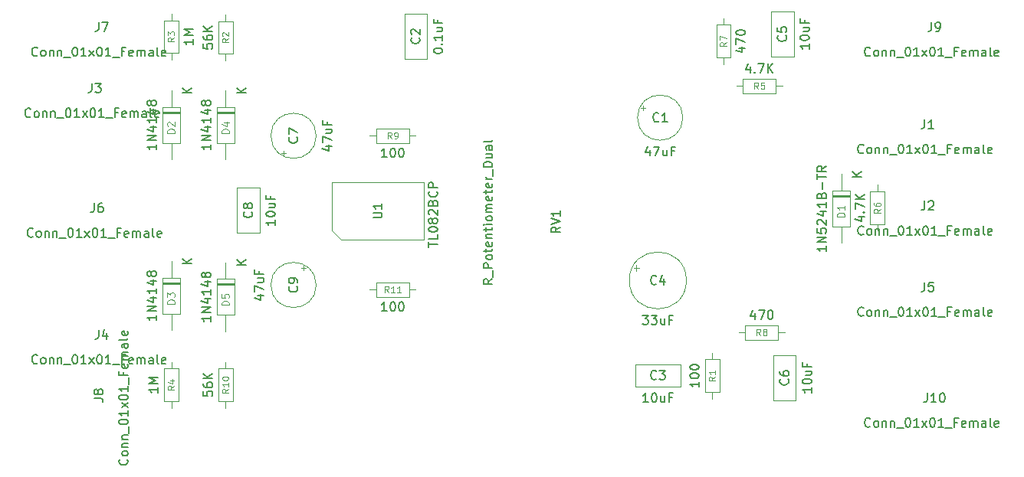
<source format=gbr>
%TF.GenerationSoftware,KiCad,Pcbnew,7.0.1-3b83917a11~172~ubuntu22.04.1*%
%TF.CreationDate,2023-03-30T15:08:59+02:00*%
%TF.ProjectId,tht-dip,7468742d-6469-4702-9e6b-696361645f70,rev?*%
%TF.SameCoordinates,Original*%
%TF.FileFunction,AssemblyDrawing,Top*%
%FSLAX46Y46*%
G04 Gerber Fmt 4.6, Leading zero omitted, Abs format (unit mm)*
G04 Created by KiCad (PCBNEW 7.0.1-3b83917a11~172~ubuntu22.04.1) date 2023-03-30 15:08:59*
%MOMM*%
%LPD*%
G01*
G04 APERTURE LIST*
%ADD10C,0.150000*%
%ADD11C,0.120000*%
%ADD12C,0.108000*%
%ADD13C,0.100000*%
G04 APERTURE END LIST*
D10*
%TO.C,C3*%
X99678571Y-76462619D02*
X99107143Y-76462619D01*
X99392857Y-76462619D02*
X99392857Y-75462619D01*
X99392857Y-75462619D02*
X99297619Y-75605476D01*
X99297619Y-75605476D02*
X99202381Y-75700714D01*
X99202381Y-75700714D02*
X99107143Y-75748333D01*
X100297619Y-75462619D02*
X100392857Y-75462619D01*
X100392857Y-75462619D02*
X100488095Y-75510238D01*
X100488095Y-75510238D02*
X100535714Y-75557857D01*
X100535714Y-75557857D02*
X100583333Y-75653095D01*
X100583333Y-75653095D02*
X100630952Y-75843571D01*
X100630952Y-75843571D02*
X100630952Y-76081666D01*
X100630952Y-76081666D02*
X100583333Y-76272142D01*
X100583333Y-76272142D02*
X100535714Y-76367380D01*
X100535714Y-76367380D02*
X100488095Y-76415000D01*
X100488095Y-76415000D02*
X100392857Y-76462619D01*
X100392857Y-76462619D02*
X100297619Y-76462619D01*
X100297619Y-76462619D02*
X100202381Y-76415000D01*
X100202381Y-76415000D02*
X100154762Y-76367380D01*
X100154762Y-76367380D02*
X100107143Y-76272142D01*
X100107143Y-76272142D02*
X100059524Y-76081666D01*
X100059524Y-76081666D02*
X100059524Y-75843571D01*
X100059524Y-75843571D02*
X100107143Y-75653095D01*
X100107143Y-75653095D02*
X100154762Y-75557857D01*
X100154762Y-75557857D02*
X100202381Y-75510238D01*
X100202381Y-75510238D02*
X100297619Y-75462619D01*
X101488095Y-75795952D02*
X101488095Y-76462619D01*
X101059524Y-75795952D02*
X101059524Y-76319761D01*
X101059524Y-76319761D02*
X101107143Y-76415000D01*
X101107143Y-76415000D02*
X101202381Y-76462619D01*
X101202381Y-76462619D02*
X101345238Y-76462619D01*
X101345238Y-76462619D02*
X101440476Y-76415000D01*
X101440476Y-76415000D02*
X101488095Y-76367380D01*
X102297619Y-75938809D02*
X101964286Y-75938809D01*
X101964286Y-76462619D02*
X101964286Y-75462619D01*
X101964286Y-75462619D02*
X102440476Y-75462619D01*
X100583333Y-73867380D02*
X100535714Y-73915000D01*
X100535714Y-73915000D02*
X100392857Y-73962619D01*
X100392857Y-73962619D02*
X100297619Y-73962619D01*
X100297619Y-73962619D02*
X100154762Y-73915000D01*
X100154762Y-73915000D02*
X100059524Y-73819761D01*
X100059524Y-73819761D02*
X100011905Y-73724523D01*
X100011905Y-73724523D02*
X99964286Y-73534047D01*
X99964286Y-73534047D02*
X99964286Y-73391190D01*
X99964286Y-73391190D02*
X100011905Y-73200714D01*
X100011905Y-73200714D02*
X100059524Y-73105476D01*
X100059524Y-73105476D02*
X100154762Y-73010238D01*
X100154762Y-73010238D02*
X100297619Y-72962619D01*
X100297619Y-72962619D02*
X100392857Y-72962619D01*
X100392857Y-72962619D02*
X100535714Y-73010238D01*
X100535714Y-73010238D02*
X100583333Y-73057857D01*
X100916667Y-72962619D02*
X101535714Y-72962619D01*
X101535714Y-72962619D02*
X101202381Y-73343571D01*
X101202381Y-73343571D02*
X101345238Y-73343571D01*
X101345238Y-73343571D02*
X101440476Y-73391190D01*
X101440476Y-73391190D02*
X101488095Y-73438809D01*
X101488095Y-73438809D02*
X101535714Y-73534047D01*
X101535714Y-73534047D02*
X101535714Y-73772142D01*
X101535714Y-73772142D02*
X101488095Y-73867380D01*
X101488095Y-73867380D02*
X101440476Y-73915000D01*
X101440476Y-73915000D02*
X101345238Y-73962619D01*
X101345238Y-73962619D02*
X101059524Y-73962619D01*
X101059524Y-73962619D02*
X100964286Y-73915000D01*
X100964286Y-73915000D02*
X100916667Y-73867380D01*
%TO.C,C5*%
X117462619Y-36821428D02*
X117462619Y-37392856D01*
X117462619Y-37107142D02*
X116462619Y-37107142D01*
X116462619Y-37107142D02*
X116605476Y-37202380D01*
X116605476Y-37202380D02*
X116700714Y-37297618D01*
X116700714Y-37297618D02*
X116748333Y-37392856D01*
X116462619Y-36202380D02*
X116462619Y-36107142D01*
X116462619Y-36107142D02*
X116510238Y-36011904D01*
X116510238Y-36011904D02*
X116557857Y-35964285D01*
X116557857Y-35964285D02*
X116653095Y-35916666D01*
X116653095Y-35916666D02*
X116843571Y-35869047D01*
X116843571Y-35869047D02*
X117081666Y-35869047D01*
X117081666Y-35869047D02*
X117272142Y-35916666D01*
X117272142Y-35916666D02*
X117367380Y-35964285D01*
X117367380Y-35964285D02*
X117415000Y-36011904D01*
X117415000Y-36011904D02*
X117462619Y-36107142D01*
X117462619Y-36107142D02*
X117462619Y-36202380D01*
X117462619Y-36202380D02*
X117415000Y-36297618D01*
X117415000Y-36297618D02*
X117367380Y-36345237D01*
X117367380Y-36345237D02*
X117272142Y-36392856D01*
X117272142Y-36392856D02*
X117081666Y-36440475D01*
X117081666Y-36440475D02*
X116843571Y-36440475D01*
X116843571Y-36440475D02*
X116653095Y-36392856D01*
X116653095Y-36392856D02*
X116557857Y-36345237D01*
X116557857Y-36345237D02*
X116510238Y-36297618D01*
X116510238Y-36297618D02*
X116462619Y-36202380D01*
X116795952Y-35011904D02*
X117462619Y-35011904D01*
X116795952Y-35440475D02*
X117319761Y-35440475D01*
X117319761Y-35440475D02*
X117415000Y-35392856D01*
X117415000Y-35392856D02*
X117462619Y-35297618D01*
X117462619Y-35297618D02*
X117462619Y-35154761D01*
X117462619Y-35154761D02*
X117415000Y-35059523D01*
X117415000Y-35059523D02*
X117367380Y-35011904D01*
X116938809Y-34202380D02*
X116938809Y-34535713D01*
X117462619Y-34535713D02*
X116462619Y-34535713D01*
X116462619Y-34535713D02*
X116462619Y-34059523D01*
X114867380Y-35916666D02*
X114915000Y-35964285D01*
X114915000Y-35964285D02*
X114962619Y-36107142D01*
X114962619Y-36107142D02*
X114962619Y-36202380D01*
X114962619Y-36202380D02*
X114915000Y-36345237D01*
X114915000Y-36345237D02*
X114819761Y-36440475D01*
X114819761Y-36440475D02*
X114724523Y-36488094D01*
X114724523Y-36488094D02*
X114534047Y-36535713D01*
X114534047Y-36535713D02*
X114391190Y-36535713D01*
X114391190Y-36535713D02*
X114200714Y-36488094D01*
X114200714Y-36488094D02*
X114105476Y-36440475D01*
X114105476Y-36440475D02*
X114010238Y-36345237D01*
X114010238Y-36345237D02*
X113962619Y-36202380D01*
X113962619Y-36202380D02*
X113962619Y-36107142D01*
X113962619Y-36107142D02*
X114010238Y-35964285D01*
X114010238Y-35964285D02*
X114057857Y-35916666D01*
X113962619Y-35011904D02*
X113962619Y-35488094D01*
X113962619Y-35488094D02*
X114438809Y-35535713D01*
X114438809Y-35535713D02*
X114391190Y-35488094D01*
X114391190Y-35488094D02*
X114343571Y-35392856D01*
X114343571Y-35392856D02*
X114343571Y-35154761D01*
X114343571Y-35154761D02*
X114391190Y-35059523D01*
X114391190Y-35059523D02*
X114438809Y-35011904D01*
X114438809Y-35011904D02*
X114534047Y-34964285D01*
X114534047Y-34964285D02*
X114772142Y-34964285D01*
X114772142Y-34964285D02*
X114867380Y-35011904D01*
X114867380Y-35011904D02*
X114915000Y-35059523D01*
X114915000Y-35059523D02*
X114962619Y-35154761D01*
X114962619Y-35154761D02*
X114962619Y-35392856D01*
X114962619Y-35392856D02*
X114915000Y-35488094D01*
X114915000Y-35488094D02*
X114867380Y-35535713D01*
%TO.C,C6*%
X117712619Y-74821428D02*
X117712619Y-75392856D01*
X117712619Y-75107142D02*
X116712619Y-75107142D01*
X116712619Y-75107142D02*
X116855476Y-75202380D01*
X116855476Y-75202380D02*
X116950714Y-75297618D01*
X116950714Y-75297618D02*
X116998333Y-75392856D01*
X116712619Y-74202380D02*
X116712619Y-74107142D01*
X116712619Y-74107142D02*
X116760238Y-74011904D01*
X116760238Y-74011904D02*
X116807857Y-73964285D01*
X116807857Y-73964285D02*
X116903095Y-73916666D01*
X116903095Y-73916666D02*
X117093571Y-73869047D01*
X117093571Y-73869047D02*
X117331666Y-73869047D01*
X117331666Y-73869047D02*
X117522142Y-73916666D01*
X117522142Y-73916666D02*
X117617380Y-73964285D01*
X117617380Y-73964285D02*
X117665000Y-74011904D01*
X117665000Y-74011904D02*
X117712619Y-74107142D01*
X117712619Y-74107142D02*
X117712619Y-74202380D01*
X117712619Y-74202380D02*
X117665000Y-74297618D01*
X117665000Y-74297618D02*
X117617380Y-74345237D01*
X117617380Y-74345237D02*
X117522142Y-74392856D01*
X117522142Y-74392856D02*
X117331666Y-74440475D01*
X117331666Y-74440475D02*
X117093571Y-74440475D01*
X117093571Y-74440475D02*
X116903095Y-74392856D01*
X116903095Y-74392856D02*
X116807857Y-74345237D01*
X116807857Y-74345237D02*
X116760238Y-74297618D01*
X116760238Y-74297618D02*
X116712619Y-74202380D01*
X117045952Y-73011904D02*
X117712619Y-73011904D01*
X117045952Y-73440475D02*
X117569761Y-73440475D01*
X117569761Y-73440475D02*
X117665000Y-73392856D01*
X117665000Y-73392856D02*
X117712619Y-73297618D01*
X117712619Y-73297618D02*
X117712619Y-73154761D01*
X117712619Y-73154761D02*
X117665000Y-73059523D01*
X117665000Y-73059523D02*
X117617380Y-73011904D01*
X117188809Y-72202380D02*
X117188809Y-72535713D01*
X117712619Y-72535713D02*
X116712619Y-72535713D01*
X116712619Y-72535713D02*
X116712619Y-72059523D01*
X115117380Y-73916666D02*
X115165000Y-73964285D01*
X115165000Y-73964285D02*
X115212619Y-74107142D01*
X115212619Y-74107142D02*
X115212619Y-74202380D01*
X115212619Y-74202380D02*
X115165000Y-74345237D01*
X115165000Y-74345237D02*
X115069761Y-74440475D01*
X115069761Y-74440475D02*
X114974523Y-74488094D01*
X114974523Y-74488094D02*
X114784047Y-74535713D01*
X114784047Y-74535713D02*
X114641190Y-74535713D01*
X114641190Y-74535713D02*
X114450714Y-74488094D01*
X114450714Y-74488094D02*
X114355476Y-74440475D01*
X114355476Y-74440475D02*
X114260238Y-74345237D01*
X114260238Y-74345237D02*
X114212619Y-74202380D01*
X114212619Y-74202380D02*
X114212619Y-74107142D01*
X114212619Y-74107142D02*
X114260238Y-73964285D01*
X114260238Y-73964285D02*
X114307857Y-73916666D01*
X114212619Y-73059523D02*
X114212619Y-73249999D01*
X114212619Y-73249999D02*
X114260238Y-73345237D01*
X114260238Y-73345237D02*
X114307857Y-73392856D01*
X114307857Y-73392856D02*
X114450714Y-73488094D01*
X114450714Y-73488094D02*
X114641190Y-73535713D01*
X114641190Y-73535713D02*
X115022142Y-73535713D01*
X115022142Y-73535713D02*
X115117380Y-73488094D01*
X115117380Y-73488094D02*
X115165000Y-73440475D01*
X115165000Y-73440475D02*
X115212619Y-73345237D01*
X115212619Y-73345237D02*
X115212619Y-73154761D01*
X115212619Y-73154761D02*
X115165000Y-73059523D01*
X115165000Y-73059523D02*
X115117380Y-73011904D01*
X115117380Y-73011904D02*
X115022142Y-72964285D01*
X115022142Y-72964285D02*
X114784047Y-72964285D01*
X114784047Y-72964285D02*
X114688809Y-73011904D01*
X114688809Y-73011904D02*
X114641190Y-73059523D01*
X114641190Y-73059523D02*
X114593571Y-73154761D01*
X114593571Y-73154761D02*
X114593571Y-73345237D01*
X114593571Y-73345237D02*
X114641190Y-73440475D01*
X114641190Y-73440475D02*
X114688809Y-73488094D01*
X114688809Y-73488094D02*
X114784047Y-73535713D01*
%TO.C,C7*%
X64045952Y-48166666D02*
X64712619Y-48166666D01*
X63665000Y-48404761D02*
X64379285Y-48642856D01*
X64379285Y-48642856D02*
X64379285Y-48023809D01*
X63712619Y-47738094D02*
X63712619Y-47071428D01*
X63712619Y-47071428D02*
X64712619Y-47499999D01*
X64045952Y-46261904D02*
X64712619Y-46261904D01*
X64045952Y-46690475D02*
X64569761Y-46690475D01*
X64569761Y-46690475D02*
X64665000Y-46642856D01*
X64665000Y-46642856D02*
X64712619Y-46547618D01*
X64712619Y-46547618D02*
X64712619Y-46404761D01*
X64712619Y-46404761D02*
X64665000Y-46309523D01*
X64665000Y-46309523D02*
X64617380Y-46261904D01*
X64188809Y-45452380D02*
X64188809Y-45785713D01*
X64712619Y-45785713D02*
X63712619Y-45785713D01*
X63712619Y-45785713D02*
X63712619Y-45309523D01*
X60867380Y-47166666D02*
X60915000Y-47214285D01*
X60915000Y-47214285D02*
X60962619Y-47357142D01*
X60962619Y-47357142D02*
X60962619Y-47452380D01*
X60962619Y-47452380D02*
X60915000Y-47595237D01*
X60915000Y-47595237D02*
X60819761Y-47690475D01*
X60819761Y-47690475D02*
X60724523Y-47738094D01*
X60724523Y-47738094D02*
X60534047Y-47785713D01*
X60534047Y-47785713D02*
X60391190Y-47785713D01*
X60391190Y-47785713D02*
X60200714Y-47738094D01*
X60200714Y-47738094D02*
X60105476Y-47690475D01*
X60105476Y-47690475D02*
X60010238Y-47595237D01*
X60010238Y-47595237D02*
X59962619Y-47452380D01*
X59962619Y-47452380D02*
X59962619Y-47357142D01*
X59962619Y-47357142D02*
X60010238Y-47214285D01*
X60010238Y-47214285D02*
X60057857Y-47166666D01*
X59962619Y-46833332D02*
X59962619Y-46166666D01*
X59962619Y-46166666D02*
X60962619Y-46595237D01*
%TO.C,C8*%
X58462619Y-56321428D02*
X58462619Y-56892856D01*
X58462619Y-56607142D02*
X57462619Y-56607142D01*
X57462619Y-56607142D02*
X57605476Y-56702380D01*
X57605476Y-56702380D02*
X57700714Y-56797618D01*
X57700714Y-56797618D02*
X57748333Y-56892856D01*
X57462619Y-55702380D02*
X57462619Y-55607142D01*
X57462619Y-55607142D02*
X57510238Y-55511904D01*
X57510238Y-55511904D02*
X57557857Y-55464285D01*
X57557857Y-55464285D02*
X57653095Y-55416666D01*
X57653095Y-55416666D02*
X57843571Y-55369047D01*
X57843571Y-55369047D02*
X58081666Y-55369047D01*
X58081666Y-55369047D02*
X58272142Y-55416666D01*
X58272142Y-55416666D02*
X58367380Y-55464285D01*
X58367380Y-55464285D02*
X58415000Y-55511904D01*
X58415000Y-55511904D02*
X58462619Y-55607142D01*
X58462619Y-55607142D02*
X58462619Y-55702380D01*
X58462619Y-55702380D02*
X58415000Y-55797618D01*
X58415000Y-55797618D02*
X58367380Y-55845237D01*
X58367380Y-55845237D02*
X58272142Y-55892856D01*
X58272142Y-55892856D02*
X58081666Y-55940475D01*
X58081666Y-55940475D02*
X57843571Y-55940475D01*
X57843571Y-55940475D02*
X57653095Y-55892856D01*
X57653095Y-55892856D02*
X57557857Y-55845237D01*
X57557857Y-55845237D02*
X57510238Y-55797618D01*
X57510238Y-55797618D02*
X57462619Y-55702380D01*
X57795952Y-54511904D02*
X58462619Y-54511904D01*
X57795952Y-54940475D02*
X58319761Y-54940475D01*
X58319761Y-54940475D02*
X58415000Y-54892856D01*
X58415000Y-54892856D02*
X58462619Y-54797618D01*
X58462619Y-54797618D02*
X58462619Y-54654761D01*
X58462619Y-54654761D02*
X58415000Y-54559523D01*
X58415000Y-54559523D02*
X58367380Y-54511904D01*
X57938809Y-53702380D02*
X57938809Y-54035713D01*
X58462619Y-54035713D02*
X57462619Y-54035713D01*
X57462619Y-54035713D02*
X57462619Y-53559523D01*
X55867380Y-55416666D02*
X55915000Y-55464285D01*
X55915000Y-55464285D02*
X55962619Y-55607142D01*
X55962619Y-55607142D02*
X55962619Y-55702380D01*
X55962619Y-55702380D02*
X55915000Y-55845237D01*
X55915000Y-55845237D02*
X55819761Y-55940475D01*
X55819761Y-55940475D02*
X55724523Y-55988094D01*
X55724523Y-55988094D02*
X55534047Y-56035713D01*
X55534047Y-56035713D02*
X55391190Y-56035713D01*
X55391190Y-56035713D02*
X55200714Y-55988094D01*
X55200714Y-55988094D02*
X55105476Y-55940475D01*
X55105476Y-55940475D02*
X55010238Y-55845237D01*
X55010238Y-55845237D02*
X54962619Y-55702380D01*
X54962619Y-55702380D02*
X54962619Y-55607142D01*
X54962619Y-55607142D02*
X55010238Y-55464285D01*
X55010238Y-55464285D02*
X55057857Y-55416666D01*
X55391190Y-54845237D02*
X55343571Y-54940475D01*
X55343571Y-54940475D02*
X55295952Y-54988094D01*
X55295952Y-54988094D02*
X55200714Y-55035713D01*
X55200714Y-55035713D02*
X55153095Y-55035713D01*
X55153095Y-55035713D02*
X55057857Y-54988094D01*
X55057857Y-54988094D02*
X55010238Y-54940475D01*
X55010238Y-54940475D02*
X54962619Y-54845237D01*
X54962619Y-54845237D02*
X54962619Y-54654761D01*
X54962619Y-54654761D02*
X55010238Y-54559523D01*
X55010238Y-54559523D02*
X55057857Y-54511904D01*
X55057857Y-54511904D02*
X55153095Y-54464285D01*
X55153095Y-54464285D02*
X55200714Y-54464285D01*
X55200714Y-54464285D02*
X55295952Y-54511904D01*
X55295952Y-54511904D02*
X55343571Y-54559523D01*
X55343571Y-54559523D02*
X55391190Y-54654761D01*
X55391190Y-54654761D02*
X55391190Y-54845237D01*
X55391190Y-54845237D02*
X55438809Y-54940475D01*
X55438809Y-54940475D02*
X55486428Y-54988094D01*
X55486428Y-54988094D02*
X55581666Y-55035713D01*
X55581666Y-55035713D02*
X55772142Y-55035713D01*
X55772142Y-55035713D02*
X55867380Y-54988094D01*
X55867380Y-54988094D02*
X55915000Y-54940475D01*
X55915000Y-54940475D02*
X55962619Y-54845237D01*
X55962619Y-54845237D02*
X55962619Y-54654761D01*
X55962619Y-54654761D02*
X55915000Y-54559523D01*
X55915000Y-54559523D02*
X55867380Y-54511904D01*
X55867380Y-54511904D02*
X55772142Y-54464285D01*
X55772142Y-54464285D02*
X55581666Y-54464285D01*
X55581666Y-54464285D02*
X55486428Y-54511904D01*
X55486428Y-54511904D02*
X55438809Y-54559523D01*
X55438809Y-54559523D02*
X55391190Y-54654761D01*
%TO.C,C9*%
X56545952Y-64666666D02*
X57212619Y-64666666D01*
X56165000Y-64904761D02*
X56879285Y-65142856D01*
X56879285Y-65142856D02*
X56879285Y-64523809D01*
X56212619Y-64238094D02*
X56212619Y-63571428D01*
X56212619Y-63571428D02*
X57212619Y-63999999D01*
X56545952Y-62761904D02*
X57212619Y-62761904D01*
X56545952Y-63190475D02*
X57069761Y-63190475D01*
X57069761Y-63190475D02*
X57165000Y-63142856D01*
X57165000Y-63142856D02*
X57212619Y-63047618D01*
X57212619Y-63047618D02*
X57212619Y-62904761D01*
X57212619Y-62904761D02*
X57165000Y-62809523D01*
X57165000Y-62809523D02*
X57117380Y-62761904D01*
X56688809Y-61952380D02*
X56688809Y-62285713D01*
X57212619Y-62285713D02*
X56212619Y-62285713D01*
X56212619Y-62285713D02*
X56212619Y-61809523D01*
X60867380Y-63666666D02*
X60915000Y-63714285D01*
X60915000Y-63714285D02*
X60962619Y-63857142D01*
X60962619Y-63857142D02*
X60962619Y-63952380D01*
X60962619Y-63952380D02*
X60915000Y-64095237D01*
X60915000Y-64095237D02*
X60819761Y-64190475D01*
X60819761Y-64190475D02*
X60724523Y-64238094D01*
X60724523Y-64238094D02*
X60534047Y-64285713D01*
X60534047Y-64285713D02*
X60391190Y-64285713D01*
X60391190Y-64285713D02*
X60200714Y-64238094D01*
X60200714Y-64238094D02*
X60105476Y-64190475D01*
X60105476Y-64190475D02*
X60010238Y-64095237D01*
X60010238Y-64095237D02*
X59962619Y-63952380D01*
X59962619Y-63952380D02*
X59962619Y-63857142D01*
X59962619Y-63857142D02*
X60010238Y-63714285D01*
X60010238Y-63714285D02*
X60057857Y-63666666D01*
X60962619Y-63190475D02*
X60962619Y-62999999D01*
X60962619Y-62999999D02*
X60915000Y-62904761D01*
X60915000Y-62904761D02*
X60867380Y-62857142D01*
X60867380Y-62857142D02*
X60724523Y-62761904D01*
X60724523Y-62761904D02*
X60534047Y-62714285D01*
X60534047Y-62714285D02*
X60153095Y-62714285D01*
X60153095Y-62714285D02*
X60057857Y-62761904D01*
X60057857Y-62761904D02*
X60010238Y-62809523D01*
X60010238Y-62809523D02*
X59962619Y-62904761D01*
X59962619Y-62904761D02*
X59962619Y-63095237D01*
X59962619Y-63095237D02*
X60010238Y-63190475D01*
X60010238Y-63190475D02*
X60057857Y-63238094D01*
X60057857Y-63238094D02*
X60153095Y-63285713D01*
X60153095Y-63285713D02*
X60391190Y-63285713D01*
X60391190Y-63285713D02*
X60486428Y-63238094D01*
X60486428Y-63238094D02*
X60534047Y-63190475D01*
X60534047Y-63190475D02*
X60581666Y-63095237D01*
X60581666Y-63095237D02*
X60581666Y-62904761D01*
X60581666Y-62904761D02*
X60534047Y-62809523D01*
X60534047Y-62809523D02*
X60486428Y-62761904D01*
X60486428Y-62761904D02*
X60391190Y-62714285D01*
%TO.C,D1*%
X119342619Y-59202857D02*
X119342619Y-59774285D01*
X119342619Y-59488571D02*
X118342619Y-59488571D01*
X118342619Y-59488571D02*
X118485476Y-59583809D01*
X118485476Y-59583809D02*
X118580714Y-59679047D01*
X118580714Y-59679047D02*
X118628333Y-59774285D01*
X119342619Y-58774285D02*
X118342619Y-58774285D01*
X118342619Y-58774285D02*
X119342619Y-58202857D01*
X119342619Y-58202857D02*
X118342619Y-58202857D01*
X118342619Y-57250476D02*
X118342619Y-57726666D01*
X118342619Y-57726666D02*
X118818809Y-57774285D01*
X118818809Y-57774285D02*
X118771190Y-57726666D01*
X118771190Y-57726666D02*
X118723571Y-57631428D01*
X118723571Y-57631428D02*
X118723571Y-57393333D01*
X118723571Y-57393333D02*
X118771190Y-57298095D01*
X118771190Y-57298095D02*
X118818809Y-57250476D01*
X118818809Y-57250476D02*
X118914047Y-57202857D01*
X118914047Y-57202857D02*
X119152142Y-57202857D01*
X119152142Y-57202857D02*
X119247380Y-57250476D01*
X119247380Y-57250476D02*
X119295000Y-57298095D01*
X119295000Y-57298095D02*
X119342619Y-57393333D01*
X119342619Y-57393333D02*
X119342619Y-57631428D01*
X119342619Y-57631428D02*
X119295000Y-57726666D01*
X119295000Y-57726666D02*
X119247380Y-57774285D01*
X118437857Y-56821904D02*
X118390238Y-56774285D01*
X118390238Y-56774285D02*
X118342619Y-56679047D01*
X118342619Y-56679047D02*
X118342619Y-56440952D01*
X118342619Y-56440952D02*
X118390238Y-56345714D01*
X118390238Y-56345714D02*
X118437857Y-56298095D01*
X118437857Y-56298095D02*
X118533095Y-56250476D01*
X118533095Y-56250476D02*
X118628333Y-56250476D01*
X118628333Y-56250476D02*
X118771190Y-56298095D01*
X118771190Y-56298095D02*
X119342619Y-56869523D01*
X119342619Y-56869523D02*
X119342619Y-56250476D01*
X118675952Y-55393333D02*
X119342619Y-55393333D01*
X118295000Y-55631428D02*
X119009285Y-55869523D01*
X119009285Y-55869523D02*
X119009285Y-55250476D01*
X119342619Y-54345714D02*
X119342619Y-54917142D01*
X119342619Y-54631428D02*
X118342619Y-54631428D01*
X118342619Y-54631428D02*
X118485476Y-54726666D01*
X118485476Y-54726666D02*
X118580714Y-54821904D01*
X118580714Y-54821904D02*
X118628333Y-54917142D01*
X118818809Y-53583809D02*
X118866428Y-53440952D01*
X118866428Y-53440952D02*
X118914047Y-53393333D01*
X118914047Y-53393333D02*
X119009285Y-53345714D01*
X119009285Y-53345714D02*
X119152142Y-53345714D01*
X119152142Y-53345714D02*
X119247380Y-53393333D01*
X119247380Y-53393333D02*
X119295000Y-53440952D01*
X119295000Y-53440952D02*
X119342619Y-53536190D01*
X119342619Y-53536190D02*
X119342619Y-53917142D01*
X119342619Y-53917142D02*
X118342619Y-53917142D01*
X118342619Y-53917142D02*
X118342619Y-53583809D01*
X118342619Y-53583809D02*
X118390238Y-53488571D01*
X118390238Y-53488571D02*
X118437857Y-53440952D01*
X118437857Y-53440952D02*
X118533095Y-53393333D01*
X118533095Y-53393333D02*
X118628333Y-53393333D01*
X118628333Y-53393333D02*
X118723571Y-53440952D01*
X118723571Y-53440952D02*
X118771190Y-53488571D01*
X118771190Y-53488571D02*
X118818809Y-53583809D01*
X118818809Y-53583809D02*
X118818809Y-53917142D01*
X118961666Y-52917142D02*
X118961666Y-52155238D01*
X118342619Y-51821904D02*
X118342619Y-51250476D01*
X119342619Y-51536190D02*
X118342619Y-51536190D01*
X119342619Y-50345714D02*
X118866428Y-50679047D01*
X119342619Y-50917142D02*
X118342619Y-50917142D01*
X118342619Y-50917142D02*
X118342619Y-50536190D01*
X118342619Y-50536190D02*
X118390238Y-50440952D01*
X118390238Y-50440952D02*
X118437857Y-50393333D01*
X118437857Y-50393333D02*
X118533095Y-50345714D01*
X118533095Y-50345714D02*
X118675952Y-50345714D01*
X118675952Y-50345714D02*
X118771190Y-50393333D01*
X118771190Y-50393333D02*
X118818809Y-50440952D01*
X118818809Y-50440952D02*
X118866428Y-50536190D01*
X118866428Y-50536190D02*
X118866428Y-50917142D01*
X123262619Y-51511904D02*
X122262619Y-51511904D01*
X123262619Y-50940476D02*
X122691190Y-51369047D01*
X122262619Y-50940476D02*
X122834047Y-51511904D01*
D11*
X121370095Y-55950475D02*
X120570095Y-55950475D01*
X120570095Y-55950475D02*
X120570095Y-55759999D01*
X120570095Y-55759999D02*
X120608190Y-55645713D01*
X120608190Y-55645713D02*
X120684380Y-55569523D01*
X120684380Y-55569523D02*
X120760571Y-55531428D01*
X120760571Y-55531428D02*
X120912952Y-55493332D01*
X120912952Y-55493332D02*
X121027238Y-55493332D01*
X121027238Y-55493332D02*
X121179619Y-55531428D01*
X121179619Y-55531428D02*
X121255809Y-55569523D01*
X121255809Y-55569523D02*
X121332000Y-55645713D01*
X121332000Y-55645713D02*
X121370095Y-55759999D01*
X121370095Y-55759999D02*
X121370095Y-55950475D01*
X121370095Y-54731428D02*
X121370095Y-55188571D01*
X121370095Y-54959999D02*
X120570095Y-54959999D01*
X120570095Y-54959999D02*
X120684380Y-55036190D01*
X120684380Y-55036190D02*
X120760571Y-55112380D01*
X120760571Y-55112380D02*
X120798666Y-55188571D01*
D10*
%TO.C,D2*%
X45342619Y-47952857D02*
X45342619Y-48524285D01*
X45342619Y-48238571D02*
X44342619Y-48238571D01*
X44342619Y-48238571D02*
X44485476Y-48333809D01*
X44485476Y-48333809D02*
X44580714Y-48429047D01*
X44580714Y-48429047D02*
X44628333Y-48524285D01*
X45342619Y-47524285D02*
X44342619Y-47524285D01*
X44342619Y-47524285D02*
X45342619Y-46952857D01*
X45342619Y-46952857D02*
X44342619Y-46952857D01*
X44675952Y-46048095D02*
X45342619Y-46048095D01*
X44295000Y-46286190D02*
X45009285Y-46524285D01*
X45009285Y-46524285D02*
X45009285Y-45905238D01*
X45342619Y-45000476D02*
X45342619Y-45571904D01*
X45342619Y-45286190D02*
X44342619Y-45286190D01*
X44342619Y-45286190D02*
X44485476Y-45381428D01*
X44485476Y-45381428D02*
X44580714Y-45476666D01*
X44580714Y-45476666D02*
X44628333Y-45571904D01*
X44675952Y-44143333D02*
X45342619Y-44143333D01*
X44295000Y-44381428D02*
X45009285Y-44619523D01*
X45009285Y-44619523D02*
X45009285Y-44000476D01*
X44771190Y-43476666D02*
X44723571Y-43571904D01*
X44723571Y-43571904D02*
X44675952Y-43619523D01*
X44675952Y-43619523D02*
X44580714Y-43667142D01*
X44580714Y-43667142D02*
X44533095Y-43667142D01*
X44533095Y-43667142D02*
X44437857Y-43619523D01*
X44437857Y-43619523D02*
X44390238Y-43571904D01*
X44390238Y-43571904D02*
X44342619Y-43476666D01*
X44342619Y-43476666D02*
X44342619Y-43286190D01*
X44342619Y-43286190D02*
X44390238Y-43190952D01*
X44390238Y-43190952D02*
X44437857Y-43143333D01*
X44437857Y-43143333D02*
X44533095Y-43095714D01*
X44533095Y-43095714D02*
X44580714Y-43095714D01*
X44580714Y-43095714D02*
X44675952Y-43143333D01*
X44675952Y-43143333D02*
X44723571Y-43190952D01*
X44723571Y-43190952D02*
X44771190Y-43286190D01*
X44771190Y-43286190D02*
X44771190Y-43476666D01*
X44771190Y-43476666D02*
X44818809Y-43571904D01*
X44818809Y-43571904D02*
X44866428Y-43619523D01*
X44866428Y-43619523D02*
X44961666Y-43667142D01*
X44961666Y-43667142D02*
X45152142Y-43667142D01*
X45152142Y-43667142D02*
X45247380Y-43619523D01*
X45247380Y-43619523D02*
X45295000Y-43571904D01*
X45295000Y-43571904D02*
X45342619Y-43476666D01*
X45342619Y-43476666D02*
X45342619Y-43286190D01*
X45342619Y-43286190D02*
X45295000Y-43190952D01*
X45295000Y-43190952D02*
X45247380Y-43143333D01*
X45247380Y-43143333D02*
X45152142Y-43095714D01*
X45152142Y-43095714D02*
X44961666Y-43095714D01*
X44961666Y-43095714D02*
X44866428Y-43143333D01*
X44866428Y-43143333D02*
X44818809Y-43190952D01*
X44818809Y-43190952D02*
X44771190Y-43286190D01*
D11*
X47370095Y-46700475D02*
X46570095Y-46700475D01*
X46570095Y-46700475D02*
X46570095Y-46509999D01*
X46570095Y-46509999D02*
X46608190Y-46395713D01*
X46608190Y-46395713D02*
X46684380Y-46319523D01*
X46684380Y-46319523D02*
X46760571Y-46281428D01*
X46760571Y-46281428D02*
X46912952Y-46243332D01*
X46912952Y-46243332D02*
X47027238Y-46243332D01*
X47027238Y-46243332D02*
X47179619Y-46281428D01*
X47179619Y-46281428D02*
X47255809Y-46319523D01*
X47255809Y-46319523D02*
X47332000Y-46395713D01*
X47332000Y-46395713D02*
X47370095Y-46509999D01*
X47370095Y-46509999D02*
X47370095Y-46700475D01*
X46646285Y-45938571D02*
X46608190Y-45900475D01*
X46608190Y-45900475D02*
X46570095Y-45824285D01*
X46570095Y-45824285D02*
X46570095Y-45633809D01*
X46570095Y-45633809D02*
X46608190Y-45557618D01*
X46608190Y-45557618D02*
X46646285Y-45519523D01*
X46646285Y-45519523D02*
X46722476Y-45481428D01*
X46722476Y-45481428D02*
X46798666Y-45481428D01*
X46798666Y-45481428D02*
X46912952Y-45519523D01*
X46912952Y-45519523D02*
X47370095Y-45976666D01*
X47370095Y-45976666D02*
X47370095Y-45481428D01*
D10*
X49262619Y-42261904D02*
X48262619Y-42261904D01*
X49262619Y-41690476D02*
X48691190Y-42119047D01*
X48262619Y-41690476D02*
X48834047Y-42261904D01*
%TO.C,D3*%
X45342619Y-66832857D02*
X45342619Y-67404285D01*
X45342619Y-67118571D02*
X44342619Y-67118571D01*
X44342619Y-67118571D02*
X44485476Y-67213809D01*
X44485476Y-67213809D02*
X44580714Y-67309047D01*
X44580714Y-67309047D02*
X44628333Y-67404285D01*
X45342619Y-66404285D02*
X44342619Y-66404285D01*
X44342619Y-66404285D02*
X45342619Y-65832857D01*
X45342619Y-65832857D02*
X44342619Y-65832857D01*
X44675952Y-64928095D02*
X45342619Y-64928095D01*
X44295000Y-65166190D02*
X45009285Y-65404285D01*
X45009285Y-65404285D02*
X45009285Y-64785238D01*
X45342619Y-63880476D02*
X45342619Y-64451904D01*
X45342619Y-64166190D02*
X44342619Y-64166190D01*
X44342619Y-64166190D02*
X44485476Y-64261428D01*
X44485476Y-64261428D02*
X44580714Y-64356666D01*
X44580714Y-64356666D02*
X44628333Y-64451904D01*
X44675952Y-63023333D02*
X45342619Y-63023333D01*
X44295000Y-63261428D02*
X45009285Y-63499523D01*
X45009285Y-63499523D02*
X45009285Y-62880476D01*
X44771190Y-62356666D02*
X44723571Y-62451904D01*
X44723571Y-62451904D02*
X44675952Y-62499523D01*
X44675952Y-62499523D02*
X44580714Y-62547142D01*
X44580714Y-62547142D02*
X44533095Y-62547142D01*
X44533095Y-62547142D02*
X44437857Y-62499523D01*
X44437857Y-62499523D02*
X44390238Y-62451904D01*
X44390238Y-62451904D02*
X44342619Y-62356666D01*
X44342619Y-62356666D02*
X44342619Y-62166190D01*
X44342619Y-62166190D02*
X44390238Y-62070952D01*
X44390238Y-62070952D02*
X44437857Y-62023333D01*
X44437857Y-62023333D02*
X44533095Y-61975714D01*
X44533095Y-61975714D02*
X44580714Y-61975714D01*
X44580714Y-61975714D02*
X44675952Y-62023333D01*
X44675952Y-62023333D02*
X44723571Y-62070952D01*
X44723571Y-62070952D02*
X44771190Y-62166190D01*
X44771190Y-62166190D02*
X44771190Y-62356666D01*
X44771190Y-62356666D02*
X44818809Y-62451904D01*
X44818809Y-62451904D02*
X44866428Y-62499523D01*
X44866428Y-62499523D02*
X44961666Y-62547142D01*
X44961666Y-62547142D02*
X45152142Y-62547142D01*
X45152142Y-62547142D02*
X45247380Y-62499523D01*
X45247380Y-62499523D02*
X45295000Y-62451904D01*
X45295000Y-62451904D02*
X45342619Y-62356666D01*
X45342619Y-62356666D02*
X45342619Y-62166190D01*
X45342619Y-62166190D02*
X45295000Y-62070952D01*
X45295000Y-62070952D02*
X45247380Y-62023333D01*
X45247380Y-62023333D02*
X45152142Y-61975714D01*
X45152142Y-61975714D02*
X44961666Y-61975714D01*
X44961666Y-61975714D02*
X44866428Y-62023333D01*
X44866428Y-62023333D02*
X44818809Y-62070952D01*
X44818809Y-62070952D02*
X44771190Y-62166190D01*
X49262619Y-61141904D02*
X48262619Y-61141904D01*
X49262619Y-60570476D02*
X48691190Y-60999047D01*
X48262619Y-60570476D02*
X48834047Y-61141904D01*
D11*
X47370095Y-65580475D02*
X46570095Y-65580475D01*
X46570095Y-65580475D02*
X46570095Y-65389999D01*
X46570095Y-65389999D02*
X46608190Y-65275713D01*
X46608190Y-65275713D02*
X46684380Y-65199523D01*
X46684380Y-65199523D02*
X46760571Y-65161428D01*
X46760571Y-65161428D02*
X46912952Y-65123332D01*
X46912952Y-65123332D02*
X47027238Y-65123332D01*
X47027238Y-65123332D02*
X47179619Y-65161428D01*
X47179619Y-65161428D02*
X47255809Y-65199523D01*
X47255809Y-65199523D02*
X47332000Y-65275713D01*
X47332000Y-65275713D02*
X47370095Y-65389999D01*
X47370095Y-65389999D02*
X47370095Y-65580475D01*
X46570095Y-64856666D02*
X46570095Y-64361428D01*
X46570095Y-64361428D02*
X46874857Y-64628094D01*
X46874857Y-64628094D02*
X46874857Y-64513809D01*
X46874857Y-64513809D02*
X46912952Y-64437618D01*
X46912952Y-64437618D02*
X46951047Y-64399523D01*
X46951047Y-64399523D02*
X47027238Y-64361428D01*
X47027238Y-64361428D02*
X47217714Y-64361428D01*
X47217714Y-64361428D02*
X47293904Y-64399523D01*
X47293904Y-64399523D02*
X47332000Y-64437618D01*
X47332000Y-64437618D02*
X47370095Y-64513809D01*
X47370095Y-64513809D02*
X47370095Y-64742380D01*
X47370095Y-64742380D02*
X47332000Y-64818571D01*
X47332000Y-64818571D02*
X47293904Y-64856666D01*
D10*
%TO.C,D4*%
X51342619Y-47952857D02*
X51342619Y-48524285D01*
X51342619Y-48238571D02*
X50342619Y-48238571D01*
X50342619Y-48238571D02*
X50485476Y-48333809D01*
X50485476Y-48333809D02*
X50580714Y-48429047D01*
X50580714Y-48429047D02*
X50628333Y-48524285D01*
X51342619Y-47524285D02*
X50342619Y-47524285D01*
X50342619Y-47524285D02*
X51342619Y-46952857D01*
X51342619Y-46952857D02*
X50342619Y-46952857D01*
X50675952Y-46048095D02*
X51342619Y-46048095D01*
X50295000Y-46286190D02*
X51009285Y-46524285D01*
X51009285Y-46524285D02*
X51009285Y-45905238D01*
X51342619Y-45000476D02*
X51342619Y-45571904D01*
X51342619Y-45286190D02*
X50342619Y-45286190D01*
X50342619Y-45286190D02*
X50485476Y-45381428D01*
X50485476Y-45381428D02*
X50580714Y-45476666D01*
X50580714Y-45476666D02*
X50628333Y-45571904D01*
X50675952Y-44143333D02*
X51342619Y-44143333D01*
X50295000Y-44381428D02*
X51009285Y-44619523D01*
X51009285Y-44619523D02*
X51009285Y-44000476D01*
X50771190Y-43476666D02*
X50723571Y-43571904D01*
X50723571Y-43571904D02*
X50675952Y-43619523D01*
X50675952Y-43619523D02*
X50580714Y-43667142D01*
X50580714Y-43667142D02*
X50533095Y-43667142D01*
X50533095Y-43667142D02*
X50437857Y-43619523D01*
X50437857Y-43619523D02*
X50390238Y-43571904D01*
X50390238Y-43571904D02*
X50342619Y-43476666D01*
X50342619Y-43476666D02*
X50342619Y-43286190D01*
X50342619Y-43286190D02*
X50390238Y-43190952D01*
X50390238Y-43190952D02*
X50437857Y-43143333D01*
X50437857Y-43143333D02*
X50533095Y-43095714D01*
X50533095Y-43095714D02*
X50580714Y-43095714D01*
X50580714Y-43095714D02*
X50675952Y-43143333D01*
X50675952Y-43143333D02*
X50723571Y-43190952D01*
X50723571Y-43190952D02*
X50771190Y-43286190D01*
X50771190Y-43286190D02*
X50771190Y-43476666D01*
X50771190Y-43476666D02*
X50818809Y-43571904D01*
X50818809Y-43571904D02*
X50866428Y-43619523D01*
X50866428Y-43619523D02*
X50961666Y-43667142D01*
X50961666Y-43667142D02*
X51152142Y-43667142D01*
X51152142Y-43667142D02*
X51247380Y-43619523D01*
X51247380Y-43619523D02*
X51295000Y-43571904D01*
X51295000Y-43571904D02*
X51342619Y-43476666D01*
X51342619Y-43476666D02*
X51342619Y-43286190D01*
X51342619Y-43286190D02*
X51295000Y-43190952D01*
X51295000Y-43190952D02*
X51247380Y-43143333D01*
X51247380Y-43143333D02*
X51152142Y-43095714D01*
X51152142Y-43095714D02*
X50961666Y-43095714D01*
X50961666Y-43095714D02*
X50866428Y-43143333D01*
X50866428Y-43143333D02*
X50818809Y-43190952D01*
X50818809Y-43190952D02*
X50771190Y-43286190D01*
X55262619Y-42261904D02*
X54262619Y-42261904D01*
X55262619Y-41690476D02*
X54691190Y-42119047D01*
X54262619Y-41690476D02*
X54834047Y-42261904D01*
D11*
X53370095Y-46700475D02*
X52570095Y-46700475D01*
X52570095Y-46700475D02*
X52570095Y-46509999D01*
X52570095Y-46509999D02*
X52608190Y-46395713D01*
X52608190Y-46395713D02*
X52684380Y-46319523D01*
X52684380Y-46319523D02*
X52760571Y-46281428D01*
X52760571Y-46281428D02*
X52912952Y-46243332D01*
X52912952Y-46243332D02*
X53027238Y-46243332D01*
X53027238Y-46243332D02*
X53179619Y-46281428D01*
X53179619Y-46281428D02*
X53255809Y-46319523D01*
X53255809Y-46319523D02*
X53332000Y-46395713D01*
X53332000Y-46395713D02*
X53370095Y-46509999D01*
X53370095Y-46509999D02*
X53370095Y-46700475D01*
X52836761Y-45557618D02*
X53370095Y-45557618D01*
X52532000Y-45748094D02*
X53103428Y-45938571D01*
X53103428Y-45938571D02*
X53103428Y-45443332D01*
D10*
%TO.C,D5*%
X51342619Y-66952857D02*
X51342619Y-67524285D01*
X51342619Y-67238571D02*
X50342619Y-67238571D01*
X50342619Y-67238571D02*
X50485476Y-67333809D01*
X50485476Y-67333809D02*
X50580714Y-67429047D01*
X50580714Y-67429047D02*
X50628333Y-67524285D01*
X51342619Y-66524285D02*
X50342619Y-66524285D01*
X50342619Y-66524285D02*
X51342619Y-65952857D01*
X51342619Y-65952857D02*
X50342619Y-65952857D01*
X50675952Y-65048095D02*
X51342619Y-65048095D01*
X50295000Y-65286190D02*
X51009285Y-65524285D01*
X51009285Y-65524285D02*
X51009285Y-64905238D01*
X51342619Y-64000476D02*
X51342619Y-64571904D01*
X51342619Y-64286190D02*
X50342619Y-64286190D01*
X50342619Y-64286190D02*
X50485476Y-64381428D01*
X50485476Y-64381428D02*
X50580714Y-64476666D01*
X50580714Y-64476666D02*
X50628333Y-64571904D01*
X50675952Y-63143333D02*
X51342619Y-63143333D01*
X50295000Y-63381428D02*
X51009285Y-63619523D01*
X51009285Y-63619523D02*
X51009285Y-63000476D01*
X50771190Y-62476666D02*
X50723571Y-62571904D01*
X50723571Y-62571904D02*
X50675952Y-62619523D01*
X50675952Y-62619523D02*
X50580714Y-62667142D01*
X50580714Y-62667142D02*
X50533095Y-62667142D01*
X50533095Y-62667142D02*
X50437857Y-62619523D01*
X50437857Y-62619523D02*
X50390238Y-62571904D01*
X50390238Y-62571904D02*
X50342619Y-62476666D01*
X50342619Y-62476666D02*
X50342619Y-62286190D01*
X50342619Y-62286190D02*
X50390238Y-62190952D01*
X50390238Y-62190952D02*
X50437857Y-62143333D01*
X50437857Y-62143333D02*
X50533095Y-62095714D01*
X50533095Y-62095714D02*
X50580714Y-62095714D01*
X50580714Y-62095714D02*
X50675952Y-62143333D01*
X50675952Y-62143333D02*
X50723571Y-62190952D01*
X50723571Y-62190952D02*
X50771190Y-62286190D01*
X50771190Y-62286190D02*
X50771190Y-62476666D01*
X50771190Y-62476666D02*
X50818809Y-62571904D01*
X50818809Y-62571904D02*
X50866428Y-62619523D01*
X50866428Y-62619523D02*
X50961666Y-62667142D01*
X50961666Y-62667142D02*
X51152142Y-62667142D01*
X51152142Y-62667142D02*
X51247380Y-62619523D01*
X51247380Y-62619523D02*
X51295000Y-62571904D01*
X51295000Y-62571904D02*
X51342619Y-62476666D01*
X51342619Y-62476666D02*
X51342619Y-62286190D01*
X51342619Y-62286190D02*
X51295000Y-62190952D01*
X51295000Y-62190952D02*
X51247380Y-62143333D01*
X51247380Y-62143333D02*
X51152142Y-62095714D01*
X51152142Y-62095714D02*
X50961666Y-62095714D01*
X50961666Y-62095714D02*
X50866428Y-62143333D01*
X50866428Y-62143333D02*
X50818809Y-62190952D01*
X50818809Y-62190952D02*
X50771190Y-62286190D01*
X55262619Y-61261904D02*
X54262619Y-61261904D01*
X55262619Y-60690476D02*
X54691190Y-61119047D01*
X54262619Y-60690476D02*
X54834047Y-61261904D01*
D11*
X53370095Y-65700475D02*
X52570095Y-65700475D01*
X52570095Y-65700475D02*
X52570095Y-65509999D01*
X52570095Y-65509999D02*
X52608190Y-65395713D01*
X52608190Y-65395713D02*
X52684380Y-65319523D01*
X52684380Y-65319523D02*
X52760571Y-65281428D01*
X52760571Y-65281428D02*
X52912952Y-65243332D01*
X52912952Y-65243332D02*
X53027238Y-65243332D01*
X53027238Y-65243332D02*
X53179619Y-65281428D01*
X53179619Y-65281428D02*
X53255809Y-65319523D01*
X53255809Y-65319523D02*
X53332000Y-65395713D01*
X53332000Y-65395713D02*
X53370095Y-65509999D01*
X53370095Y-65509999D02*
X53370095Y-65700475D01*
X52570095Y-64519523D02*
X52570095Y-64900475D01*
X52570095Y-64900475D02*
X52951047Y-64938571D01*
X52951047Y-64938571D02*
X52912952Y-64900475D01*
X52912952Y-64900475D02*
X52874857Y-64824285D01*
X52874857Y-64824285D02*
X52874857Y-64633809D01*
X52874857Y-64633809D02*
X52912952Y-64557618D01*
X52912952Y-64557618D02*
X52951047Y-64519523D01*
X52951047Y-64519523D02*
X53027238Y-64481428D01*
X53027238Y-64481428D02*
X53217714Y-64481428D01*
X53217714Y-64481428D02*
X53293904Y-64519523D01*
X53293904Y-64519523D02*
X53332000Y-64557618D01*
X53332000Y-64557618D02*
X53370095Y-64633809D01*
X53370095Y-64633809D02*
X53370095Y-64824285D01*
X53370095Y-64824285D02*
X53332000Y-64900475D01*
X53332000Y-64900475D02*
X53293904Y-64938571D01*
D10*
%TO.C,J1*%
X123464284Y-48867380D02*
X123416665Y-48915000D01*
X123416665Y-48915000D02*
X123273808Y-48962619D01*
X123273808Y-48962619D02*
X123178570Y-48962619D01*
X123178570Y-48962619D02*
X123035713Y-48915000D01*
X123035713Y-48915000D02*
X122940475Y-48819761D01*
X122940475Y-48819761D02*
X122892856Y-48724523D01*
X122892856Y-48724523D02*
X122845237Y-48534047D01*
X122845237Y-48534047D02*
X122845237Y-48391190D01*
X122845237Y-48391190D02*
X122892856Y-48200714D01*
X122892856Y-48200714D02*
X122940475Y-48105476D01*
X122940475Y-48105476D02*
X123035713Y-48010238D01*
X123035713Y-48010238D02*
X123178570Y-47962619D01*
X123178570Y-47962619D02*
X123273808Y-47962619D01*
X123273808Y-47962619D02*
X123416665Y-48010238D01*
X123416665Y-48010238D02*
X123464284Y-48057857D01*
X124035713Y-48962619D02*
X123940475Y-48915000D01*
X123940475Y-48915000D02*
X123892856Y-48867380D01*
X123892856Y-48867380D02*
X123845237Y-48772142D01*
X123845237Y-48772142D02*
X123845237Y-48486428D01*
X123845237Y-48486428D02*
X123892856Y-48391190D01*
X123892856Y-48391190D02*
X123940475Y-48343571D01*
X123940475Y-48343571D02*
X124035713Y-48295952D01*
X124035713Y-48295952D02*
X124178570Y-48295952D01*
X124178570Y-48295952D02*
X124273808Y-48343571D01*
X124273808Y-48343571D02*
X124321427Y-48391190D01*
X124321427Y-48391190D02*
X124369046Y-48486428D01*
X124369046Y-48486428D02*
X124369046Y-48772142D01*
X124369046Y-48772142D02*
X124321427Y-48867380D01*
X124321427Y-48867380D02*
X124273808Y-48915000D01*
X124273808Y-48915000D02*
X124178570Y-48962619D01*
X124178570Y-48962619D02*
X124035713Y-48962619D01*
X124797618Y-48295952D02*
X124797618Y-48962619D01*
X124797618Y-48391190D02*
X124845237Y-48343571D01*
X124845237Y-48343571D02*
X124940475Y-48295952D01*
X124940475Y-48295952D02*
X125083332Y-48295952D01*
X125083332Y-48295952D02*
X125178570Y-48343571D01*
X125178570Y-48343571D02*
X125226189Y-48438809D01*
X125226189Y-48438809D02*
X125226189Y-48962619D01*
X125702380Y-48295952D02*
X125702380Y-48962619D01*
X125702380Y-48391190D02*
X125749999Y-48343571D01*
X125749999Y-48343571D02*
X125845237Y-48295952D01*
X125845237Y-48295952D02*
X125988094Y-48295952D01*
X125988094Y-48295952D02*
X126083332Y-48343571D01*
X126083332Y-48343571D02*
X126130951Y-48438809D01*
X126130951Y-48438809D02*
X126130951Y-48962619D01*
X126369047Y-49057857D02*
X127130951Y-49057857D01*
X127559523Y-47962619D02*
X127654761Y-47962619D01*
X127654761Y-47962619D02*
X127749999Y-48010238D01*
X127749999Y-48010238D02*
X127797618Y-48057857D01*
X127797618Y-48057857D02*
X127845237Y-48153095D01*
X127845237Y-48153095D02*
X127892856Y-48343571D01*
X127892856Y-48343571D02*
X127892856Y-48581666D01*
X127892856Y-48581666D02*
X127845237Y-48772142D01*
X127845237Y-48772142D02*
X127797618Y-48867380D01*
X127797618Y-48867380D02*
X127749999Y-48915000D01*
X127749999Y-48915000D02*
X127654761Y-48962619D01*
X127654761Y-48962619D02*
X127559523Y-48962619D01*
X127559523Y-48962619D02*
X127464285Y-48915000D01*
X127464285Y-48915000D02*
X127416666Y-48867380D01*
X127416666Y-48867380D02*
X127369047Y-48772142D01*
X127369047Y-48772142D02*
X127321428Y-48581666D01*
X127321428Y-48581666D02*
X127321428Y-48343571D01*
X127321428Y-48343571D02*
X127369047Y-48153095D01*
X127369047Y-48153095D02*
X127416666Y-48057857D01*
X127416666Y-48057857D02*
X127464285Y-48010238D01*
X127464285Y-48010238D02*
X127559523Y-47962619D01*
X128845237Y-48962619D02*
X128273809Y-48962619D01*
X128559523Y-48962619D02*
X128559523Y-47962619D01*
X128559523Y-47962619D02*
X128464285Y-48105476D01*
X128464285Y-48105476D02*
X128369047Y-48200714D01*
X128369047Y-48200714D02*
X128273809Y-48248333D01*
X129178571Y-48962619D02*
X129702380Y-48295952D01*
X129178571Y-48295952D02*
X129702380Y-48962619D01*
X130273809Y-47962619D02*
X130369047Y-47962619D01*
X130369047Y-47962619D02*
X130464285Y-48010238D01*
X130464285Y-48010238D02*
X130511904Y-48057857D01*
X130511904Y-48057857D02*
X130559523Y-48153095D01*
X130559523Y-48153095D02*
X130607142Y-48343571D01*
X130607142Y-48343571D02*
X130607142Y-48581666D01*
X130607142Y-48581666D02*
X130559523Y-48772142D01*
X130559523Y-48772142D02*
X130511904Y-48867380D01*
X130511904Y-48867380D02*
X130464285Y-48915000D01*
X130464285Y-48915000D02*
X130369047Y-48962619D01*
X130369047Y-48962619D02*
X130273809Y-48962619D01*
X130273809Y-48962619D02*
X130178571Y-48915000D01*
X130178571Y-48915000D02*
X130130952Y-48867380D01*
X130130952Y-48867380D02*
X130083333Y-48772142D01*
X130083333Y-48772142D02*
X130035714Y-48581666D01*
X130035714Y-48581666D02*
X130035714Y-48343571D01*
X130035714Y-48343571D02*
X130083333Y-48153095D01*
X130083333Y-48153095D02*
X130130952Y-48057857D01*
X130130952Y-48057857D02*
X130178571Y-48010238D01*
X130178571Y-48010238D02*
X130273809Y-47962619D01*
X131559523Y-48962619D02*
X130988095Y-48962619D01*
X131273809Y-48962619D02*
X131273809Y-47962619D01*
X131273809Y-47962619D02*
X131178571Y-48105476D01*
X131178571Y-48105476D02*
X131083333Y-48200714D01*
X131083333Y-48200714D02*
X130988095Y-48248333D01*
X131750000Y-49057857D02*
X132511904Y-49057857D01*
X133083333Y-48438809D02*
X132750000Y-48438809D01*
X132750000Y-48962619D02*
X132750000Y-47962619D01*
X132750000Y-47962619D02*
X133226190Y-47962619D01*
X133988095Y-48915000D02*
X133892857Y-48962619D01*
X133892857Y-48962619D02*
X133702381Y-48962619D01*
X133702381Y-48962619D02*
X133607143Y-48915000D01*
X133607143Y-48915000D02*
X133559524Y-48819761D01*
X133559524Y-48819761D02*
X133559524Y-48438809D01*
X133559524Y-48438809D02*
X133607143Y-48343571D01*
X133607143Y-48343571D02*
X133702381Y-48295952D01*
X133702381Y-48295952D02*
X133892857Y-48295952D01*
X133892857Y-48295952D02*
X133988095Y-48343571D01*
X133988095Y-48343571D02*
X134035714Y-48438809D01*
X134035714Y-48438809D02*
X134035714Y-48534047D01*
X134035714Y-48534047D02*
X133559524Y-48629285D01*
X134464286Y-48962619D02*
X134464286Y-48295952D01*
X134464286Y-48391190D02*
X134511905Y-48343571D01*
X134511905Y-48343571D02*
X134607143Y-48295952D01*
X134607143Y-48295952D02*
X134750000Y-48295952D01*
X134750000Y-48295952D02*
X134845238Y-48343571D01*
X134845238Y-48343571D02*
X134892857Y-48438809D01*
X134892857Y-48438809D02*
X134892857Y-48962619D01*
X134892857Y-48438809D02*
X134940476Y-48343571D01*
X134940476Y-48343571D02*
X135035714Y-48295952D01*
X135035714Y-48295952D02*
X135178571Y-48295952D01*
X135178571Y-48295952D02*
X135273810Y-48343571D01*
X135273810Y-48343571D02*
X135321429Y-48438809D01*
X135321429Y-48438809D02*
X135321429Y-48962619D01*
X136226190Y-48962619D02*
X136226190Y-48438809D01*
X136226190Y-48438809D02*
X136178571Y-48343571D01*
X136178571Y-48343571D02*
X136083333Y-48295952D01*
X136083333Y-48295952D02*
X135892857Y-48295952D01*
X135892857Y-48295952D02*
X135797619Y-48343571D01*
X136226190Y-48915000D02*
X136130952Y-48962619D01*
X136130952Y-48962619D02*
X135892857Y-48962619D01*
X135892857Y-48962619D02*
X135797619Y-48915000D01*
X135797619Y-48915000D02*
X135750000Y-48819761D01*
X135750000Y-48819761D02*
X135750000Y-48724523D01*
X135750000Y-48724523D02*
X135797619Y-48629285D01*
X135797619Y-48629285D02*
X135892857Y-48581666D01*
X135892857Y-48581666D02*
X136130952Y-48581666D01*
X136130952Y-48581666D02*
X136226190Y-48534047D01*
X136845238Y-48962619D02*
X136750000Y-48915000D01*
X136750000Y-48915000D02*
X136702381Y-48819761D01*
X136702381Y-48819761D02*
X136702381Y-47962619D01*
X137607143Y-48915000D02*
X137511905Y-48962619D01*
X137511905Y-48962619D02*
X137321429Y-48962619D01*
X137321429Y-48962619D02*
X137226191Y-48915000D01*
X137226191Y-48915000D02*
X137178572Y-48819761D01*
X137178572Y-48819761D02*
X137178572Y-48438809D01*
X137178572Y-48438809D02*
X137226191Y-48343571D01*
X137226191Y-48343571D02*
X137321429Y-48295952D01*
X137321429Y-48295952D02*
X137511905Y-48295952D01*
X137511905Y-48295952D02*
X137607143Y-48343571D01*
X137607143Y-48343571D02*
X137654762Y-48438809D01*
X137654762Y-48438809D02*
X137654762Y-48534047D01*
X137654762Y-48534047D02*
X137178572Y-48629285D01*
X130216666Y-45212619D02*
X130216666Y-45926904D01*
X130216666Y-45926904D02*
X130169047Y-46069761D01*
X130169047Y-46069761D02*
X130073809Y-46165000D01*
X130073809Y-46165000D02*
X129930952Y-46212619D01*
X129930952Y-46212619D02*
X129835714Y-46212619D01*
X131216666Y-46212619D02*
X130645238Y-46212619D01*
X130930952Y-46212619D02*
X130930952Y-45212619D01*
X130930952Y-45212619D02*
X130835714Y-45355476D01*
X130835714Y-45355476D02*
X130740476Y-45450714D01*
X130740476Y-45450714D02*
X130645238Y-45498333D01*
%TO.C,J2*%
X123464284Y-57867380D02*
X123416665Y-57915000D01*
X123416665Y-57915000D02*
X123273808Y-57962619D01*
X123273808Y-57962619D02*
X123178570Y-57962619D01*
X123178570Y-57962619D02*
X123035713Y-57915000D01*
X123035713Y-57915000D02*
X122940475Y-57819761D01*
X122940475Y-57819761D02*
X122892856Y-57724523D01*
X122892856Y-57724523D02*
X122845237Y-57534047D01*
X122845237Y-57534047D02*
X122845237Y-57391190D01*
X122845237Y-57391190D02*
X122892856Y-57200714D01*
X122892856Y-57200714D02*
X122940475Y-57105476D01*
X122940475Y-57105476D02*
X123035713Y-57010238D01*
X123035713Y-57010238D02*
X123178570Y-56962619D01*
X123178570Y-56962619D02*
X123273808Y-56962619D01*
X123273808Y-56962619D02*
X123416665Y-57010238D01*
X123416665Y-57010238D02*
X123464284Y-57057857D01*
X124035713Y-57962619D02*
X123940475Y-57915000D01*
X123940475Y-57915000D02*
X123892856Y-57867380D01*
X123892856Y-57867380D02*
X123845237Y-57772142D01*
X123845237Y-57772142D02*
X123845237Y-57486428D01*
X123845237Y-57486428D02*
X123892856Y-57391190D01*
X123892856Y-57391190D02*
X123940475Y-57343571D01*
X123940475Y-57343571D02*
X124035713Y-57295952D01*
X124035713Y-57295952D02*
X124178570Y-57295952D01*
X124178570Y-57295952D02*
X124273808Y-57343571D01*
X124273808Y-57343571D02*
X124321427Y-57391190D01*
X124321427Y-57391190D02*
X124369046Y-57486428D01*
X124369046Y-57486428D02*
X124369046Y-57772142D01*
X124369046Y-57772142D02*
X124321427Y-57867380D01*
X124321427Y-57867380D02*
X124273808Y-57915000D01*
X124273808Y-57915000D02*
X124178570Y-57962619D01*
X124178570Y-57962619D02*
X124035713Y-57962619D01*
X124797618Y-57295952D02*
X124797618Y-57962619D01*
X124797618Y-57391190D02*
X124845237Y-57343571D01*
X124845237Y-57343571D02*
X124940475Y-57295952D01*
X124940475Y-57295952D02*
X125083332Y-57295952D01*
X125083332Y-57295952D02*
X125178570Y-57343571D01*
X125178570Y-57343571D02*
X125226189Y-57438809D01*
X125226189Y-57438809D02*
X125226189Y-57962619D01*
X125702380Y-57295952D02*
X125702380Y-57962619D01*
X125702380Y-57391190D02*
X125749999Y-57343571D01*
X125749999Y-57343571D02*
X125845237Y-57295952D01*
X125845237Y-57295952D02*
X125988094Y-57295952D01*
X125988094Y-57295952D02*
X126083332Y-57343571D01*
X126083332Y-57343571D02*
X126130951Y-57438809D01*
X126130951Y-57438809D02*
X126130951Y-57962619D01*
X126369047Y-58057857D02*
X127130951Y-58057857D01*
X127559523Y-56962619D02*
X127654761Y-56962619D01*
X127654761Y-56962619D02*
X127749999Y-57010238D01*
X127749999Y-57010238D02*
X127797618Y-57057857D01*
X127797618Y-57057857D02*
X127845237Y-57153095D01*
X127845237Y-57153095D02*
X127892856Y-57343571D01*
X127892856Y-57343571D02*
X127892856Y-57581666D01*
X127892856Y-57581666D02*
X127845237Y-57772142D01*
X127845237Y-57772142D02*
X127797618Y-57867380D01*
X127797618Y-57867380D02*
X127749999Y-57915000D01*
X127749999Y-57915000D02*
X127654761Y-57962619D01*
X127654761Y-57962619D02*
X127559523Y-57962619D01*
X127559523Y-57962619D02*
X127464285Y-57915000D01*
X127464285Y-57915000D02*
X127416666Y-57867380D01*
X127416666Y-57867380D02*
X127369047Y-57772142D01*
X127369047Y-57772142D02*
X127321428Y-57581666D01*
X127321428Y-57581666D02*
X127321428Y-57343571D01*
X127321428Y-57343571D02*
X127369047Y-57153095D01*
X127369047Y-57153095D02*
X127416666Y-57057857D01*
X127416666Y-57057857D02*
X127464285Y-57010238D01*
X127464285Y-57010238D02*
X127559523Y-56962619D01*
X128845237Y-57962619D02*
X128273809Y-57962619D01*
X128559523Y-57962619D02*
X128559523Y-56962619D01*
X128559523Y-56962619D02*
X128464285Y-57105476D01*
X128464285Y-57105476D02*
X128369047Y-57200714D01*
X128369047Y-57200714D02*
X128273809Y-57248333D01*
X129178571Y-57962619D02*
X129702380Y-57295952D01*
X129178571Y-57295952D02*
X129702380Y-57962619D01*
X130273809Y-56962619D02*
X130369047Y-56962619D01*
X130369047Y-56962619D02*
X130464285Y-57010238D01*
X130464285Y-57010238D02*
X130511904Y-57057857D01*
X130511904Y-57057857D02*
X130559523Y-57153095D01*
X130559523Y-57153095D02*
X130607142Y-57343571D01*
X130607142Y-57343571D02*
X130607142Y-57581666D01*
X130607142Y-57581666D02*
X130559523Y-57772142D01*
X130559523Y-57772142D02*
X130511904Y-57867380D01*
X130511904Y-57867380D02*
X130464285Y-57915000D01*
X130464285Y-57915000D02*
X130369047Y-57962619D01*
X130369047Y-57962619D02*
X130273809Y-57962619D01*
X130273809Y-57962619D02*
X130178571Y-57915000D01*
X130178571Y-57915000D02*
X130130952Y-57867380D01*
X130130952Y-57867380D02*
X130083333Y-57772142D01*
X130083333Y-57772142D02*
X130035714Y-57581666D01*
X130035714Y-57581666D02*
X130035714Y-57343571D01*
X130035714Y-57343571D02*
X130083333Y-57153095D01*
X130083333Y-57153095D02*
X130130952Y-57057857D01*
X130130952Y-57057857D02*
X130178571Y-57010238D01*
X130178571Y-57010238D02*
X130273809Y-56962619D01*
X131559523Y-57962619D02*
X130988095Y-57962619D01*
X131273809Y-57962619D02*
X131273809Y-56962619D01*
X131273809Y-56962619D02*
X131178571Y-57105476D01*
X131178571Y-57105476D02*
X131083333Y-57200714D01*
X131083333Y-57200714D02*
X130988095Y-57248333D01*
X131750000Y-58057857D02*
X132511904Y-58057857D01*
X133083333Y-57438809D02*
X132750000Y-57438809D01*
X132750000Y-57962619D02*
X132750000Y-56962619D01*
X132750000Y-56962619D02*
X133226190Y-56962619D01*
X133988095Y-57915000D02*
X133892857Y-57962619D01*
X133892857Y-57962619D02*
X133702381Y-57962619D01*
X133702381Y-57962619D02*
X133607143Y-57915000D01*
X133607143Y-57915000D02*
X133559524Y-57819761D01*
X133559524Y-57819761D02*
X133559524Y-57438809D01*
X133559524Y-57438809D02*
X133607143Y-57343571D01*
X133607143Y-57343571D02*
X133702381Y-57295952D01*
X133702381Y-57295952D02*
X133892857Y-57295952D01*
X133892857Y-57295952D02*
X133988095Y-57343571D01*
X133988095Y-57343571D02*
X134035714Y-57438809D01*
X134035714Y-57438809D02*
X134035714Y-57534047D01*
X134035714Y-57534047D02*
X133559524Y-57629285D01*
X134464286Y-57962619D02*
X134464286Y-57295952D01*
X134464286Y-57391190D02*
X134511905Y-57343571D01*
X134511905Y-57343571D02*
X134607143Y-57295952D01*
X134607143Y-57295952D02*
X134750000Y-57295952D01*
X134750000Y-57295952D02*
X134845238Y-57343571D01*
X134845238Y-57343571D02*
X134892857Y-57438809D01*
X134892857Y-57438809D02*
X134892857Y-57962619D01*
X134892857Y-57438809D02*
X134940476Y-57343571D01*
X134940476Y-57343571D02*
X135035714Y-57295952D01*
X135035714Y-57295952D02*
X135178571Y-57295952D01*
X135178571Y-57295952D02*
X135273810Y-57343571D01*
X135273810Y-57343571D02*
X135321429Y-57438809D01*
X135321429Y-57438809D02*
X135321429Y-57962619D01*
X136226190Y-57962619D02*
X136226190Y-57438809D01*
X136226190Y-57438809D02*
X136178571Y-57343571D01*
X136178571Y-57343571D02*
X136083333Y-57295952D01*
X136083333Y-57295952D02*
X135892857Y-57295952D01*
X135892857Y-57295952D02*
X135797619Y-57343571D01*
X136226190Y-57915000D02*
X136130952Y-57962619D01*
X136130952Y-57962619D02*
X135892857Y-57962619D01*
X135892857Y-57962619D02*
X135797619Y-57915000D01*
X135797619Y-57915000D02*
X135750000Y-57819761D01*
X135750000Y-57819761D02*
X135750000Y-57724523D01*
X135750000Y-57724523D02*
X135797619Y-57629285D01*
X135797619Y-57629285D02*
X135892857Y-57581666D01*
X135892857Y-57581666D02*
X136130952Y-57581666D01*
X136130952Y-57581666D02*
X136226190Y-57534047D01*
X136845238Y-57962619D02*
X136750000Y-57915000D01*
X136750000Y-57915000D02*
X136702381Y-57819761D01*
X136702381Y-57819761D02*
X136702381Y-56962619D01*
X137607143Y-57915000D02*
X137511905Y-57962619D01*
X137511905Y-57962619D02*
X137321429Y-57962619D01*
X137321429Y-57962619D02*
X137226191Y-57915000D01*
X137226191Y-57915000D02*
X137178572Y-57819761D01*
X137178572Y-57819761D02*
X137178572Y-57438809D01*
X137178572Y-57438809D02*
X137226191Y-57343571D01*
X137226191Y-57343571D02*
X137321429Y-57295952D01*
X137321429Y-57295952D02*
X137511905Y-57295952D01*
X137511905Y-57295952D02*
X137607143Y-57343571D01*
X137607143Y-57343571D02*
X137654762Y-57438809D01*
X137654762Y-57438809D02*
X137654762Y-57534047D01*
X137654762Y-57534047D02*
X137178572Y-57629285D01*
X130216666Y-54212619D02*
X130216666Y-54926904D01*
X130216666Y-54926904D02*
X130169047Y-55069761D01*
X130169047Y-55069761D02*
X130073809Y-55165000D01*
X130073809Y-55165000D02*
X129930952Y-55212619D01*
X129930952Y-55212619D02*
X129835714Y-55212619D01*
X130645238Y-54307857D02*
X130692857Y-54260238D01*
X130692857Y-54260238D02*
X130788095Y-54212619D01*
X130788095Y-54212619D02*
X131026190Y-54212619D01*
X131026190Y-54212619D02*
X131121428Y-54260238D01*
X131121428Y-54260238D02*
X131169047Y-54307857D01*
X131169047Y-54307857D02*
X131216666Y-54403095D01*
X131216666Y-54403095D02*
X131216666Y-54498333D01*
X131216666Y-54498333D02*
X131169047Y-54641190D01*
X131169047Y-54641190D02*
X130597619Y-55212619D01*
X130597619Y-55212619D02*
X131216666Y-55212619D01*
%TO.C,J3*%
X31464284Y-44867380D02*
X31416665Y-44915000D01*
X31416665Y-44915000D02*
X31273808Y-44962619D01*
X31273808Y-44962619D02*
X31178570Y-44962619D01*
X31178570Y-44962619D02*
X31035713Y-44915000D01*
X31035713Y-44915000D02*
X30940475Y-44819761D01*
X30940475Y-44819761D02*
X30892856Y-44724523D01*
X30892856Y-44724523D02*
X30845237Y-44534047D01*
X30845237Y-44534047D02*
X30845237Y-44391190D01*
X30845237Y-44391190D02*
X30892856Y-44200714D01*
X30892856Y-44200714D02*
X30940475Y-44105476D01*
X30940475Y-44105476D02*
X31035713Y-44010238D01*
X31035713Y-44010238D02*
X31178570Y-43962619D01*
X31178570Y-43962619D02*
X31273808Y-43962619D01*
X31273808Y-43962619D02*
X31416665Y-44010238D01*
X31416665Y-44010238D02*
X31464284Y-44057857D01*
X32035713Y-44962619D02*
X31940475Y-44915000D01*
X31940475Y-44915000D02*
X31892856Y-44867380D01*
X31892856Y-44867380D02*
X31845237Y-44772142D01*
X31845237Y-44772142D02*
X31845237Y-44486428D01*
X31845237Y-44486428D02*
X31892856Y-44391190D01*
X31892856Y-44391190D02*
X31940475Y-44343571D01*
X31940475Y-44343571D02*
X32035713Y-44295952D01*
X32035713Y-44295952D02*
X32178570Y-44295952D01*
X32178570Y-44295952D02*
X32273808Y-44343571D01*
X32273808Y-44343571D02*
X32321427Y-44391190D01*
X32321427Y-44391190D02*
X32369046Y-44486428D01*
X32369046Y-44486428D02*
X32369046Y-44772142D01*
X32369046Y-44772142D02*
X32321427Y-44867380D01*
X32321427Y-44867380D02*
X32273808Y-44915000D01*
X32273808Y-44915000D02*
X32178570Y-44962619D01*
X32178570Y-44962619D02*
X32035713Y-44962619D01*
X32797618Y-44295952D02*
X32797618Y-44962619D01*
X32797618Y-44391190D02*
X32845237Y-44343571D01*
X32845237Y-44343571D02*
X32940475Y-44295952D01*
X32940475Y-44295952D02*
X33083332Y-44295952D01*
X33083332Y-44295952D02*
X33178570Y-44343571D01*
X33178570Y-44343571D02*
X33226189Y-44438809D01*
X33226189Y-44438809D02*
X33226189Y-44962619D01*
X33702380Y-44295952D02*
X33702380Y-44962619D01*
X33702380Y-44391190D02*
X33749999Y-44343571D01*
X33749999Y-44343571D02*
X33845237Y-44295952D01*
X33845237Y-44295952D02*
X33988094Y-44295952D01*
X33988094Y-44295952D02*
X34083332Y-44343571D01*
X34083332Y-44343571D02*
X34130951Y-44438809D01*
X34130951Y-44438809D02*
X34130951Y-44962619D01*
X34369047Y-45057857D02*
X35130951Y-45057857D01*
X35559523Y-43962619D02*
X35654761Y-43962619D01*
X35654761Y-43962619D02*
X35749999Y-44010238D01*
X35749999Y-44010238D02*
X35797618Y-44057857D01*
X35797618Y-44057857D02*
X35845237Y-44153095D01*
X35845237Y-44153095D02*
X35892856Y-44343571D01*
X35892856Y-44343571D02*
X35892856Y-44581666D01*
X35892856Y-44581666D02*
X35845237Y-44772142D01*
X35845237Y-44772142D02*
X35797618Y-44867380D01*
X35797618Y-44867380D02*
X35749999Y-44915000D01*
X35749999Y-44915000D02*
X35654761Y-44962619D01*
X35654761Y-44962619D02*
X35559523Y-44962619D01*
X35559523Y-44962619D02*
X35464285Y-44915000D01*
X35464285Y-44915000D02*
X35416666Y-44867380D01*
X35416666Y-44867380D02*
X35369047Y-44772142D01*
X35369047Y-44772142D02*
X35321428Y-44581666D01*
X35321428Y-44581666D02*
X35321428Y-44343571D01*
X35321428Y-44343571D02*
X35369047Y-44153095D01*
X35369047Y-44153095D02*
X35416666Y-44057857D01*
X35416666Y-44057857D02*
X35464285Y-44010238D01*
X35464285Y-44010238D02*
X35559523Y-43962619D01*
X36845237Y-44962619D02*
X36273809Y-44962619D01*
X36559523Y-44962619D02*
X36559523Y-43962619D01*
X36559523Y-43962619D02*
X36464285Y-44105476D01*
X36464285Y-44105476D02*
X36369047Y-44200714D01*
X36369047Y-44200714D02*
X36273809Y-44248333D01*
X37178571Y-44962619D02*
X37702380Y-44295952D01*
X37178571Y-44295952D02*
X37702380Y-44962619D01*
X38273809Y-43962619D02*
X38369047Y-43962619D01*
X38369047Y-43962619D02*
X38464285Y-44010238D01*
X38464285Y-44010238D02*
X38511904Y-44057857D01*
X38511904Y-44057857D02*
X38559523Y-44153095D01*
X38559523Y-44153095D02*
X38607142Y-44343571D01*
X38607142Y-44343571D02*
X38607142Y-44581666D01*
X38607142Y-44581666D02*
X38559523Y-44772142D01*
X38559523Y-44772142D02*
X38511904Y-44867380D01*
X38511904Y-44867380D02*
X38464285Y-44915000D01*
X38464285Y-44915000D02*
X38369047Y-44962619D01*
X38369047Y-44962619D02*
X38273809Y-44962619D01*
X38273809Y-44962619D02*
X38178571Y-44915000D01*
X38178571Y-44915000D02*
X38130952Y-44867380D01*
X38130952Y-44867380D02*
X38083333Y-44772142D01*
X38083333Y-44772142D02*
X38035714Y-44581666D01*
X38035714Y-44581666D02*
X38035714Y-44343571D01*
X38035714Y-44343571D02*
X38083333Y-44153095D01*
X38083333Y-44153095D02*
X38130952Y-44057857D01*
X38130952Y-44057857D02*
X38178571Y-44010238D01*
X38178571Y-44010238D02*
X38273809Y-43962619D01*
X39559523Y-44962619D02*
X38988095Y-44962619D01*
X39273809Y-44962619D02*
X39273809Y-43962619D01*
X39273809Y-43962619D02*
X39178571Y-44105476D01*
X39178571Y-44105476D02*
X39083333Y-44200714D01*
X39083333Y-44200714D02*
X38988095Y-44248333D01*
X39750000Y-45057857D02*
X40511904Y-45057857D01*
X41083333Y-44438809D02*
X40750000Y-44438809D01*
X40750000Y-44962619D02*
X40750000Y-43962619D01*
X40750000Y-43962619D02*
X41226190Y-43962619D01*
X41988095Y-44915000D02*
X41892857Y-44962619D01*
X41892857Y-44962619D02*
X41702381Y-44962619D01*
X41702381Y-44962619D02*
X41607143Y-44915000D01*
X41607143Y-44915000D02*
X41559524Y-44819761D01*
X41559524Y-44819761D02*
X41559524Y-44438809D01*
X41559524Y-44438809D02*
X41607143Y-44343571D01*
X41607143Y-44343571D02*
X41702381Y-44295952D01*
X41702381Y-44295952D02*
X41892857Y-44295952D01*
X41892857Y-44295952D02*
X41988095Y-44343571D01*
X41988095Y-44343571D02*
X42035714Y-44438809D01*
X42035714Y-44438809D02*
X42035714Y-44534047D01*
X42035714Y-44534047D02*
X41559524Y-44629285D01*
X42464286Y-44962619D02*
X42464286Y-44295952D01*
X42464286Y-44391190D02*
X42511905Y-44343571D01*
X42511905Y-44343571D02*
X42607143Y-44295952D01*
X42607143Y-44295952D02*
X42750000Y-44295952D01*
X42750000Y-44295952D02*
X42845238Y-44343571D01*
X42845238Y-44343571D02*
X42892857Y-44438809D01*
X42892857Y-44438809D02*
X42892857Y-44962619D01*
X42892857Y-44438809D02*
X42940476Y-44343571D01*
X42940476Y-44343571D02*
X43035714Y-44295952D01*
X43035714Y-44295952D02*
X43178571Y-44295952D01*
X43178571Y-44295952D02*
X43273810Y-44343571D01*
X43273810Y-44343571D02*
X43321429Y-44438809D01*
X43321429Y-44438809D02*
X43321429Y-44962619D01*
X44226190Y-44962619D02*
X44226190Y-44438809D01*
X44226190Y-44438809D02*
X44178571Y-44343571D01*
X44178571Y-44343571D02*
X44083333Y-44295952D01*
X44083333Y-44295952D02*
X43892857Y-44295952D01*
X43892857Y-44295952D02*
X43797619Y-44343571D01*
X44226190Y-44915000D02*
X44130952Y-44962619D01*
X44130952Y-44962619D02*
X43892857Y-44962619D01*
X43892857Y-44962619D02*
X43797619Y-44915000D01*
X43797619Y-44915000D02*
X43750000Y-44819761D01*
X43750000Y-44819761D02*
X43750000Y-44724523D01*
X43750000Y-44724523D02*
X43797619Y-44629285D01*
X43797619Y-44629285D02*
X43892857Y-44581666D01*
X43892857Y-44581666D02*
X44130952Y-44581666D01*
X44130952Y-44581666D02*
X44226190Y-44534047D01*
X44845238Y-44962619D02*
X44750000Y-44915000D01*
X44750000Y-44915000D02*
X44702381Y-44819761D01*
X44702381Y-44819761D02*
X44702381Y-43962619D01*
X45607143Y-44915000D02*
X45511905Y-44962619D01*
X45511905Y-44962619D02*
X45321429Y-44962619D01*
X45321429Y-44962619D02*
X45226191Y-44915000D01*
X45226191Y-44915000D02*
X45178572Y-44819761D01*
X45178572Y-44819761D02*
X45178572Y-44438809D01*
X45178572Y-44438809D02*
X45226191Y-44343571D01*
X45226191Y-44343571D02*
X45321429Y-44295952D01*
X45321429Y-44295952D02*
X45511905Y-44295952D01*
X45511905Y-44295952D02*
X45607143Y-44343571D01*
X45607143Y-44343571D02*
X45654762Y-44438809D01*
X45654762Y-44438809D02*
X45654762Y-44534047D01*
X45654762Y-44534047D02*
X45178572Y-44629285D01*
X38216666Y-41212619D02*
X38216666Y-41926904D01*
X38216666Y-41926904D02*
X38169047Y-42069761D01*
X38169047Y-42069761D02*
X38073809Y-42165000D01*
X38073809Y-42165000D02*
X37930952Y-42212619D01*
X37930952Y-42212619D02*
X37835714Y-42212619D01*
X38597619Y-41212619D02*
X39216666Y-41212619D01*
X39216666Y-41212619D02*
X38883333Y-41593571D01*
X38883333Y-41593571D02*
X39026190Y-41593571D01*
X39026190Y-41593571D02*
X39121428Y-41641190D01*
X39121428Y-41641190D02*
X39169047Y-41688809D01*
X39169047Y-41688809D02*
X39216666Y-41784047D01*
X39216666Y-41784047D02*
X39216666Y-42022142D01*
X39216666Y-42022142D02*
X39169047Y-42117380D01*
X39169047Y-42117380D02*
X39121428Y-42165000D01*
X39121428Y-42165000D02*
X39026190Y-42212619D01*
X39026190Y-42212619D02*
X38740476Y-42212619D01*
X38740476Y-42212619D02*
X38645238Y-42165000D01*
X38645238Y-42165000D02*
X38597619Y-42117380D01*
%TO.C,J4*%
X32214284Y-72117380D02*
X32166665Y-72165000D01*
X32166665Y-72165000D02*
X32023808Y-72212619D01*
X32023808Y-72212619D02*
X31928570Y-72212619D01*
X31928570Y-72212619D02*
X31785713Y-72165000D01*
X31785713Y-72165000D02*
X31690475Y-72069761D01*
X31690475Y-72069761D02*
X31642856Y-71974523D01*
X31642856Y-71974523D02*
X31595237Y-71784047D01*
X31595237Y-71784047D02*
X31595237Y-71641190D01*
X31595237Y-71641190D02*
X31642856Y-71450714D01*
X31642856Y-71450714D02*
X31690475Y-71355476D01*
X31690475Y-71355476D02*
X31785713Y-71260238D01*
X31785713Y-71260238D02*
X31928570Y-71212619D01*
X31928570Y-71212619D02*
X32023808Y-71212619D01*
X32023808Y-71212619D02*
X32166665Y-71260238D01*
X32166665Y-71260238D02*
X32214284Y-71307857D01*
X32785713Y-72212619D02*
X32690475Y-72165000D01*
X32690475Y-72165000D02*
X32642856Y-72117380D01*
X32642856Y-72117380D02*
X32595237Y-72022142D01*
X32595237Y-72022142D02*
X32595237Y-71736428D01*
X32595237Y-71736428D02*
X32642856Y-71641190D01*
X32642856Y-71641190D02*
X32690475Y-71593571D01*
X32690475Y-71593571D02*
X32785713Y-71545952D01*
X32785713Y-71545952D02*
X32928570Y-71545952D01*
X32928570Y-71545952D02*
X33023808Y-71593571D01*
X33023808Y-71593571D02*
X33071427Y-71641190D01*
X33071427Y-71641190D02*
X33119046Y-71736428D01*
X33119046Y-71736428D02*
X33119046Y-72022142D01*
X33119046Y-72022142D02*
X33071427Y-72117380D01*
X33071427Y-72117380D02*
X33023808Y-72165000D01*
X33023808Y-72165000D02*
X32928570Y-72212619D01*
X32928570Y-72212619D02*
X32785713Y-72212619D01*
X33547618Y-71545952D02*
X33547618Y-72212619D01*
X33547618Y-71641190D02*
X33595237Y-71593571D01*
X33595237Y-71593571D02*
X33690475Y-71545952D01*
X33690475Y-71545952D02*
X33833332Y-71545952D01*
X33833332Y-71545952D02*
X33928570Y-71593571D01*
X33928570Y-71593571D02*
X33976189Y-71688809D01*
X33976189Y-71688809D02*
X33976189Y-72212619D01*
X34452380Y-71545952D02*
X34452380Y-72212619D01*
X34452380Y-71641190D02*
X34499999Y-71593571D01*
X34499999Y-71593571D02*
X34595237Y-71545952D01*
X34595237Y-71545952D02*
X34738094Y-71545952D01*
X34738094Y-71545952D02*
X34833332Y-71593571D01*
X34833332Y-71593571D02*
X34880951Y-71688809D01*
X34880951Y-71688809D02*
X34880951Y-72212619D01*
X35119047Y-72307857D02*
X35880951Y-72307857D01*
X36309523Y-71212619D02*
X36404761Y-71212619D01*
X36404761Y-71212619D02*
X36499999Y-71260238D01*
X36499999Y-71260238D02*
X36547618Y-71307857D01*
X36547618Y-71307857D02*
X36595237Y-71403095D01*
X36595237Y-71403095D02*
X36642856Y-71593571D01*
X36642856Y-71593571D02*
X36642856Y-71831666D01*
X36642856Y-71831666D02*
X36595237Y-72022142D01*
X36595237Y-72022142D02*
X36547618Y-72117380D01*
X36547618Y-72117380D02*
X36499999Y-72165000D01*
X36499999Y-72165000D02*
X36404761Y-72212619D01*
X36404761Y-72212619D02*
X36309523Y-72212619D01*
X36309523Y-72212619D02*
X36214285Y-72165000D01*
X36214285Y-72165000D02*
X36166666Y-72117380D01*
X36166666Y-72117380D02*
X36119047Y-72022142D01*
X36119047Y-72022142D02*
X36071428Y-71831666D01*
X36071428Y-71831666D02*
X36071428Y-71593571D01*
X36071428Y-71593571D02*
X36119047Y-71403095D01*
X36119047Y-71403095D02*
X36166666Y-71307857D01*
X36166666Y-71307857D02*
X36214285Y-71260238D01*
X36214285Y-71260238D02*
X36309523Y-71212619D01*
X37595237Y-72212619D02*
X37023809Y-72212619D01*
X37309523Y-72212619D02*
X37309523Y-71212619D01*
X37309523Y-71212619D02*
X37214285Y-71355476D01*
X37214285Y-71355476D02*
X37119047Y-71450714D01*
X37119047Y-71450714D02*
X37023809Y-71498333D01*
X37928571Y-72212619D02*
X38452380Y-71545952D01*
X37928571Y-71545952D02*
X38452380Y-72212619D01*
X39023809Y-71212619D02*
X39119047Y-71212619D01*
X39119047Y-71212619D02*
X39214285Y-71260238D01*
X39214285Y-71260238D02*
X39261904Y-71307857D01*
X39261904Y-71307857D02*
X39309523Y-71403095D01*
X39309523Y-71403095D02*
X39357142Y-71593571D01*
X39357142Y-71593571D02*
X39357142Y-71831666D01*
X39357142Y-71831666D02*
X39309523Y-72022142D01*
X39309523Y-72022142D02*
X39261904Y-72117380D01*
X39261904Y-72117380D02*
X39214285Y-72165000D01*
X39214285Y-72165000D02*
X39119047Y-72212619D01*
X39119047Y-72212619D02*
X39023809Y-72212619D01*
X39023809Y-72212619D02*
X38928571Y-72165000D01*
X38928571Y-72165000D02*
X38880952Y-72117380D01*
X38880952Y-72117380D02*
X38833333Y-72022142D01*
X38833333Y-72022142D02*
X38785714Y-71831666D01*
X38785714Y-71831666D02*
X38785714Y-71593571D01*
X38785714Y-71593571D02*
X38833333Y-71403095D01*
X38833333Y-71403095D02*
X38880952Y-71307857D01*
X38880952Y-71307857D02*
X38928571Y-71260238D01*
X38928571Y-71260238D02*
X39023809Y-71212619D01*
X40309523Y-72212619D02*
X39738095Y-72212619D01*
X40023809Y-72212619D02*
X40023809Y-71212619D01*
X40023809Y-71212619D02*
X39928571Y-71355476D01*
X39928571Y-71355476D02*
X39833333Y-71450714D01*
X39833333Y-71450714D02*
X39738095Y-71498333D01*
X40500000Y-72307857D02*
X41261904Y-72307857D01*
X41833333Y-71688809D02*
X41500000Y-71688809D01*
X41500000Y-72212619D02*
X41500000Y-71212619D01*
X41500000Y-71212619D02*
X41976190Y-71212619D01*
X42738095Y-72165000D02*
X42642857Y-72212619D01*
X42642857Y-72212619D02*
X42452381Y-72212619D01*
X42452381Y-72212619D02*
X42357143Y-72165000D01*
X42357143Y-72165000D02*
X42309524Y-72069761D01*
X42309524Y-72069761D02*
X42309524Y-71688809D01*
X42309524Y-71688809D02*
X42357143Y-71593571D01*
X42357143Y-71593571D02*
X42452381Y-71545952D01*
X42452381Y-71545952D02*
X42642857Y-71545952D01*
X42642857Y-71545952D02*
X42738095Y-71593571D01*
X42738095Y-71593571D02*
X42785714Y-71688809D01*
X42785714Y-71688809D02*
X42785714Y-71784047D01*
X42785714Y-71784047D02*
X42309524Y-71879285D01*
X43214286Y-72212619D02*
X43214286Y-71545952D01*
X43214286Y-71641190D02*
X43261905Y-71593571D01*
X43261905Y-71593571D02*
X43357143Y-71545952D01*
X43357143Y-71545952D02*
X43500000Y-71545952D01*
X43500000Y-71545952D02*
X43595238Y-71593571D01*
X43595238Y-71593571D02*
X43642857Y-71688809D01*
X43642857Y-71688809D02*
X43642857Y-72212619D01*
X43642857Y-71688809D02*
X43690476Y-71593571D01*
X43690476Y-71593571D02*
X43785714Y-71545952D01*
X43785714Y-71545952D02*
X43928571Y-71545952D01*
X43928571Y-71545952D02*
X44023810Y-71593571D01*
X44023810Y-71593571D02*
X44071429Y-71688809D01*
X44071429Y-71688809D02*
X44071429Y-72212619D01*
X44976190Y-72212619D02*
X44976190Y-71688809D01*
X44976190Y-71688809D02*
X44928571Y-71593571D01*
X44928571Y-71593571D02*
X44833333Y-71545952D01*
X44833333Y-71545952D02*
X44642857Y-71545952D01*
X44642857Y-71545952D02*
X44547619Y-71593571D01*
X44976190Y-72165000D02*
X44880952Y-72212619D01*
X44880952Y-72212619D02*
X44642857Y-72212619D01*
X44642857Y-72212619D02*
X44547619Y-72165000D01*
X44547619Y-72165000D02*
X44500000Y-72069761D01*
X44500000Y-72069761D02*
X44500000Y-71974523D01*
X44500000Y-71974523D02*
X44547619Y-71879285D01*
X44547619Y-71879285D02*
X44642857Y-71831666D01*
X44642857Y-71831666D02*
X44880952Y-71831666D01*
X44880952Y-71831666D02*
X44976190Y-71784047D01*
X45595238Y-72212619D02*
X45500000Y-72165000D01*
X45500000Y-72165000D02*
X45452381Y-72069761D01*
X45452381Y-72069761D02*
X45452381Y-71212619D01*
X46357143Y-72165000D02*
X46261905Y-72212619D01*
X46261905Y-72212619D02*
X46071429Y-72212619D01*
X46071429Y-72212619D02*
X45976191Y-72165000D01*
X45976191Y-72165000D02*
X45928572Y-72069761D01*
X45928572Y-72069761D02*
X45928572Y-71688809D01*
X45928572Y-71688809D02*
X45976191Y-71593571D01*
X45976191Y-71593571D02*
X46071429Y-71545952D01*
X46071429Y-71545952D02*
X46261905Y-71545952D01*
X46261905Y-71545952D02*
X46357143Y-71593571D01*
X46357143Y-71593571D02*
X46404762Y-71688809D01*
X46404762Y-71688809D02*
X46404762Y-71784047D01*
X46404762Y-71784047D02*
X45928572Y-71879285D01*
X38966666Y-68462619D02*
X38966666Y-69176904D01*
X38966666Y-69176904D02*
X38919047Y-69319761D01*
X38919047Y-69319761D02*
X38823809Y-69415000D01*
X38823809Y-69415000D02*
X38680952Y-69462619D01*
X38680952Y-69462619D02*
X38585714Y-69462619D01*
X39871428Y-68795952D02*
X39871428Y-69462619D01*
X39633333Y-68415000D02*
X39395238Y-69129285D01*
X39395238Y-69129285D02*
X40014285Y-69129285D01*
%TO.C,J5*%
X123464284Y-66867380D02*
X123416665Y-66915000D01*
X123416665Y-66915000D02*
X123273808Y-66962619D01*
X123273808Y-66962619D02*
X123178570Y-66962619D01*
X123178570Y-66962619D02*
X123035713Y-66915000D01*
X123035713Y-66915000D02*
X122940475Y-66819761D01*
X122940475Y-66819761D02*
X122892856Y-66724523D01*
X122892856Y-66724523D02*
X122845237Y-66534047D01*
X122845237Y-66534047D02*
X122845237Y-66391190D01*
X122845237Y-66391190D02*
X122892856Y-66200714D01*
X122892856Y-66200714D02*
X122940475Y-66105476D01*
X122940475Y-66105476D02*
X123035713Y-66010238D01*
X123035713Y-66010238D02*
X123178570Y-65962619D01*
X123178570Y-65962619D02*
X123273808Y-65962619D01*
X123273808Y-65962619D02*
X123416665Y-66010238D01*
X123416665Y-66010238D02*
X123464284Y-66057857D01*
X124035713Y-66962619D02*
X123940475Y-66915000D01*
X123940475Y-66915000D02*
X123892856Y-66867380D01*
X123892856Y-66867380D02*
X123845237Y-66772142D01*
X123845237Y-66772142D02*
X123845237Y-66486428D01*
X123845237Y-66486428D02*
X123892856Y-66391190D01*
X123892856Y-66391190D02*
X123940475Y-66343571D01*
X123940475Y-66343571D02*
X124035713Y-66295952D01*
X124035713Y-66295952D02*
X124178570Y-66295952D01*
X124178570Y-66295952D02*
X124273808Y-66343571D01*
X124273808Y-66343571D02*
X124321427Y-66391190D01*
X124321427Y-66391190D02*
X124369046Y-66486428D01*
X124369046Y-66486428D02*
X124369046Y-66772142D01*
X124369046Y-66772142D02*
X124321427Y-66867380D01*
X124321427Y-66867380D02*
X124273808Y-66915000D01*
X124273808Y-66915000D02*
X124178570Y-66962619D01*
X124178570Y-66962619D02*
X124035713Y-66962619D01*
X124797618Y-66295952D02*
X124797618Y-66962619D01*
X124797618Y-66391190D02*
X124845237Y-66343571D01*
X124845237Y-66343571D02*
X124940475Y-66295952D01*
X124940475Y-66295952D02*
X125083332Y-66295952D01*
X125083332Y-66295952D02*
X125178570Y-66343571D01*
X125178570Y-66343571D02*
X125226189Y-66438809D01*
X125226189Y-66438809D02*
X125226189Y-66962619D01*
X125702380Y-66295952D02*
X125702380Y-66962619D01*
X125702380Y-66391190D02*
X125749999Y-66343571D01*
X125749999Y-66343571D02*
X125845237Y-66295952D01*
X125845237Y-66295952D02*
X125988094Y-66295952D01*
X125988094Y-66295952D02*
X126083332Y-66343571D01*
X126083332Y-66343571D02*
X126130951Y-66438809D01*
X126130951Y-66438809D02*
X126130951Y-66962619D01*
X126369047Y-67057857D02*
X127130951Y-67057857D01*
X127559523Y-65962619D02*
X127654761Y-65962619D01*
X127654761Y-65962619D02*
X127749999Y-66010238D01*
X127749999Y-66010238D02*
X127797618Y-66057857D01*
X127797618Y-66057857D02*
X127845237Y-66153095D01*
X127845237Y-66153095D02*
X127892856Y-66343571D01*
X127892856Y-66343571D02*
X127892856Y-66581666D01*
X127892856Y-66581666D02*
X127845237Y-66772142D01*
X127845237Y-66772142D02*
X127797618Y-66867380D01*
X127797618Y-66867380D02*
X127749999Y-66915000D01*
X127749999Y-66915000D02*
X127654761Y-66962619D01*
X127654761Y-66962619D02*
X127559523Y-66962619D01*
X127559523Y-66962619D02*
X127464285Y-66915000D01*
X127464285Y-66915000D02*
X127416666Y-66867380D01*
X127416666Y-66867380D02*
X127369047Y-66772142D01*
X127369047Y-66772142D02*
X127321428Y-66581666D01*
X127321428Y-66581666D02*
X127321428Y-66343571D01*
X127321428Y-66343571D02*
X127369047Y-66153095D01*
X127369047Y-66153095D02*
X127416666Y-66057857D01*
X127416666Y-66057857D02*
X127464285Y-66010238D01*
X127464285Y-66010238D02*
X127559523Y-65962619D01*
X128845237Y-66962619D02*
X128273809Y-66962619D01*
X128559523Y-66962619D02*
X128559523Y-65962619D01*
X128559523Y-65962619D02*
X128464285Y-66105476D01*
X128464285Y-66105476D02*
X128369047Y-66200714D01*
X128369047Y-66200714D02*
X128273809Y-66248333D01*
X129178571Y-66962619D02*
X129702380Y-66295952D01*
X129178571Y-66295952D02*
X129702380Y-66962619D01*
X130273809Y-65962619D02*
X130369047Y-65962619D01*
X130369047Y-65962619D02*
X130464285Y-66010238D01*
X130464285Y-66010238D02*
X130511904Y-66057857D01*
X130511904Y-66057857D02*
X130559523Y-66153095D01*
X130559523Y-66153095D02*
X130607142Y-66343571D01*
X130607142Y-66343571D02*
X130607142Y-66581666D01*
X130607142Y-66581666D02*
X130559523Y-66772142D01*
X130559523Y-66772142D02*
X130511904Y-66867380D01*
X130511904Y-66867380D02*
X130464285Y-66915000D01*
X130464285Y-66915000D02*
X130369047Y-66962619D01*
X130369047Y-66962619D02*
X130273809Y-66962619D01*
X130273809Y-66962619D02*
X130178571Y-66915000D01*
X130178571Y-66915000D02*
X130130952Y-66867380D01*
X130130952Y-66867380D02*
X130083333Y-66772142D01*
X130083333Y-66772142D02*
X130035714Y-66581666D01*
X130035714Y-66581666D02*
X130035714Y-66343571D01*
X130035714Y-66343571D02*
X130083333Y-66153095D01*
X130083333Y-66153095D02*
X130130952Y-66057857D01*
X130130952Y-66057857D02*
X130178571Y-66010238D01*
X130178571Y-66010238D02*
X130273809Y-65962619D01*
X131559523Y-66962619D02*
X130988095Y-66962619D01*
X131273809Y-66962619D02*
X131273809Y-65962619D01*
X131273809Y-65962619D02*
X131178571Y-66105476D01*
X131178571Y-66105476D02*
X131083333Y-66200714D01*
X131083333Y-66200714D02*
X130988095Y-66248333D01*
X131750000Y-67057857D02*
X132511904Y-67057857D01*
X133083333Y-66438809D02*
X132750000Y-66438809D01*
X132750000Y-66962619D02*
X132750000Y-65962619D01*
X132750000Y-65962619D02*
X133226190Y-65962619D01*
X133988095Y-66915000D02*
X133892857Y-66962619D01*
X133892857Y-66962619D02*
X133702381Y-66962619D01*
X133702381Y-66962619D02*
X133607143Y-66915000D01*
X133607143Y-66915000D02*
X133559524Y-66819761D01*
X133559524Y-66819761D02*
X133559524Y-66438809D01*
X133559524Y-66438809D02*
X133607143Y-66343571D01*
X133607143Y-66343571D02*
X133702381Y-66295952D01*
X133702381Y-66295952D02*
X133892857Y-66295952D01*
X133892857Y-66295952D02*
X133988095Y-66343571D01*
X133988095Y-66343571D02*
X134035714Y-66438809D01*
X134035714Y-66438809D02*
X134035714Y-66534047D01*
X134035714Y-66534047D02*
X133559524Y-66629285D01*
X134464286Y-66962619D02*
X134464286Y-66295952D01*
X134464286Y-66391190D02*
X134511905Y-66343571D01*
X134511905Y-66343571D02*
X134607143Y-66295952D01*
X134607143Y-66295952D02*
X134750000Y-66295952D01*
X134750000Y-66295952D02*
X134845238Y-66343571D01*
X134845238Y-66343571D02*
X134892857Y-66438809D01*
X134892857Y-66438809D02*
X134892857Y-66962619D01*
X134892857Y-66438809D02*
X134940476Y-66343571D01*
X134940476Y-66343571D02*
X135035714Y-66295952D01*
X135035714Y-66295952D02*
X135178571Y-66295952D01*
X135178571Y-66295952D02*
X135273810Y-66343571D01*
X135273810Y-66343571D02*
X135321429Y-66438809D01*
X135321429Y-66438809D02*
X135321429Y-66962619D01*
X136226190Y-66962619D02*
X136226190Y-66438809D01*
X136226190Y-66438809D02*
X136178571Y-66343571D01*
X136178571Y-66343571D02*
X136083333Y-66295952D01*
X136083333Y-66295952D02*
X135892857Y-66295952D01*
X135892857Y-66295952D02*
X135797619Y-66343571D01*
X136226190Y-66915000D02*
X136130952Y-66962619D01*
X136130952Y-66962619D02*
X135892857Y-66962619D01*
X135892857Y-66962619D02*
X135797619Y-66915000D01*
X135797619Y-66915000D02*
X135750000Y-66819761D01*
X135750000Y-66819761D02*
X135750000Y-66724523D01*
X135750000Y-66724523D02*
X135797619Y-66629285D01*
X135797619Y-66629285D02*
X135892857Y-66581666D01*
X135892857Y-66581666D02*
X136130952Y-66581666D01*
X136130952Y-66581666D02*
X136226190Y-66534047D01*
X136845238Y-66962619D02*
X136750000Y-66915000D01*
X136750000Y-66915000D02*
X136702381Y-66819761D01*
X136702381Y-66819761D02*
X136702381Y-65962619D01*
X137607143Y-66915000D02*
X137511905Y-66962619D01*
X137511905Y-66962619D02*
X137321429Y-66962619D01*
X137321429Y-66962619D02*
X137226191Y-66915000D01*
X137226191Y-66915000D02*
X137178572Y-66819761D01*
X137178572Y-66819761D02*
X137178572Y-66438809D01*
X137178572Y-66438809D02*
X137226191Y-66343571D01*
X137226191Y-66343571D02*
X137321429Y-66295952D01*
X137321429Y-66295952D02*
X137511905Y-66295952D01*
X137511905Y-66295952D02*
X137607143Y-66343571D01*
X137607143Y-66343571D02*
X137654762Y-66438809D01*
X137654762Y-66438809D02*
X137654762Y-66534047D01*
X137654762Y-66534047D02*
X137178572Y-66629285D01*
X130216666Y-63212619D02*
X130216666Y-63926904D01*
X130216666Y-63926904D02*
X130169047Y-64069761D01*
X130169047Y-64069761D02*
X130073809Y-64165000D01*
X130073809Y-64165000D02*
X129930952Y-64212619D01*
X129930952Y-64212619D02*
X129835714Y-64212619D01*
X131169047Y-63212619D02*
X130692857Y-63212619D01*
X130692857Y-63212619D02*
X130645238Y-63688809D01*
X130645238Y-63688809D02*
X130692857Y-63641190D01*
X130692857Y-63641190D02*
X130788095Y-63593571D01*
X130788095Y-63593571D02*
X131026190Y-63593571D01*
X131026190Y-63593571D02*
X131121428Y-63641190D01*
X131121428Y-63641190D02*
X131169047Y-63688809D01*
X131169047Y-63688809D02*
X131216666Y-63784047D01*
X131216666Y-63784047D02*
X131216666Y-64022142D01*
X131216666Y-64022142D02*
X131169047Y-64117380D01*
X131169047Y-64117380D02*
X131121428Y-64165000D01*
X131121428Y-64165000D02*
X131026190Y-64212619D01*
X131026190Y-64212619D02*
X130788095Y-64212619D01*
X130788095Y-64212619D02*
X130692857Y-64165000D01*
X130692857Y-64165000D02*
X130645238Y-64117380D01*
%TO.C,J6*%
X31714284Y-58117380D02*
X31666665Y-58165000D01*
X31666665Y-58165000D02*
X31523808Y-58212619D01*
X31523808Y-58212619D02*
X31428570Y-58212619D01*
X31428570Y-58212619D02*
X31285713Y-58165000D01*
X31285713Y-58165000D02*
X31190475Y-58069761D01*
X31190475Y-58069761D02*
X31142856Y-57974523D01*
X31142856Y-57974523D02*
X31095237Y-57784047D01*
X31095237Y-57784047D02*
X31095237Y-57641190D01*
X31095237Y-57641190D02*
X31142856Y-57450714D01*
X31142856Y-57450714D02*
X31190475Y-57355476D01*
X31190475Y-57355476D02*
X31285713Y-57260238D01*
X31285713Y-57260238D02*
X31428570Y-57212619D01*
X31428570Y-57212619D02*
X31523808Y-57212619D01*
X31523808Y-57212619D02*
X31666665Y-57260238D01*
X31666665Y-57260238D02*
X31714284Y-57307857D01*
X32285713Y-58212619D02*
X32190475Y-58165000D01*
X32190475Y-58165000D02*
X32142856Y-58117380D01*
X32142856Y-58117380D02*
X32095237Y-58022142D01*
X32095237Y-58022142D02*
X32095237Y-57736428D01*
X32095237Y-57736428D02*
X32142856Y-57641190D01*
X32142856Y-57641190D02*
X32190475Y-57593571D01*
X32190475Y-57593571D02*
X32285713Y-57545952D01*
X32285713Y-57545952D02*
X32428570Y-57545952D01*
X32428570Y-57545952D02*
X32523808Y-57593571D01*
X32523808Y-57593571D02*
X32571427Y-57641190D01*
X32571427Y-57641190D02*
X32619046Y-57736428D01*
X32619046Y-57736428D02*
X32619046Y-58022142D01*
X32619046Y-58022142D02*
X32571427Y-58117380D01*
X32571427Y-58117380D02*
X32523808Y-58165000D01*
X32523808Y-58165000D02*
X32428570Y-58212619D01*
X32428570Y-58212619D02*
X32285713Y-58212619D01*
X33047618Y-57545952D02*
X33047618Y-58212619D01*
X33047618Y-57641190D02*
X33095237Y-57593571D01*
X33095237Y-57593571D02*
X33190475Y-57545952D01*
X33190475Y-57545952D02*
X33333332Y-57545952D01*
X33333332Y-57545952D02*
X33428570Y-57593571D01*
X33428570Y-57593571D02*
X33476189Y-57688809D01*
X33476189Y-57688809D02*
X33476189Y-58212619D01*
X33952380Y-57545952D02*
X33952380Y-58212619D01*
X33952380Y-57641190D02*
X33999999Y-57593571D01*
X33999999Y-57593571D02*
X34095237Y-57545952D01*
X34095237Y-57545952D02*
X34238094Y-57545952D01*
X34238094Y-57545952D02*
X34333332Y-57593571D01*
X34333332Y-57593571D02*
X34380951Y-57688809D01*
X34380951Y-57688809D02*
X34380951Y-58212619D01*
X34619047Y-58307857D02*
X35380951Y-58307857D01*
X35809523Y-57212619D02*
X35904761Y-57212619D01*
X35904761Y-57212619D02*
X35999999Y-57260238D01*
X35999999Y-57260238D02*
X36047618Y-57307857D01*
X36047618Y-57307857D02*
X36095237Y-57403095D01*
X36095237Y-57403095D02*
X36142856Y-57593571D01*
X36142856Y-57593571D02*
X36142856Y-57831666D01*
X36142856Y-57831666D02*
X36095237Y-58022142D01*
X36095237Y-58022142D02*
X36047618Y-58117380D01*
X36047618Y-58117380D02*
X35999999Y-58165000D01*
X35999999Y-58165000D02*
X35904761Y-58212619D01*
X35904761Y-58212619D02*
X35809523Y-58212619D01*
X35809523Y-58212619D02*
X35714285Y-58165000D01*
X35714285Y-58165000D02*
X35666666Y-58117380D01*
X35666666Y-58117380D02*
X35619047Y-58022142D01*
X35619047Y-58022142D02*
X35571428Y-57831666D01*
X35571428Y-57831666D02*
X35571428Y-57593571D01*
X35571428Y-57593571D02*
X35619047Y-57403095D01*
X35619047Y-57403095D02*
X35666666Y-57307857D01*
X35666666Y-57307857D02*
X35714285Y-57260238D01*
X35714285Y-57260238D02*
X35809523Y-57212619D01*
X37095237Y-58212619D02*
X36523809Y-58212619D01*
X36809523Y-58212619D02*
X36809523Y-57212619D01*
X36809523Y-57212619D02*
X36714285Y-57355476D01*
X36714285Y-57355476D02*
X36619047Y-57450714D01*
X36619047Y-57450714D02*
X36523809Y-57498333D01*
X37428571Y-58212619D02*
X37952380Y-57545952D01*
X37428571Y-57545952D02*
X37952380Y-58212619D01*
X38523809Y-57212619D02*
X38619047Y-57212619D01*
X38619047Y-57212619D02*
X38714285Y-57260238D01*
X38714285Y-57260238D02*
X38761904Y-57307857D01*
X38761904Y-57307857D02*
X38809523Y-57403095D01*
X38809523Y-57403095D02*
X38857142Y-57593571D01*
X38857142Y-57593571D02*
X38857142Y-57831666D01*
X38857142Y-57831666D02*
X38809523Y-58022142D01*
X38809523Y-58022142D02*
X38761904Y-58117380D01*
X38761904Y-58117380D02*
X38714285Y-58165000D01*
X38714285Y-58165000D02*
X38619047Y-58212619D01*
X38619047Y-58212619D02*
X38523809Y-58212619D01*
X38523809Y-58212619D02*
X38428571Y-58165000D01*
X38428571Y-58165000D02*
X38380952Y-58117380D01*
X38380952Y-58117380D02*
X38333333Y-58022142D01*
X38333333Y-58022142D02*
X38285714Y-57831666D01*
X38285714Y-57831666D02*
X38285714Y-57593571D01*
X38285714Y-57593571D02*
X38333333Y-57403095D01*
X38333333Y-57403095D02*
X38380952Y-57307857D01*
X38380952Y-57307857D02*
X38428571Y-57260238D01*
X38428571Y-57260238D02*
X38523809Y-57212619D01*
X39809523Y-58212619D02*
X39238095Y-58212619D01*
X39523809Y-58212619D02*
X39523809Y-57212619D01*
X39523809Y-57212619D02*
X39428571Y-57355476D01*
X39428571Y-57355476D02*
X39333333Y-57450714D01*
X39333333Y-57450714D02*
X39238095Y-57498333D01*
X40000000Y-58307857D02*
X40761904Y-58307857D01*
X41333333Y-57688809D02*
X41000000Y-57688809D01*
X41000000Y-58212619D02*
X41000000Y-57212619D01*
X41000000Y-57212619D02*
X41476190Y-57212619D01*
X42238095Y-58165000D02*
X42142857Y-58212619D01*
X42142857Y-58212619D02*
X41952381Y-58212619D01*
X41952381Y-58212619D02*
X41857143Y-58165000D01*
X41857143Y-58165000D02*
X41809524Y-58069761D01*
X41809524Y-58069761D02*
X41809524Y-57688809D01*
X41809524Y-57688809D02*
X41857143Y-57593571D01*
X41857143Y-57593571D02*
X41952381Y-57545952D01*
X41952381Y-57545952D02*
X42142857Y-57545952D01*
X42142857Y-57545952D02*
X42238095Y-57593571D01*
X42238095Y-57593571D02*
X42285714Y-57688809D01*
X42285714Y-57688809D02*
X42285714Y-57784047D01*
X42285714Y-57784047D02*
X41809524Y-57879285D01*
X42714286Y-58212619D02*
X42714286Y-57545952D01*
X42714286Y-57641190D02*
X42761905Y-57593571D01*
X42761905Y-57593571D02*
X42857143Y-57545952D01*
X42857143Y-57545952D02*
X43000000Y-57545952D01*
X43000000Y-57545952D02*
X43095238Y-57593571D01*
X43095238Y-57593571D02*
X43142857Y-57688809D01*
X43142857Y-57688809D02*
X43142857Y-58212619D01*
X43142857Y-57688809D02*
X43190476Y-57593571D01*
X43190476Y-57593571D02*
X43285714Y-57545952D01*
X43285714Y-57545952D02*
X43428571Y-57545952D01*
X43428571Y-57545952D02*
X43523810Y-57593571D01*
X43523810Y-57593571D02*
X43571429Y-57688809D01*
X43571429Y-57688809D02*
X43571429Y-58212619D01*
X44476190Y-58212619D02*
X44476190Y-57688809D01*
X44476190Y-57688809D02*
X44428571Y-57593571D01*
X44428571Y-57593571D02*
X44333333Y-57545952D01*
X44333333Y-57545952D02*
X44142857Y-57545952D01*
X44142857Y-57545952D02*
X44047619Y-57593571D01*
X44476190Y-58165000D02*
X44380952Y-58212619D01*
X44380952Y-58212619D02*
X44142857Y-58212619D01*
X44142857Y-58212619D02*
X44047619Y-58165000D01*
X44047619Y-58165000D02*
X44000000Y-58069761D01*
X44000000Y-58069761D02*
X44000000Y-57974523D01*
X44000000Y-57974523D02*
X44047619Y-57879285D01*
X44047619Y-57879285D02*
X44142857Y-57831666D01*
X44142857Y-57831666D02*
X44380952Y-57831666D01*
X44380952Y-57831666D02*
X44476190Y-57784047D01*
X45095238Y-58212619D02*
X45000000Y-58165000D01*
X45000000Y-58165000D02*
X44952381Y-58069761D01*
X44952381Y-58069761D02*
X44952381Y-57212619D01*
X45857143Y-58165000D02*
X45761905Y-58212619D01*
X45761905Y-58212619D02*
X45571429Y-58212619D01*
X45571429Y-58212619D02*
X45476191Y-58165000D01*
X45476191Y-58165000D02*
X45428572Y-58069761D01*
X45428572Y-58069761D02*
X45428572Y-57688809D01*
X45428572Y-57688809D02*
X45476191Y-57593571D01*
X45476191Y-57593571D02*
X45571429Y-57545952D01*
X45571429Y-57545952D02*
X45761905Y-57545952D01*
X45761905Y-57545952D02*
X45857143Y-57593571D01*
X45857143Y-57593571D02*
X45904762Y-57688809D01*
X45904762Y-57688809D02*
X45904762Y-57784047D01*
X45904762Y-57784047D02*
X45428572Y-57879285D01*
X38466666Y-54462619D02*
X38466666Y-55176904D01*
X38466666Y-55176904D02*
X38419047Y-55319761D01*
X38419047Y-55319761D02*
X38323809Y-55415000D01*
X38323809Y-55415000D02*
X38180952Y-55462619D01*
X38180952Y-55462619D02*
X38085714Y-55462619D01*
X39371428Y-54462619D02*
X39180952Y-54462619D01*
X39180952Y-54462619D02*
X39085714Y-54510238D01*
X39085714Y-54510238D02*
X39038095Y-54557857D01*
X39038095Y-54557857D02*
X38942857Y-54700714D01*
X38942857Y-54700714D02*
X38895238Y-54891190D01*
X38895238Y-54891190D02*
X38895238Y-55272142D01*
X38895238Y-55272142D02*
X38942857Y-55367380D01*
X38942857Y-55367380D02*
X38990476Y-55415000D01*
X38990476Y-55415000D02*
X39085714Y-55462619D01*
X39085714Y-55462619D02*
X39276190Y-55462619D01*
X39276190Y-55462619D02*
X39371428Y-55415000D01*
X39371428Y-55415000D02*
X39419047Y-55367380D01*
X39419047Y-55367380D02*
X39466666Y-55272142D01*
X39466666Y-55272142D02*
X39466666Y-55034047D01*
X39466666Y-55034047D02*
X39419047Y-54938809D01*
X39419047Y-54938809D02*
X39371428Y-54891190D01*
X39371428Y-54891190D02*
X39276190Y-54843571D01*
X39276190Y-54843571D02*
X39085714Y-54843571D01*
X39085714Y-54843571D02*
X38990476Y-54891190D01*
X38990476Y-54891190D02*
X38942857Y-54938809D01*
X38942857Y-54938809D02*
X38895238Y-55034047D01*
%TO.C,J7*%
X32214284Y-38117380D02*
X32166665Y-38165000D01*
X32166665Y-38165000D02*
X32023808Y-38212619D01*
X32023808Y-38212619D02*
X31928570Y-38212619D01*
X31928570Y-38212619D02*
X31785713Y-38165000D01*
X31785713Y-38165000D02*
X31690475Y-38069761D01*
X31690475Y-38069761D02*
X31642856Y-37974523D01*
X31642856Y-37974523D02*
X31595237Y-37784047D01*
X31595237Y-37784047D02*
X31595237Y-37641190D01*
X31595237Y-37641190D02*
X31642856Y-37450714D01*
X31642856Y-37450714D02*
X31690475Y-37355476D01*
X31690475Y-37355476D02*
X31785713Y-37260238D01*
X31785713Y-37260238D02*
X31928570Y-37212619D01*
X31928570Y-37212619D02*
X32023808Y-37212619D01*
X32023808Y-37212619D02*
X32166665Y-37260238D01*
X32166665Y-37260238D02*
X32214284Y-37307857D01*
X32785713Y-38212619D02*
X32690475Y-38165000D01*
X32690475Y-38165000D02*
X32642856Y-38117380D01*
X32642856Y-38117380D02*
X32595237Y-38022142D01*
X32595237Y-38022142D02*
X32595237Y-37736428D01*
X32595237Y-37736428D02*
X32642856Y-37641190D01*
X32642856Y-37641190D02*
X32690475Y-37593571D01*
X32690475Y-37593571D02*
X32785713Y-37545952D01*
X32785713Y-37545952D02*
X32928570Y-37545952D01*
X32928570Y-37545952D02*
X33023808Y-37593571D01*
X33023808Y-37593571D02*
X33071427Y-37641190D01*
X33071427Y-37641190D02*
X33119046Y-37736428D01*
X33119046Y-37736428D02*
X33119046Y-38022142D01*
X33119046Y-38022142D02*
X33071427Y-38117380D01*
X33071427Y-38117380D02*
X33023808Y-38165000D01*
X33023808Y-38165000D02*
X32928570Y-38212619D01*
X32928570Y-38212619D02*
X32785713Y-38212619D01*
X33547618Y-37545952D02*
X33547618Y-38212619D01*
X33547618Y-37641190D02*
X33595237Y-37593571D01*
X33595237Y-37593571D02*
X33690475Y-37545952D01*
X33690475Y-37545952D02*
X33833332Y-37545952D01*
X33833332Y-37545952D02*
X33928570Y-37593571D01*
X33928570Y-37593571D02*
X33976189Y-37688809D01*
X33976189Y-37688809D02*
X33976189Y-38212619D01*
X34452380Y-37545952D02*
X34452380Y-38212619D01*
X34452380Y-37641190D02*
X34499999Y-37593571D01*
X34499999Y-37593571D02*
X34595237Y-37545952D01*
X34595237Y-37545952D02*
X34738094Y-37545952D01*
X34738094Y-37545952D02*
X34833332Y-37593571D01*
X34833332Y-37593571D02*
X34880951Y-37688809D01*
X34880951Y-37688809D02*
X34880951Y-38212619D01*
X35119047Y-38307857D02*
X35880951Y-38307857D01*
X36309523Y-37212619D02*
X36404761Y-37212619D01*
X36404761Y-37212619D02*
X36499999Y-37260238D01*
X36499999Y-37260238D02*
X36547618Y-37307857D01*
X36547618Y-37307857D02*
X36595237Y-37403095D01*
X36595237Y-37403095D02*
X36642856Y-37593571D01*
X36642856Y-37593571D02*
X36642856Y-37831666D01*
X36642856Y-37831666D02*
X36595237Y-38022142D01*
X36595237Y-38022142D02*
X36547618Y-38117380D01*
X36547618Y-38117380D02*
X36499999Y-38165000D01*
X36499999Y-38165000D02*
X36404761Y-38212619D01*
X36404761Y-38212619D02*
X36309523Y-38212619D01*
X36309523Y-38212619D02*
X36214285Y-38165000D01*
X36214285Y-38165000D02*
X36166666Y-38117380D01*
X36166666Y-38117380D02*
X36119047Y-38022142D01*
X36119047Y-38022142D02*
X36071428Y-37831666D01*
X36071428Y-37831666D02*
X36071428Y-37593571D01*
X36071428Y-37593571D02*
X36119047Y-37403095D01*
X36119047Y-37403095D02*
X36166666Y-37307857D01*
X36166666Y-37307857D02*
X36214285Y-37260238D01*
X36214285Y-37260238D02*
X36309523Y-37212619D01*
X37595237Y-38212619D02*
X37023809Y-38212619D01*
X37309523Y-38212619D02*
X37309523Y-37212619D01*
X37309523Y-37212619D02*
X37214285Y-37355476D01*
X37214285Y-37355476D02*
X37119047Y-37450714D01*
X37119047Y-37450714D02*
X37023809Y-37498333D01*
X37928571Y-38212619D02*
X38452380Y-37545952D01*
X37928571Y-37545952D02*
X38452380Y-38212619D01*
X39023809Y-37212619D02*
X39119047Y-37212619D01*
X39119047Y-37212619D02*
X39214285Y-37260238D01*
X39214285Y-37260238D02*
X39261904Y-37307857D01*
X39261904Y-37307857D02*
X39309523Y-37403095D01*
X39309523Y-37403095D02*
X39357142Y-37593571D01*
X39357142Y-37593571D02*
X39357142Y-37831666D01*
X39357142Y-37831666D02*
X39309523Y-38022142D01*
X39309523Y-38022142D02*
X39261904Y-38117380D01*
X39261904Y-38117380D02*
X39214285Y-38165000D01*
X39214285Y-38165000D02*
X39119047Y-38212619D01*
X39119047Y-38212619D02*
X39023809Y-38212619D01*
X39023809Y-38212619D02*
X38928571Y-38165000D01*
X38928571Y-38165000D02*
X38880952Y-38117380D01*
X38880952Y-38117380D02*
X38833333Y-38022142D01*
X38833333Y-38022142D02*
X38785714Y-37831666D01*
X38785714Y-37831666D02*
X38785714Y-37593571D01*
X38785714Y-37593571D02*
X38833333Y-37403095D01*
X38833333Y-37403095D02*
X38880952Y-37307857D01*
X38880952Y-37307857D02*
X38928571Y-37260238D01*
X38928571Y-37260238D02*
X39023809Y-37212619D01*
X40309523Y-38212619D02*
X39738095Y-38212619D01*
X40023809Y-38212619D02*
X40023809Y-37212619D01*
X40023809Y-37212619D02*
X39928571Y-37355476D01*
X39928571Y-37355476D02*
X39833333Y-37450714D01*
X39833333Y-37450714D02*
X39738095Y-37498333D01*
X40500000Y-38307857D02*
X41261904Y-38307857D01*
X41833333Y-37688809D02*
X41500000Y-37688809D01*
X41500000Y-38212619D02*
X41500000Y-37212619D01*
X41500000Y-37212619D02*
X41976190Y-37212619D01*
X42738095Y-38165000D02*
X42642857Y-38212619D01*
X42642857Y-38212619D02*
X42452381Y-38212619D01*
X42452381Y-38212619D02*
X42357143Y-38165000D01*
X42357143Y-38165000D02*
X42309524Y-38069761D01*
X42309524Y-38069761D02*
X42309524Y-37688809D01*
X42309524Y-37688809D02*
X42357143Y-37593571D01*
X42357143Y-37593571D02*
X42452381Y-37545952D01*
X42452381Y-37545952D02*
X42642857Y-37545952D01*
X42642857Y-37545952D02*
X42738095Y-37593571D01*
X42738095Y-37593571D02*
X42785714Y-37688809D01*
X42785714Y-37688809D02*
X42785714Y-37784047D01*
X42785714Y-37784047D02*
X42309524Y-37879285D01*
X43214286Y-38212619D02*
X43214286Y-37545952D01*
X43214286Y-37641190D02*
X43261905Y-37593571D01*
X43261905Y-37593571D02*
X43357143Y-37545952D01*
X43357143Y-37545952D02*
X43500000Y-37545952D01*
X43500000Y-37545952D02*
X43595238Y-37593571D01*
X43595238Y-37593571D02*
X43642857Y-37688809D01*
X43642857Y-37688809D02*
X43642857Y-38212619D01*
X43642857Y-37688809D02*
X43690476Y-37593571D01*
X43690476Y-37593571D02*
X43785714Y-37545952D01*
X43785714Y-37545952D02*
X43928571Y-37545952D01*
X43928571Y-37545952D02*
X44023810Y-37593571D01*
X44023810Y-37593571D02*
X44071429Y-37688809D01*
X44071429Y-37688809D02*
X44071429Y-38212619D01*
X44976190Y-38212619D02*
X44976190Y-37688809D01*
X44976190Y-37688809D02*
X44928571Y-37593571D01*
X44928571Y-37593571D02*
X44833333Y-37545952D01*
X44833333Y-37545952D02*
X44642857Y-37545952D01*
X44642857Y-37545952D02*
X44547619Y-37593571D01*
X44976190Y-38165000D02*
X44880952Y-38212619D01*
X44880952Y-38212619D02*
X44642857Y-38212619D01*
X44642857Y-38212619D02*
X44547619Y-38165000D01*
X44547619Y-38165000D02*
X44500000Y-38069761D01*
X44500000Y-38069761D02*
X44500000Y-37974523D01*
X44500000Y-37974523D02*
X44547619Y-37879285D01*
X44547619Y-37879285D02*
X44642857Y-37831666D01*
X44642857Y-37831666D02*
X44880952Y-37831666D01*
X44880952Y-37831666D02*
X44976190Y-37784047D01*
X45595238Y-38212619D02*
X45500000Y-38165000D01*
X45500000Y-38165000D02*
X45452381Y-38069761D01*
X45452381Y-38069761D02*
X45452381Y-37212619D01*
X46357143Y-38165000D02*
X46261905Y-38212619D01*
X46261905Y-38212619D02*
X46071429Y-38212619D01*
X46071429Y-38212619D02*
X45976191Y-38165000D01*
X45976191Y-38165000D02*
X45928572Y-38069761D01*
X45928572Y-38069761D02*
X45928572Y-37688809D01*
X45928572Y-37688809D02*
X45976191Y-37593571D01*
X45976191Y-37593571D02*
X46071429Y-37545952D01*
X46071429Y-37545952D02*
X46261905Y-37545952D01*
X46261905Y-37545952D02*
X46357143Y-37593571D01*
X46357143Y-37593571D02*
X46404762Y-37688809D01*
X46404762Y-37688809D02*
X46404762Y-37784047D01*
X46404762Y-37784047D02*
X45928572Y-37879285D01*
X38966666Y-34462619D02*
X38966666Y-35176904D01*
X38966666Y-35176904D02*
X38919047Y-35319761D01*
X38919047Y-35319761D02*
X38823809Y-35415000D01*
X38823809Y-35415000D02*
X38680952Y-35462619D01*
X38680952Y-35462619D02*
X38585714Y-35462619D01*
X39347619Y-34462619D02*
X40014285Y-34462619D01*
X40014285Y-34462619D02*
X39585714Y-35462619D01*
%TO.C,J8*%
X42117380Y-82785715D02*
X42165000Y-82833334D01*
X42165000Y-82833334D02*
X42212619Y-82976191D01*
X42212619Y-82976191D02*
X42212619Y-83071429D01*
X42212619Y-83071429D02*
X42165000Y-83214286D01*
X42165000Y-83214286D02*
X42069761Y-83309524D01*
X42069761Y-83309524D02*
X41974523Y-83357143D01*
X41974523Y-83357143D02*
X41784047Y-83404762D01*
X41784047Y-83404762D02*
X41641190Y-83404762D01*
X41641190Y-83404762D02*
X41450714Y-83357143D01*
X41450714Y-83357143D02*
X41355476Y-83309524D01*
X41355476Y-83309524D02*
X41260238Y-83214286D01*
X41260238Y-83214286D02*
X41212619Y-83071429D01*
X41212619Y-83071429D02*
X41212619Y-82976191D01*
X41212619Y-82976191D02*
X41260238Y-82833334D01*
X41260238Y-82833334D02*
X41307857Y-82785715D01*
X42212619Y-82214286D02*
X42165000Y-82309524D01*
X42165000Y-82309524D02*
X42117380Y-82357143D01*
X42117380Y-82357143D02*
X42022142Y-82404762D01*
X42022142Y-82404762D02*
X41736428Y-82404762D01*
X41736428Y-82404762D02*
X41641190Y-82357143D01*
X41641190Y-82357143D02*
X41593571Y-82309524D01*
X41593571Y-82309524D02*
X41545952Y-82214286D01*
X41545952Y-82214286D02*
X41545952Y-82071429D01*
X41545952Y-82071429D02*
X41593571Y-81976191D01*
X41593571Y-81976191D02*
X41641190Y-81928572D01*
X41641190Y-81928572D02*
X41736428Y-81880953D01*
X41736428Y-81880953D02*
X42022142Y-81880953D01*
X42022142Y-81880953D02*
X42117380Y-81928572D01*
X42117380Y-81928572D02*
X42165000Y-81976191D01*
X42165000Y-81976191D02*
X42212619Y-82071429D01*
X42212619Y-82071429D02*
X42212619Y-82214286D01*
X41545952Y-81452381D02*
X42212619Y-81452381D01*
X41641190Y-81452381D02*
X41593571Y-81404762D01*
X41593571Y-81404762D02*
X41545952Y-81309524D01*
X41545952Y-81309524D02*
X41545952Y-81166667D01*
X41545952Y-81166667D02*
X41593571Y-81071429D01*
X41593571Y-81071429D02*
X41688809Y-81023810D01*
X41688809Y-81023810D02*
X42212619Y-81023810D01*
X41545952Y-80547619D02*
X42212619Y-80547619D01*
X41641190Y-80547619D02*
X41593571Y-80500000D01*
X41593571Y-80500000D02*
X41545952Y-80404762D01*
X41545952Y-80404762D02*
X41545952Y-80261905D01*
X41545952Y-80261905D02*
X41593571Y-80166667D01*
X41593571Y-80166667D02*
X41688809Y-80119048D01*
X41688809Y-80119048D02*
X42212619Y-80119048D01*
X42307857Y-79880953D02*
X42307857Y-79119048D01*
X41212619Y-78690476D02*
X41212619Y-78595238D01*
X41212619Y-78595238D02*
X41260238Y-78500000D01*
X41260238Y-78500000D02*
X41307857Y-78452381D01*
X41307857Y-78452381D02*
X41403095Y-78404762D01*
X41403095Y-78404762D02*
X41593571Y-78357143D01*
X41593571Y-78357143D02*
X41831666Y-78357143D01*
X41831666Y-78357143D02*
X42022142Y-78404762D01*
X42022142Y-78404762D02*
X42117380Y-78452381D01*
X42117380Y-78452381D02*
X42165000Y-78500000D01*
X42165000Y-78500000D02*
X42212619Y-78595238D01*
X42212619Y-78595238D02*
X42212619Y-78690476D01*
X42212619Y-78690476D02*
X42165000Y-78785714D01*
X42165000Y-78785714D02*
X42117380Y-78833333D01*
X42117380Y-78833333D02*
X42022142Y-78880952D01*
X42022142Y-78880952D02*
X41831666Y-78928571D01*
X41831666Y-78928571D02*
X41593571Y-78928571D01*
X41593571Y-78928571D02*
X41403095Y-78880952D01*
X41403095Y-78880952D02*
X41307857Y-78833333D01*
X41307857Y-78833333D02*
X41260238Y-78785714D01*
X41260238Y-78785714D02*
X41212619Y-78690476D01*
X42212619Y-77404762D02*
X42212619Y-77976190D01*
X42212619Y-77690476D02*
X41212619Y-77690476D01*
X41212619Y-77690476D02*
X41355476Y-77785714D01*
X41355476Y-77785714D02*
X41450714Y-77880952D01*
X41450714Y-77880952D02*
X41498333Y-77976190D01*
X42212619Y-77071428D02*
X41545952Y-76547619D01*
X41545952Y-77071428D02*
X42212619Y-76547619D01*
X41212619Y-75976190D02*
X41212619Y-75880952D01*
X41212619Y-75880952D02*
X41260238Y-75785714D01*
X41260238Y-75785714D02*
X41307857Y-75738095D01*
X41307857Y-75738095D02*
X41403095Y-75690476D01*
X41403095Y-75690476D02*
X41593571Y-75642857D01*
X41593571Y-75642857D02*
X41831666Y-75642857D01*
X41831666Y-75642857D02*
X42022142Y-75690476D01*
X42022142Y-75690476D02*
X42117380Y-75738095D01*
X42117380Y-75738095D02*
X42165000Y-75785714D01*
X42165000Y-75785714D02*
X42212619Y-75880952D01*
X42212619Y-75880952D02*
X42212619Y-75976190D01*
X42212619Y-75976190D02*
X42165000Y-76071428D01*
X42165000Y-76071428D02*
X42117380Y-76119047D01*
X42117380Y-76119047D02*
X42022142Y-76166666D01*
X42022142Y-76166666D02*
X41831666Y-76214285D01*
X41831666Y-76214285D02*
X41593571Y-76214285D01*
X41593571Y-76214285D02*
X41403095Y-76166666D01*
X41403095Y-76166666D02*
X41307857Y-76119047D01*
X41307857Y-76119047D02*
X41260238Y-76071428D01*
X41260238Y-76071428D02*
X41212619Y-75976190D01*
X42212619Y-74690476D02*
X42212619Y-75261904D01*
X42212619Y-74976190D02*
X41212619Y-74976190D01*
X41212619Y-74976190D02*
X41355476Y-75071428D01*
X41355476Y-75071428D02*
X41450714Y-75166666D01*
X41450714Y-75166666D02*
X41498333Y-75261904D01*
X42307857Y-74500000D02*
X42307857Y-73738095D01*
X41688809Y-73166666D02*
X41688809Y-73499999D01*
X42212619Y-73499999D02*
X41212619Y-73499999D01*
X41212619Y-73499999D02*
X41212619Y-73023809D01*
X42165000Y-72261904D02*
X42212619Y-72357142D01*
X42212619Y-72357142D02*
X42212619Y-72547618D01*
X42212619Y-72547618D02*
X42165000Y-72642856D01*
X42165000Y-72642856D02*
X42069761Y-72690475D01*
X42069761Y-72690475D02*
X41688809Y-72690475D01*
X41688809Y-72690475D02*
X41593571Y-72642856D01*
X41593571Y-72642856D02*
X41545952Y-72547618D01*
X41545952Y-72547618D02*
X41545952Y-72357142D01*
X41545952Y-72357142D02*
X41593571Y-72261904D01*
X41593571Y-72261904D02*
X41688809Y-72214285D01*
X41688809Y-72214285D02*
X41784047Y-72214285D01*
X41784047Y-72214285D02*
X41879285Y-72690475D01*
X42212619Y-71785713D02*
X41545952Y-71785713D01*
X41641190Y-71785713D02*
X41593571Y-71738094D01*
X41593571Y-71738094D02*
X41545952Y-71642856D01*
X41545952Y-71642856D02*
X41545952Y-71499999D01*
X41545952Y-71499999D02*
X41593571Y-71404761D01*
X41593571Y-71404761D02*
X41688809Y-71357142D01*
X41688809Y-71357142D02*
X42212619Y-71357142D01*
X41688809Y-71357142D02*
X41593571Y-71309523D01*
X41593571Y-71309523D02*
X41545952Y-71214285D01*
X41545952Y-71214285D02*
X41545952Y-71071428D01*
X41545952Y-71071428D02*
X41593571Y-70976189D01*
X41593571Y-70976189D02*
X41688809Y-70928570D01*
X41688809Y-70928570D02*
X42212619Y-70928570D01*
X42212619Y-70023809D02*
X41688809Y-70023809D01*
X41688809Y-70023809D02*
X41593571Y-70071428D01*
X41593571Y-70071428D02*
X41545952Y-70166666D01*
X41545952Y-70166666D02*
X41545952Y-70357142D01*
X41545952Y-70357142D02*
X41593571Y-70452380D01*
X42165000Y-70023809D02*
X42212619Y-70119047D01*
X42212619Y-70119047D02*
X42212619Y-70357142D01*
X42212619Y-70357142D02*
X42165000Y-70452380D01*
X42165000Y-70452380D02*
X42069761Y-70499999D01*
X42069761Y-70499999D02*
X41974523Y-70499999D01*
X41974523Y-70499999D02*
X41879285Y-70452380D01*
X41879285Y-70452380D02*
X41831666Y-70357142D01*
X41831666Y-70357142D02*
X41831666Y-70119047D01*
X41831666Y-70119047D02*
X41784047Y-70023809D01*
X42212619Y-69404761D02*
X42165000Y-69499999D01*
X42165000Y-69499999D02*
X42069761Y-69547618D01*
X42069761Y-69547618D02*
X41212619Y-69547618D01*
X42165000Y-68642856D02*
X42212619Y-68738094D01*
X42212619Y-68738094D02*
X42212619Y-68928570D01*
X42212619Y-68928570D02*
X42165000Y-69023808D01*
X42165000Y-69023808D02*
X42069761Y-69071427D01*
X42069761Y-69071427D02*
X41688809Y-69071427D01*
X41688809Y-69071427D02*
X41593571Y-69023808D01*
X41593571Y-69023808D02*
X41545952Y-68928570D01*
X41545952Y-68928570D02*
X41545952Y-68738094D01*
X41545952Y-68738094D02*
X41593571Y-68642856D01*
X41593571Y-68642856D02*
X41688809Y-68595237D01*
X41688809Y-68595237D02*
X41784047Y-68595237D01*
X41784047Y-68595237D02*
X41879285Y-69071427D01*
X38462619Y-76033333D02*
X39176904Y-76033333D01*
X39176904Y-76033333D02*
X39319761Y-76080952D01*
X39319761Y-76080952D02*
X39415000Y-76176190D01*
X39415000Y-76176190D02*
X39462619Y-76319047D01*
X39462619Y-76319047D02*
X39462619Y-76414285D01*
X38891190Y-75414285D02*
X38843571Y-75509523D01*
X38843571Y-75509523D02*
X38795952Y-75557142D01*
X38795952Y-75557142D02*
X38700714Y-75604761D01*
X38700714Y-75604761D02*
X38653095Y-75604761D01*
X38653095Y-75604761D02*
X38557857Y-75557142D01*
X38557857Y-75557142D02*
X38510238Y-75509523D01*
X38510238Y-75509523D02*
X38462619Y-75414285D01*
X38462619Y-75414285D02*
X38462619Y-75223809D01*
X38462619Y-75223809D02*
X38510238Y-75128571D01*
X38510238Y-75128571D02*
X38557857Y-75080952D01*
X38557857Y-75080952D02*
X38653095Y-75033333D01*
X38653095Y-75033333D02*
X38700714Y-75033333D01*
X38700714Y-75033333D02*
X38795952Y-75080952D01*
X38795952Y-75080952D02*
X38843571Y-75128571D01*
X38843571Y-75128571D02*
X38891190Y-75223809D01*
X38891190Y-75223809D02*
X38891190Y-75414285D01*
X38891190Y-75414285D02*
X38938809Y-75509523D01*
X38938809Y-75509523D02*
X38986428Y-75557142D01*
X38986428Y-75557142D02*
X39081666Y-75604761D01*
X39081666Y-75604761D02*
X39272142Y-75604761D01*
X39272142Y-75604761D02*
X39367380Y-75557142D01*
X39367380Y-75557142D02*
X39415000Y-75509523D01*
X39415000Y-75509523D02*
X39462619Y-75414285D01*
X39462619Y-75414285D02*
X39462619Y-75223809D01*
X39462619Y-75223809D02*
X39415000Y-75128571D01*
X39415000Y-75128571D02*
X39367380Y-75080952D01*
X39367380Y-75080952D02*
X39272142Y-75033333D01*
X39272142Y-75033333D02*
X39081666Y-75033333D01*
X39081666Y-75033333D02*
X38986428Y-75080952D01*
X38986428Y-75080952D02*
X38938809Y-75128571D01*
X38938809Y-75128571D02*
X38891190Y-75223809D01*
%TO.C,J9*%
X124214284Y-38117380D02*
X124166665Y-38165000D01*
X124166665Y-38165000D02*
X124023808Y-38212619D01*
X124023808Y-38212619D02*
X123928570Y-38212619D01*
X123928570Y-38212619D02*
X123785713Y-38165000D01*
X123785713Y-38165000D02*
X123690475Y-38069761D01*
X123690475Y-38069761D02*
X123642856Y-37974523D01*
X123642856Y-37974523D02*
X123595237Y-37784047D01*
X123595237Y-37784047D02*
X123595237Y-37641190D01*
X123595237Y-37641190D02*
X123642856Y-37450714D01*
X123642856Y-37450714D02*
X123690475Y-37355476D01*
X123690475Y-37355476D02*
X123785713Y-37260238D01*
X123785713Y-37260238D02*
X123928570Y-37212619D01*
X123928570Y-37212619D02*
X124023808Y-37212619D01*
X124023808Y-37212619D02*
X124166665Y-37260238D01*
X124166665Y-37260238D02*
X124214284Y-37307857D01*
X124785713Y-38212619D02*
X124690475Y-38165000D01*
X124690475Y-38165000D02*
X124642856Y-38117380D01*
X124642856Y-38117380D02*
X124595237Y-38022142D01*
X124595237Y-38022142D02*
X124595237Y-37736428D01*
X124595237Y-37736428D02*
X124642856Y-37641190D01*
X124642856Y-37641190D02*
X124690475Y-37593571D01*
X124690475Y-37593571D02*
X124785713Y-37545952D01*
X124785713Y-37545952D02*
X124928570Y-37545952D01*
X124928570Y-37545952D02*
X125023808Y-37593571D01*
X125023808Y-37593571D02*
X125071427Y-37641190D01*
X125071427Y-37641190D02*
X125119046Y-37736428D01*
X125119046Y-37736428D02*
X125119046Y-38022142D01*
X125119046Y-38022142D02*
X125071427Y-38117380D01*
X125071427Y-38117380D02*
X125023808Y-38165000D01*
X125023808Y-38165000D02*
X124928570Y-38212619D01*
X124928570Y-38212619D02*
X124785713Y-38212619D01*
X125547618Y-37545952D02*
X125547618Y-38212619D01*
X125547618Y-37641190D02*
X125595237Y-37593571D01*
X125595237Y-37593571D02*
X125690475Y-37545952D01*
X125690475Y-37545952D02*
X125833332Y-37545952D01*
X125833332Y-37545952D02*
X125928570Y-37593571D01*
X125928570Y-37593571D02*
X125976189Y-37688809D01*
X125976189Y-37688809D02*
X125976189Y-38212619D01*
X126452380Y-37545952D02*
X126452380Y-38212619D01*
X126452380Y-37641190D02*
X126499999Y-37593571D01*
X126499999Y-37593571D02*
X126595237Y-37545952D01*
X126595237Y-37545952D02*
X126738094Y-37545952D01*
X126738094Y-37545952D02*
X126833332Y-37593571D01*
X126833332Y-37593571D02*
X126880951Y-37688809D01*
X126880951Y-37688809D02*
X126880951Y-38212619D01*
X127119047Y-38307857D02*
X127880951Y-38307857D01*
X128309523Y-37212619D02*
X128404761Y-37212619D01*
X128404761Y-37212619D02*
X128499999Y-37260238D01*
X128499999Y-37260238D02*
X128547618Y-37307857D01*
X128547618Y-37307857D02*
X128595237Y-37403095D01*
X128595237Y-37403095D02*
X128642856Y-37593571D01*
X128642856Y-37593571D02*
X128642856Y-37831666D01*
X128642856Y-37831666D02*
X128595237Y-38022142D01*
X128595237Y-38022142D02*
X128547618Y-38117380D01*
X128547618Y-38117380D02*
X128499999Y-38165000D01*
X128499999Y-38165000D02*
X128404761Y-38212619D01*
X128404761Y-38212619D02*
X128309523Y-38212619D01*
X128309523Y-38212619D02*
X128214285Y-38165000D01*
X128214285Y-38165000D02*
X128166666Y-38117380D01*
X128166666Y-38117380D02*
X128119047Y-38022142D01*
X128119047Y-38022142D02*
X128071428Y-37831666D01*
X128071428Y-37831666D02*
X128071428Y-37593571D01*
X128071428Y-37593571D02*
X128119047Y-37403095D01*
X128119047Y-37403095D02*
X128166666Y-37307857D01*
X128166666Y-37307857D02*
X128214285Y-37260238D01*
X128214285Y-37260238D02*
X128309523Y-37212619D01*
X129595237Y-38212619D02*
X129023809Y-38212619D01*
X129309523Y-38212619D02*
X129309523Y-37212619D01*
X129309523Y-37212619D02*
X129214285Y-37355476D01*
X129214285Y-37355476D02*
X129119047Y-37450714D01*
X129119047Y-37450714D02*
X129023809Y-37498333D01*
X129928571Y-38212619D02*
X130452380Y-37545952D01*
X129928571Y-37545952D02*
X130452380Y-38212619D01*
X131023809Y-37212619D02*
X131119047Y-37212619D01*
X131119047Y-37212619D02*
X131214285Y-37260238D01*
X131214285Y-37260238D02*
X131261904Y-37307857D01*
X131261904Y-37307857D02*
X131309523Y-37403095D01*
X131309523Y-37403095D02*
X131357142Y-37593571D01*
X131357142Y-37593571D02*
X131357142Y-37831666D01*
X131357142Y-37831666D02*
X131309523Y-38022142D01*
X131309523Y-38022142D02*
X131261904Y-38117380D01*
X131261904Y-38117380D02*
X131214285Y-38165000D01*
X131214285Y-38165000D02*
X131119047Y-38212619D01*
X131119047Y-38212619D02*
X131023809Y-38212619D01*
X131023809Y-38212619D02*
X130928571Y-38165000D01*
X130928571Y-38165000D02*
X130880952Y-38117380D01*
X130880952Y-38117380D02*
X130833333Y-38022142D01*
X130833333Y-38022142D02*
X130785714Y-37831666D01*
X130785714Y-37831666D02*
X130785714Y-37593571D01*
X130785714Y-37593571D02*
X130833333Y-37403095D01*
X130833333Y-37403095D02*
X130880952Y-37307857D01*
X130880952Y-37307857D02*
X130928571Y-37260238D01*
X130928571Y-37260238D02*
X131023809Y-37212619D01*
X132309523Y-38212619D02*
X131738095Y-38212619D01*
X132023809Y-38212619D02*
X132023809Y-37212619D01*
X132023809Y-37212619D02*
X131928571Y-37355476D01*
X131928571Y-37355476D02*
X131833333Y-37450714D01*
X131833333Y-37450714D02*
X131738095Y-37498333D01*
X132500000Y-38307857D02*
X133261904Y-38307857D01*
X133833333Y-37688809D02*
X133500000Y-37688809D01*
X133500000Y-38212619D02*
X133500000Y-37212619D01*
X133500000Y-37212619D02*
X133976190Y-37212619D01*
X134738095Y-38165000D02*
X134642857Y-38212619D01*
X134642857Y-38212619D02*
X134452381Y-38212619D01*
X134452381Y-38212619D02*
X134357143Y-38165000D01*
X134357143Y-38165000D02*
X134309524Y-38069761D01*
X134309524Y-38069761D02*
X134309524Y-37688809D01*
X134309524Y-37688809D02*
X134357143Y-37593571D01*
X134357143Y-37593571D02*
X134452381Y-37545952D01*
X134452381Y-37545952D02*
X134642857Y-37545952D01*
X134642857Y-37545952D02*
X134738095Y-37593571D01*
X134738095Y-37593571D02*
X134785714Y-37688809D01*
X134785714Y-37688809D02*
X134785714Y-37784047D01*
X134785714Y-37784047D02*
X134309524Y-37879285D01*
X135214286Y-38212619D02*
X135214286Y-37545952D01*
X135214286Y-37641190D02*
X135261905Y-37593571D01*
X135261905Y-37593571D02*
X135357143Y-37545952D01*
X135357143Y-37545952D02*
X135500000Y-37545952D01*
X135500000Y-37545952D02*
X135595238Y-37593571D01*
X135595238Y-37593571D02*
X135642857Y-37688809D01*
X135642857Y-37688809D02*
X135642857Y-38212619D01*
X135642857Y-37688809D02*
X135690476Y-37593571D01*
X135690476Y-37593571D02*
X135785714Y-37545952D01*
X135785714Y-37545952D02*
X135928571Y-37545952D01*
X135928571Y-37545952D02*
X136023810Y-37593571D01*
X136023810Y-37593571D02*
X136071429Y-37688809D01*
X136071429Y-37688809D02*
X136071429Y-38212619D01*
X136976190Y-38212619D02*
X136976190Y-37688809D01*
X136976190Y-37688809D02*
X136928571Y-37593571D01*
X136928571Y-37593571D02*
X136833333Y-37545952D01*
X136833333Y-37545952D02*
X136642857Y-37545952D01*
X136642857Y-37545952D02*
X136547619Y-37593571D01*
X136976190Y-38165000D02*
X136880952Y-38212619D01*
X136880952Y-38212619D02*
X136642857Y-38212619D01*
X136642857Y-38212619D02*
X136547619Y-38165000D01*
X136547619Y-38165000D02*
X136500000Y-38069761D01*
X136500000Y-38069761D02*
X136500000Y-37974523D01*
X136500000Y-37974523D02*
X136547619Y-37879285D01*
X136547619Y-37879285D02*
X136642857Y-37831666D01*
X136642857Y-37831666D02*
X136880952Y-37831666D01*
X136880952Y-37831666D02*
X136976190Y-37784047D01*
X137595238Y-38212619D02*
X137500000Y-38165000D01*
X137500000Y-38165000D02*
X137452381Y-38069761D01*
X137452381Y-38069761D02*
X137452381Y-37212619D01*
X138357143Y-38165000D02*
X138261905Y-38212619D01*
X138261905Y-38212619D02*
X138071429Y-38212619D01*
X138071429Y-38212619D02*
X137976191Y-38165000D01*
X137976191Y-38165000D02*
X137928572Y-38069761D01*
X137928572Y-38069761D02*
X137928572Y-37688809D01*
X137928572Y-37688809D02*
X137976191Y-37593571D01*
X137976191Y-37593571D02*
X138071429Y-37545952D01*
X138071429Y-37545952D02*
X138261905Y-37545952D01*
X138261905Y-37545952D02*
X138357143Y-37593571D01*
X138357143Y-37593571D02*
X138404762Y-37688809D01*
X138404762Y-37688809D02*
X138404762Y-37784047D01*
X138404762Y-37784047D02*
X137928572Y-37879285D01*
X130966666Y-34462619D02*
X130966666Y-35176904D01*
X130966666Y-35176904D02*
X130919047Y-35319761D01*
X130919047Y-35319761D02*
X130823809Y-35415000D01*
X130823809Y-35415000D02*
X130680952Y-35462619D01*
X130680952Y-35462619D02*
X130585714Y-35462619D01*
X131490476Y-35462619D02*
X131680952Y-35462619D01*
X131680952Y-35462619D02*
X131776190Y-35415000D01*
X131776190Y-35415000D02*
X131823809Y-35367380D01*
X131823809Y-35367380D02*
X131919047Y-35224523D01*
X131919047Y-35224523D02*
X131966666Y-35034047D01*
X131966666Y-35034047D02*
X131966666Y-34653095D01*
X131966666Y-34653095D02*
X131919047Y-34557857D01*
X131919047Y-34557857D02*
X131871428Y-34510238D01*
X131871428Y-34510238D02*
X131776190Y-34462619D01*
X131776190Y-34462619D02*
X131585714Y-34462619D01*
X131585714Y-34462619D02*
X131490476Y-34510238D01*
X131490476Y-34510238D02*
X131442857Y-34557857D01*
X131442857Y-34557857D02*
X131395238Y-34653095D01*
X131395238Y-34653095D02*
X131395238Y-34891190D01*
X131395238Y-34891190D02*
X131442857Y-34986428D01*
X131442857Y-34986428D02*
X131490476Y-35034047D01*
X131490476Y-35034047D02*
X131585714Y-35081666D01*
X131585714Y-35081666D02*
X131776190Y-35081666D01*
X131776190Y-35081666D02*
X131871428Y-35034047D01*
X131871428Y-35034047D02*
X131919047Y-34986428D01*
X131919047Y-34986428D02*
X131966666Y-34891190D01*
%TO.C,J10*%
X124214284Y-79117380D02*
X124166665Y-79165000D01*
X124166665Y-79165000D02*
X124023808Y-79212619D01*
X124023808Y-79212619D02*
X123928570Y-79212619D01*
X123928570Y-79212619D02*
X123785713Y-79165000D01*
X123785713Y-79165000D02*
X123690475Y-79069761D01*
X123690475Y-79069761D02*
X123642856Y-78974523D01*
X123642856Y-78974523D02*
X123595237Y-78784047D01*
X123595237Y-78784047D02*
X123595237Y-78641190D01*
X123595237Y-78641190D02*
X123642856Y-78450714D01*
X123642856Y-78450714D02*
X123690475Y-78355476D01*
X123690475Y-78355476D02*
X123785713Y-78260238D01*
X123785713Y-78260238D02*
X123928570Y-78212619D01*
X123928570Y-78212619D02*
X124023808Y-78212619D01*
X124023808Y-78212619D02*
X124166665Y-78260238D01*
X124166665Y-78260238D02*
X124214284Y-78307857D01*
X124785713Y-79212619D02*
X124690475Y-79165000D01*
X124690475Y-79165000D02*
X124642856Y-79117380D01*
X124642856Y-79117380D02*
X124595237Y-79022142D01*
X124595237Y-79022142D02*
X124595237Y-78736428D01*
X124595237Y-78736428D02*
X124642856Y-78641190D01*
X124642856Y-78641190D02*
X124690475Y-78593571D01*
X124690475Y-78593571D02*
X124785713Y-78545952D01*
X124785713Y-78545952D02*
X124928570Y-78545952D01*
X124928570Y-78545952D02*
X125023808Y-78593571D01*
X125023808Y-78593571D02*
X125071427Y-78641190D01*
X125071427Y-78641190D02*
X125119046Y-78736428D01*
X125119046Y-78736428D02*
X125119046Y-79022142D01*
X125119046Y-79022142D02*
X125071427Y-79117380D01*
X125071427Y-79117380D02*
X125023808Y-79165000D01*
X125023808Y-79165000D02*
X124928570Y-79212619D01*
X124928570Y-79212619D02*
X124785713Y-79212619D01*
X125547618Y-78545952D02*
X125547618Y-79212619D01*
X125547618Y-78641190D02*
X125595237Y-78593571D01*
X125595237Y-78593571D02*
X125690475Y-78545952D01*
X125690475Y-78545952D02*
X125833332Y-78545952D01*
X125833332Y-78545952D02*
X125928570Y-78593571D01*
X125928570Y-78593571D02*
X125976189Y-78688809D01*
X125976189Y-78688809D02*
X125976189Y-79212619D01*
X126452380Y-78545952D02*
X126452380Y-79212619D01*
X126452380Y-78641190D02*
X126499999Y-78593571D01*
X126499999Y-78593571D02*
X126595237Y-78545952D01*
X126595237Y-78545952D02*
X126738094Y-78545952D01*
X126738094Y-78545952D02*
X126833332Y-78593571D01*
X126833332Y-78593571D02*
X126880951Y-78688809D01*
X126880951Y-78688809D02*
X126880951Y-79212619D01*
X127119047Y-79307857D02*
X127880951Y-79307857D01*
X128309523Y-78212619D02*
X128404761Y-78212619D01*
X128404761Y-78212619D02*
X128499999Y-78260238D01*
X128499999Y-78260238D02*
X128547618Y-78307857D01*
X128547618Y-78307857D02*
X128595237Y-78403095D01*
X128595237Y-78403095D02*
X128642856Y-78593571D01*
X128642856Y-78593571D02*
X128642856Y-78831666D01*
X128642856Y-78831666D02*
X128595237Y-79022142D01*
X128595237Y-79022142D02*
X128547618Y-79117380D01*
X128547618Y-79117380D02*
X128499999Y-79165000D01*
X128499999Y-79165000D02*
X128404761Y-79212619D01*
X128404761Y-79212619D02*
X128309523Y-79212619D01*
X128309523Y-79212619D02*
X128214285Y-79165000D01*
X128214285Y-79165000D02*
X128166666Y-79117380D01*
X128166666Y-79117380D02*
X128119047Y-79022142D01*
X128119047Y-79022142D02*
X128071428Y-78831666D01*
X128071428Y-78831666D02*
X128071428Y-78593571D01*
X128071428Y-78593571D02*
X128119047Y-78403095D01*
X128119047Y-78403095D02*
X128166666Y-78307857D01*
X128166666Y-78307857D02*
X128214285Y-78260238D01*
X128214285Y-78260238D02*
X128309523Y-78212619D01*
X129595237Y-79212619D02*
X129023809Y-79212619D01*
X129309523Y-79212619D02*
X129309523Y-78212619D01*
X129309523Y-78212619D02*
X129214285Y-78355476D01*
X129214285Y-78355476D02*
X129119047Y-78450714D01*
X129119047Y-78450714D02*
X129023809Y-78498333D01*
X129928571Y-79212619D02*
X130452380Y-78545952D01*
X129928571Y-78545952D02*
X130452380Y-79212619D01*
X131023809Y-78212619D02*
X131119047Y-78212619D01*
X131119047Y-78212619D02*
X131214285Y-78260238D01*
X131214285Y-78260238D02*
X131261904Y-78307857D01*
X131261904Y-78307857D02*
X131309523Y-78403095D01*
X131309523Y-78403095D02*
X131357142Y-78593571D01*
X131357142Y-78593571D02*
X131357142Y-78831666D01*
X131357142Y-78831666D02*
X131309523Y-79022142D01*
X131309523Y-79022142D02*
X131261904Y-79117380D01*
X131261904Y-79117380D02*
X131214285Y-79165000D01*
X131214285Y-79165000D02*
X131119047Y-79212619D01*
X131119047Y-79212619D02*
X131023809Y-79212619D01*
X131023809Y-79212619D02*
X130928571Y-79165000D01*
X130928571Y-79165000D02*
X130880952Y-79117380D01*
X130880952Y-79117380D02*
X130833333Y-79022142D01*
X130833333Y-79022142D02*
X130785714Y-78831666D01*
X130785714Y-78831666D02*
X130785714Y-78593571D01*
X130785714Y-78593571D02*
X130833333Y-78403095D01*
X130833333Y-78403095D02*
X130880952Y-78307857D01*
X130880952Y-78307857D02*
X130928571Y-78260238D01*
X130928571Y-78260238D02*
X131023809Y-78212619D01*
X132309523Y-79212619D02*
X131738095Y-79212619D01*
X132023809Y-79212619D02*
X132023809Y-78212619D01*
X132023809Y-78212619D02*
X131928571Y-78355476D01*
X131928571Y-78355476D02*
X131833333Y-78450714D01*
X131833333Y-78450714D02*
X131738095Y-78498333D01*
X132500000Y-79307857D02*
X133261904Y-79307857D01*
X133833333Y-78688809D02*
X133500000Y-78688809D01*
X133500000Y-79212619D02*
X133500000Y-78212619D01*
X133500000Y-78212619D02*
X133976190Y-78212619D01*
X134738095Y-79165000D02*
X134642857Y-79212619D01*
X134642857Y-79212619D02*
X134452381Y-79212619D01*
X134452381Y-79212619D02*
X134357143Y-79165000D01*
X134357143Y-79165000D02*
X134309524Y-79069761D01*
X134309524Y-79069761D02*
X134309524Y-78688809D01*
X134309524Y-78688809D02*
X134357143Y-78593571D01*
X134357143Y-78593571D02*
X134452381Y-78545952D01*
X134452381Y-78545952D02*
X134642857Y-78545952D01*
X134642857Y-78545952D02*
X134738095Y-78593571D01*
X134738095Y-78593571D02*
X134785714Y-78688809D01*
X134785714Y-78688809D02*
X134785714Y-78784047D01*
X134785714Y-78784047D02*
X134309524Y-78879285D01*
X135214286Y-79212619D02*
X135214286Y-78545952D01*
X135214286Y-78641190D02*
X135261905Y-78593571D01*
X135261905Y-78593571D02*
X135357143Y-78545952D01*
X135357143Y-78545952D02*
X135500000Y-78545952D01*
X135500000Y-78545952D02*
X135595238Y-78593571D01*
X135595238Y-78593571D02*
X135642857Y-78688809D01*
X135642857Y-78688809D02*
X135642857Y-79212619D01*
X135642857Y-78688809D02*
X135690476Y-78593571D01*
X135690476Y-78593571D02*
X135785714Y-78545952D01*
X135785714Y-78545952D02*
X135928571Y-78545952D01*
X135928571Y-78545952D02*
X136023810Y-78593571D01*
X136023810Y-78593571D02*
X136071429Y-78688809D01*
X136071429Y-78688809D02*
X136071429Y-79212619D01*
X136976190Y-79212619D02*
X136976190Y-78688809D01*
X136976190Y-78688809D02*
X136928571Y-78593571D01*
X136928571Y-78593571D02*
X136833333Y-78545952D01*
X136833333Y-78545952D02*
X136642857Y-78545952D01*
X136642857Y-78545952D02*
X136547619Y-78593571D01*
X136976190Y-79165000D02*
X136880952Y-79212619D01*
X136880952Y-79212619D02*
X136642857Y-79212619D01*
X136642857Y-79212619D02*
X136547619Y-79165000D01*
X136547619Y-79165000D02*
X136500000Y-79069761D01*
X136500000Y-79069761D02*
X136500000Y-78974523D01*
X136500000Y-78974523D02*
X136547619Y-78879285D01*
X136547619Y-78879285D02*
X136642857Y-78831666D01*
X136642857Y-78831666D02*
X136880952Y-78831666D01*
X136880952Y-78831666D02*
X136976190Y-78784047D01*
X137595238Y-79212619D02*
X137500000Y-79165000D01*
X137500000Y-79165000D02*
X137452381Y-79069761D01*
X137452381Y-79069761D02*
X137452381Y-78212619D01*
X138357143Y-79165000D02*
X138261905Y-79212619D01*
X138261905Y-79212619D02*
X138071429Y-79212619D01*
X138071429Y-79212619D02*
X137976191Y-79165000D01*
X137976191Y-79165000D02*
X137928572Y-79069761D01*
X137928572Y-79069761D02*
X137928572Y-78688809D01*
X137928572Y-78688809D02*
X137976191Y-78593571D01*
X137976191Y-78593571D02*
X138071429Y-78545952D01*
X138071429Y-78545952D02*
X138261905Y-78545952D01*
X138261905Y-78545952D02*
X138357143Y-78593571D01*
X138357143Y-78593571D02*
X138404762Y-78688809D01*
X138404762Y-78688809D02*
X138404762Y-78784047D01*
X138404762Y-78784047D02*
X137928572Y-78879285D01*
X130490476Y-75462619D02*
X130490476Y-76176904D01*
X130490476Y-76176904D02*
X130442857Y-76319761D01*
X130442857Y-76319761D02*
X130347619Y-76415000D01*
X130347619Y-76415000D02*
X130204762Y-76462619D01*
X130204762Y-76462619D02*
X130109524Y-76462619D01*
X131490476Y-76462619D02*
X130919048Y-76462619D01*
X131204762Y-76462619D02*
X131204762Y-75462619D01*
X131204762Y-75462619D02*
X131109524Y-75605476D01*
X131109524Y-75605476D02*
X131014286Y-75700714D01*
X131014286Y-75700714D02*
X130919048Y-75748333D01*
X132109524Y-75462619D02*
X132204762Y-75462619D01*
X132204762Y-75462619D02*
X132300000Y-75510238D01*
X132300000Y-75510238D02*
X132347619Y-75557857D01*
X132347619Y-75557857D02*
X132395238Y-75653095D01*
X132395238Y-75653095D02*
X132442857Y-75843571D01*
X132442857Y-75843571D02*
X132442857Y-76081666D01*
X132442857Y-76081666D02*
X132395238Y-76272142D01*
X132395238Y-76272142D02*
X132347619Y-76367380D01*
X132347619Y-76367380D02*
X132300000Y-76415000D01*
X132300000Y-76415000D02*
X132204762Y-76462619D01*
X132204762Y-76462619D02*
X132109524Y-76462619D01*
X132109524Y-76462619D02*
X132014286Y-76415000D01*
X132014286Y-76415000D02*
X131966667Y-76367380D01*
X131966667Y-76367380D02*
X131919048Y-76272142D01*
X131919048Y-76272142D02*
X131871429Y-76081666D01*
X131871429Y-76081666D02*
X131871429Y-75843571D01*
X131871429Y-75843571D02*
X131919048Y-75653095D01*
X131919048Y-75653095D02*
X131966667Y-75557857D01*
X131966667Y-75557857D02*
X132014286Y-75510238D01*
X132014286Y-75510238D02*
X132109524Y-75462619D01*
%TO.C,R1*%
X105292619Y-74206666D02*
X105292619Y-74778094D01*
X105292619Y-74492380D02*
X104292619Y-74492380D01*
X104292619Y-74492380D02*
X104435476Y-74587618D01*
X104435476Y-74587618D02*
X104530714Y-74682856D01*
X104530714Y-74682856D02*
X104578333Y-74778094D01*
X104292619Y-73587618D02*
X104292619Y-73492380D01*
X104292619Y-73492380D02*
X104340238Y-73397142D01*
X104340238Y-73397142D02*
X104387857Y-73349523D01*
X104387857Y-73349523D02*
X104483095Y-73301904D01*
X104483095Y-73301904D02*
X104673571Y-73254285D01*
X104673571Y-73254285D02*
X104911666Y-73254285D01*
X104911666Y-73254285D02*
X105102142Y-73301904D01*
X105102142Y-73301904D02*
X105197380Y-73349523D01*
X105197380Y-73349523D02*
X105245000Y-73397142D01*
X105245000Y-73397142D02*
X105292619Y-73492380D01*
X105292619Y-73492380D02*
X105292619Y-73587618D01*
X105292619Y-73587618D02*
X105245000Y-73682856D01*
X105245000Y-73682856D02*
X105197380Y-73730475D01*
X105197380Y-73730475D02*
X105102142Y-73778094D01*
X105102142Y-73778094D02*
X104911666Y-73825713D01*
X104911666Y-73825713D02*
X104673571Y-73825713D01*
X104673571Y-73825713D02*
X104483095Y-73778094D01*
X104483095Y-73778094D02*
X104387857Y-73730475D01*
X104387857Y-73730475D02*
X104340238Y-73682856D01*
X104340238Y-73682856D02*
X104292619Y-73587618D01*
X104292619Y-72635237D02*
X104292619Y-72539999D01*
X104292619Y-72539999D02*
X104340238Y-72444761D01*
X104340238Y-72444761D02*
X104387857Y-72397142D01*
X104387857Y-72397142D02*
X104483095Y-72349523D01*
X104483095Y-72349523D02*
X104673571Y-72301904D01*
X104673571Y-72301904D02*
X104911666Y-72301904D01*
X104911666Y-72301904D02*
X105102142Y-72349523D01*
X105102142Y-72349523D02*
X105197380Y-72397142D01*
X105197380Y-72397142D02*
X105245000Y-72444761D01*
X105245000Y-72444761D02*
X105292619Y-72539999D01*
X105292619Y-72539999D02*
X105292619Y-72635237D01*
X105292619Y-72635237D02*
X105245000Y-72730475D01*
X105245000Y-72730475D02*
X105197380Y-72778094D01*
X105197380Y-72778094D02*
X105102142Y-72825713D01*
X105102142Y-72825713D02*
X104911666Y-72873332D01*
X104911666Y-72873332D02*
X104673571Y-72873332D01*
X104673571Y-72873332D02*
X104483095Y-72825713D01*
X104483095Y-72825713D02*
X104387857Y-72778094D01*
X104387857Y-72778094D02*
X104340238Y-72730475D01*
X104340238Y-72730475D02*
X104292619Y-72635237D01*
D12*
X107083085Y-73659999D02*
X106740228Y-73899999D01*
X107083085Y-74071428D02*
X106363085Y-74071428D01*
X106363085Y-74071428D02*
X106363085Y-73797142D01*
X106363085Y-73797142D02*
X106397371Y-73728571D01*
X106397371Y-73728571D02*
X106431657Y-73694285D01*
X106431657Y-73694285D02*
X106500228Y-73659999D01*
X106500228Y-73659999D02*
X106603085Y-73659999D01*
X106603085Y-73659999D02*
X106671657Y-73694285D01*
X106671657Y-73694285D02*
X106705942Y-73728571D01*
X106705942Y-73728571D02*
X106740228Y-73797142D01*
X106740228Y-73797142D02*
X106740228Y-74071428D01*
X107083085Y-72974285D02*
X107083085Y-73385714D01*
X107083085Y-73179999D02*
X106363085Y-73179999D01*
X106363085Y-73179999D02*
X106465942Y-73248571D01*
X106465942Y-73248571D02*
X106534514Y-73317142D01*
X106534514Y-73317142D02*
X106568800Y-73385714D01*
D10*
%TO.C,R2*%
X50542619Y-36858095D02*
X50542619Y-37334285D01*
X50542619Y-37334285D02*
X51018809Y-37381904D01*
X51018809Y-37381904D02*
X50971190Y-37334285D01*
X50971190Y-37334285D02*
X50923571Y-37239047D01*
X50923571Y-37239047D02*
X50923571Y-37000952D01*
X50923571Y-37000952D02*
X50971190Y-36905714D01*
X50971190Y-36905714D02*
X51018809Y-36858095D01*
X51018809Y-36858095D02*
X51114047Y-36810476D01*
X51114047Y-36810476D02*
X51352142Y-36810476D01*
X51352142Y-36810476D02*
X51447380Y-36858095D01*
X51447380Y-36858095D02*
X51495000Y-36905714D01*
X51495000Y-36905714D02*
X51542619Y-37000952D01*
X51542619Y-37000952D02*
X51542619Y-37239047D01*
X51542619Y-37239047D02*
X51495000Y-37334285D01*
X51495000Y-37334285D02*
X51447380Y-37381904D01*
X50542619Y-35953333D02*
X50542619Y-36143809D01*
X50542619Y-36143809D02*
X50590238Y-36239047D01*
X50590238Y-36239047D02*
X50637857Y-36286666D01*
X50637857Y-36286666D02*
X50780714Y-36381904D01*
X50780714Y-36381904D02*
X50971190Y-36429523D01*
X50971190Y-36429523D02*
X51352142Y-36429523D01*
X51352142Y-36429523D02*
X51447380Y-36381904D01*
X51447380Y-36381904D02*
X51495000Y-36334285D01*
X51495000Y-36334285D02*
X51542619Y-36239047D01*
X51542619Y-36239047D02*
X51542619Y-36048571D01*
X51542619Y-36048571D02*
X51495000Y-35953333D01*
X51495000Y-35953333D02*
X51447380Y-35905714D01*
X51447380Y-35905714D02*
X51352142Y-35858095D01*
X51352142Y-35858095D02*
X51114047Y-35858095D01*
X51114047Y-35858095D02*
X51018809Y-35905714D01*
X51018809Y-35905714D02*
X50971190Y-35953333D01*
X50971190Y-35953333D02*
X50923571Y-36048571D01*
X50923571Y-36048571D02*
X50923571Y-36239047D01*
X50923571Y-36239047D02*
X50971190Y-36334285D01*
X50971190Y-36334285D02*
X51018809Y-36381904D01*
X51018809Y-36381904D02*
X51114047Y-36429523D01*
X51542619Y-35429523D02*
X50542619Y-35429523D01*
X51542619Y-34858095D02*
X50971190Y-35286666D01*
X50542619Y-34858095D02*
X51114047Y-35429523D01*
D12*
X53333085Y-36239999D02*
X52990228Y-36479999D01*
X53333085Y-36651428D02*
X52613085Y-36651428D01*
X52613085Y-36651428D02*
X52613085Y-36377142D01*
X52613085Y-36377142D02*
X52647371Y-36308571D01*
X52647371Y-36308571D02*
X52681657Y-36274285D01*
X52681657Y-36274285D02*
X52750228Y-36239999D01*
X52750228Y-36239999D02*
X52853085Y-36239999D01*
X52853085Y-36239999D02*
X52921657Y-36274285D01*
X52921657Y-36274285D02*
X52955942Y-36308571D01*
X52955942Y-36308571D02*
X52990228Y-36377142D01*
X52990228Y-36377142D02*
X52990228Y-36651428D01*
X52681657Y-35965714D02*
X52647371Y-35931428D01*
X52647371Y-35931428D02*
X52613085Y-35862857D01*
X52613085Y-35862857D02*
X52613085Y-35691428D01*
X52613085Y-35691428D02*
X52647371Y-35622857D01*
X52647371Y-35622857D02*
X52681657Y-35588571D01*
X52681657Y-35588571D02*
X52750228Y-35554285D01*
X52750228Y-35554285D02*
X52818800Y-35554285D01*
X52818800Y-35554285D02*
X52921657Y-35588571D01*
X52921657Y-35588571D02*
X53333085Y-35999999D01*
X53333085Y-35999999D02*
X53333085Y-35554285D01*
D10*
%TO.C,R3*%
X49382619Y-36325714D02*
X49382619Y-36897142D01*
X49382619Y-36611428D02*
X48382619Y-36611428D01*
X48382619Y-36611428D02*
X48525476Y-36706666D01*
X48525476Y-36706666D02*
X48620714Y-36801904D01*
X48620714Y-36801904D02*
X48668333Y-36897142D01*
X49382619Y-35897142D02*
X48382619Y-35897142D01*
X48382619Y-35897142D02*
X49096904Y-35563809D01*
X49096904Y-35563809D02*
X48382619Y-35230476D01*
X48382619Y-35230476D02*
X49382619Y-35230476D01*
D12*
X47333085Y-36159999D02*
X46990228Y-36399999D01*
X47333085Y-36571428D02*
X46613085Y-36571428D01*
X46613085Y-36571428D02*
X46613085Y-36297142D01*
X46613085Y-36297142D02*
X46647371Y-36228571D01*
X46647371Y-36228571D02*
X46681657Y-36194285D01*
X46681657Y-36194285D02*
X46750228Y-36159999D01*
X46750228Y-36159999D02*
X46853085Y-36159999D01*
X46853085Y-36159999D02*
X46921657Y-36194285D01*
X46921657Y-36194285D02*
X46955942Y-36228571D01*
X46955942Y-36228571D02*
X46990228Y-36297142D01*
X46990228Y-36297142D02*
X46990228Y-36571428D01*
X46613085Y-35919999D02*
X46613085Y-35474285D01*
X46613085Y-35474285D02*
X46887371Y-35714285D01*
X46887371Y-35714285D02*
X46887371Y-35611428D01*
X46887371Y-35611428D02*
X46921657Y-35542857D01*
X46921657Y-35542857D02*
X46955942Y-35508571D01*
X46955942Y-35508571D02*
X47024514Y-35474285D01*
X47024514Y-35474285D02*
X47195942Y-35474285D01*
X47195942Y-35474285D02*
X47264514Y-35508571D01*
X47264514Y-35508571D02*
X47298800Y-35542857D01*
X47298800Y-35542857D02*
X47333085Y-35611428D01*
X47333085Y-35611428D02*
X47333085Y-35817142D01*
X47333085Y-35817142D02*
X47298800Y-35885714D01*
X47298800Y-35885714D02*
X47264514Y-35919999D01*
D10*
%TO.C,R4*%
X45542619Y-74825714D02*
X45542619Y-75397142D01*
X45542619Y-75111428D02*
X44542619Y-75111428D01*
X44542619Y-75111428D02*
X44685476Y-75206666D01*
X44685476Y-75206666D02*
X44780714Y-75301904D01*
X44780714Y-75301904D02*
X44828333Y-75397142D01*
X45542619Y-74397142D02*
X44542619Y-74397142D01*
X44542619Y-74397142D02*
X45256904Y-74063809D01*
X45256904Y-74063809D02*
X44542619Y-73730476D01*
X44542619Y-73730476D02*
X45542619Y-73730476D01*
D12*
X47333085Y-74659999D02*
X46990228Y-74899999D01*
X47333085Y-75071428D02*
X46613085Y-75071428D01*
X46613085Y-75071428D02*
X46613085Y-74797142D01*
X46613085Y-74797142D02*
X46647371Y-74728571D01*
X46647371Y-74728571D02*
X46681657Y-74694285D01*
X46681657Y-74694285D02*
X46750228Y-74659999D01*
X46750228Y-74659999D02*
X46853085Y-74659999D01*
X46853085Y-74659999D02*
X46921657Y-74694285D01*
X46921657Y-74694285D02*
X46955942Y-74728571D01*
X46955942Y-74728571D02*
X46990228Y-74797142D01*
X46990228Y-74797142D02*
X46990228Y-75071428D01*
X46853085Y-74042857D02*
X47333085Y-74042857D01*
X46578800Y-74214285D02*
X47093085Y-74385714D01*
X47093085Y-74385714D02*
X47093085Y-73939999D01*
D10*
%TO.C,R5*%
X110936190Y-39375952D02*
X110936190Y-40042619D01*
X110698095Y-38995000D02*
X110460000Y-39709285D01*
X110460000Y-39709285D02*
X111079047Y-39709285D01*
X111460000Y-39947380D02*
X111507619Y-39995000D01*
X111507619Y-39995000D02*
X111460000Y-40042619D01*
X111460000Y-40042619D02*
X111412381Y-39995000D01*
X111412381Y-39995000D02*
X111460000Y-39947380D01*
X111460000Y-39947380D02*
X111460000Y-40042619D01*
X111840952Y-39042619D02*
X112507618Y-39042619D01*
X112507618Y-39042619D02*
X112079047Y-40042619D01*
X112888571Y-40042619D02*
X112888571Y-39042619D01*
X113459999Y-40042619D02*
X113031428Y-39471190D01*
X113459999Y-39042619D02*
X112888571Y-39614047D01*
D12*
X111840000Y-41833085D02*
X111600000Y-41490228D01*
X111428571Y-41833085D02*
X111428571Y-41113085D01*
X111428571Y-41113085D02*
X111702857Y-41113085D01*
X111702857Y-41113085D02*
X111771428Y-41147371D01*
X111771428Y-41147371D02*
X111805714Y-41181657D01*
X111805714Y-41181657D02*
X111840000Y-41250228D01*
X111840000Y-41250228D02*
X111840000Y-41353085D01*
X111840000Y-41353085D02*
X111805714Y-41421657D01*
X111805714Y-41421657D02*
X111771428Y-41455942D01*
X111771428Y-41455942D02*
X111702857Y-41490228D01*
X111702857Y-41490228D02*
X111428571Y-41490228D01*
X112491428Y-41113085D02*
X112148571Y-41113085D01*
X112148571Y-41113085D02*
X112114285Y-41455942D01*
X112114285Y-41455942D02*
X112148571Y-41421657D01*
X112148571Y-41421657D02*
X112217143Y-41387371D01*
X112217143Y-41387371D02*
X112388571Y-41387371D01*
X112388571Y-41387371D02*
X112457143Y-41421657D01*
X112457143Y-41421657D02*
X112491428Y-41455942D01*
X112491428Y-41455942D02*
X112525714Y-41524514D01*
X112525714Y-41524514D02*
X112525714Y-41695942D01*
X112525714Y-41695942D02*
X112491428Y-41764514D01*
X112491428Y-41764514D02*
X112457143Y-41798800D01*
X112457143Y-41798800D02*
X112388571Y-41833085D01*
X112388571Y-41833085D02*
X112217143Y-41833085D01*
X112217143Y-41833085D02*
X112148571Y-41798800D01*
X112148571Y-41798800D02*
X112114285Y-41764514D01*
D10*
%TO.C,R6*%
X122875952Y-55983809D02*
X123542619Y-55983809D01*
X122495000Y-56221904D02*
X123209285Y-56459999D01*
X123209285Y-56459999D02*
X123209285Y-55840952D01*
X123447380Y-55459999D02*
X123495000Y-55412380D01*
X123495000Y-55412380D02*
X123542619Y-55459999D01*
X123542619Y-55459999D02*
X123495000Y-55507618D01*
X123495000Y-55507618D02*
X123447380Y-55459999D01*
X123447380Y-55459999D02*
X123542619Y-55459999D01*
X122542619Y-55079047D02*
X122542619Y-54412381D01*
X122542619Y-54412381D02*
X123542619Y-54840952D01*
X123542619Y-54031428D02*
X122542619Y-54031428D01*
X123542619Y-53460000D02*
X122971190Y-53888571D01*
X122542619Y-53460000D02*
X123114047Y-54031428D01*
D12*
X125333085Y-55079999D02*
X124990228Y-55319999D01*
X125333085Y-55491428D02*
X124613085Y-55491428D01*
X124613085Y-55491428D02*
X124613085Y-55217142D01*
X124613085Y-55217142D02*
X124647371Y-55148571D01*
X124647371Y-55148571D02*
X124681657Y-55114285D01*
X124681657Y-55114285D02*
X124750228Y-55079999D01*
X124750228Y-55079999D02*
X124853085Y-55079999D01*
X124853085Y-55079999D02*
X124921657Y-55114285D01*
X124921657Y-55114285D02*
X124955942Y-55148571D01*
X124955942Y-55148571D02*
X124990228Y-55217142D01*
X124990228Y-55217142D02*
X124990228Y-55491428D01*
X124613085Y-54462857D02*
X124613085Y-54599999D01*
X124613085Y-54599999D02*
X124647371Y-54668571D01*
X124647371Y-54668571D02*
X124681657Y-54702857D01*
X124681657Y-54702857D02*
X124784514Y-54771428D01*
X124784514Y-54771428D02*
X124921657Y-54805714D01*
X124921657Y-54805714D02*
X125195942Y-54805714D01*
X125195942Y-54805714D02*
X125264514Y-54771428D01*
X125264514Y-54771428D02*
X125298800Y-54737142D01*
X125298800Y-54737142D02*
X125333085Y-54668571D01*
X125333085Y-54668571D02*
X125333085Y-54531428D01*
X125333085Y-54531428D02*
X125298800Y-54462857D01*
X125298800Y-54462857D02*
X125264514Y-54428571D01*
X125264514Y-54428571D02*
X125195942Y-54394285D01*
X125195942Y-54394285D02*
X125024514Y-54394285D01*
X125024514Y-54394285D02*
X124955942Y-54428571D01*
X124955942Y-54428571D02*
X124921657Y-54462857D01*
X124921657Y-54462857D02*
X124887371Y-54531428D01*
X124887371Y-54531428D02*
X124887371Y-54668571D01*
X124887371Y-54668571D02*
X124921657Y-54737142D01*
X124921657Y-54737142D02*
X124955942Y-54771428D01*
X124955942Y-54771428D02*
X125024514Y-54805714D01*
D10*
%TO.C,R7*%
X109715952Y-37301904D02*
X110382619Y-37301904D01*
X109335000Y-37539999D02*
X110049285Y-37778094D01*
X110049285Y-37778094D02*
X110049285Y-37159047D01*
X109382619Y-36873332D02*
X109382619Y-36206666D01*
X109382619Y-36206666D02*
X110382619Y-36635237D01*
X109382619Y-35635237D02*
X109382619Y-35539999D01*
X109382619Y-35539999D02*
X109430238Y-35444761D01*
X109430238Y-35444761D02*
X109477857Y-35397142D01*
X109477857Y-35397142D02*
X109573095Y-35349523D01*
X109573095Y-35349523D02*
X109763571Y-35301904D01*
X109763571Y-35301904D02*
X110001666Y-35301904D01*
X110001666Y-35301904D02*
X110192142Y-35349523D01*
X110192142Y-35349523D02*
X110287380Y-35397142D01*
X110287380Y-35397142D02*
X110335000Y-35444761D01*
X110335000Y-35444761D02*
X110382619Y-35539999D01*
X110382619Y-35539999D02*
X110382619Y-35635237D01*
X110382619Y-35635237D02*
X110335000Y-35730475D01*
X110335000Y-35730475D02*
X110287380Y-35778094D01*
X110287380Y-35778094D02*
X110192142Y-35825713D01*
X110192142Y-35825713D02*
X110001666Y-35873332D01*
X110001666Y-35873332D02*
X109763571Y-35873332D01*
X109763571Y-35873332D02*
X109573095Y-35825713D01*
X109573095Y-35825713D02*
X109477857Y-35778094D01*
X109477857Y-35778094D02*
X109430238Y-35730475D01*
X109430238Y-35730475D02*
X109382619Y-35635237D01*
D12*
X108333085Y-36659999D02*
X107990228Y-36899999D01*
X108333085Y-37071428D02*
X107613085Y-37071428D01*
X107613085Y-37071428D02*
X107613085Y-36797142D01*
X107613085Y-36797142D02*
X107647371Y-36728571D01*
X107647371Y-36728571D02*
X107681657Y-36694285D01*
X107681657Y-36694285D02*
X107750228Y-36659999D01*
X107750228Y-36659999D02*
X107853085Y-36659999D01*
X107853085Y-36659999D02*
X107921657Y-36694285D01*
X107921657Y-36694285D02*
X107955942Y-36728571D01*
X107955942Y-36728571D02*
X107990228Y-36797142D01*
X107990228Y-36797142D02*
X107990228Y-37071428D01*
X107613085Y-36419999D02*
X107613085Y-35939999D01*
X107613085Y-35939999D02*
X108333085Y-36248571D01*
D10*
%TO.C,R8*%
X111448095Y-66625952D02*
X111448095Y-67292619D01*
X111210000Y-66245000D02*
X110971905Y-66959285D01*
X110971905Y-66959285D02*
X111590952Y-66959285D01*
X111876667Y-66292619D02*
X112543333Y-66292619D01*
X112543333Y-66292619D02*
X112114762Y-67292619D01*
X113114762Y-66292619D02*
X113210000Y-66292619D01*
X113210000Y-66292619D02*
X113305238Y-66340238D01*
X113305238Y-66340238D02*
X113352857Y-66387857D01*
X113352857Y-66387857D02*
X113400476Y-66483095D01*
X113400476Y-66483095D02*
X113448095Y-66673571D01*
X113448095Y-66673571D02*
X113448095Y-66911666D01*
X113448095Y-66911666D02*
X113400476Y-67102142D01*
X113400476Y-67102142D02*
X113352857Y-67197380D01*
X113352857Y-67197380D02*
X113305238Y-67245000D01*
X113305238Y-67245000D02*
X113210000Y-67292619D01*
X113210000Y-67292619D02*
X113114762Y-67292619D01*
X113114762Y-67292619D02*
X113019524Y-67245000D01*
X113019524Y-67245000D02*
X112971905Y-67197380D01*
X112971905Y-67197380D02*
X112924286Y-67102142D01*
X112924286Y-67102142D02*
X112876667Y-66911666D01*
X112876667Y-66911666D02*
X112876667Y-66673571D01*
X112876667Y-66673571D02*
X112924286Y-66483095D01*
X112924286Y-66483095D02*
X112971905Y-66387857D01*
X112971905Y-66387857D02*
X113019524Y-66340238D01*
X113019524Y-66340238D02*
X113114762Y-66292619D01*
D12*
X112090000Y-69083085D02*
X111850000Y-68740228D01*
X111678571Y-69083085D02*
X111678571Y-68363085D01*
X111678571Y-68363085D02*
X111952857Y-68363085D01*
X111952857Y-68363085D02*
X112021428Y-68397371D01*
X112021428Y-68397371D02*
X112055714Y-68431657D01*
X112055714Y-68431657D02*
X112090000Y-68500228D01*
X112090000Y-68500228D02*
X112090000Y-68603085D01*
X112090000Y-68603085D02*
X112055714Y-68671657D01*
X112055714Y-68671657D02*
X112021428Y-68705942D01*
X112021428Y-68705942D02*
X111952857Y-68740228D01*
X111952857Y-68740228D02*
X111678571Y-68740228D01*
X112501428Y-68671657D02*
X112432857Y-68637371D01*
X112432857Y-68637371D02*
X112398571Y-68603085D01*
X112398571Y-68603085D02*
X112364285Y-68534514D01*
X112364285Y-68534514D02*
X112364285Y-68500228D01*
X112364285Y-68500228D02*
X112398571Y-68431657D01*
X112398571Y-68431657D02*
X112432857Y-68397371D01*
X112432857Y-68397371D02*
X112501428Y-68363085D01*
X112501428Y-68363085D02*
X112638571Y-68363085D01*
X112638571Y-68363085D02*
X112707143Y-68397371D01*
X112707143Y-68397371D02*
X112741428Y-68431657D01*
X112741428Y-68431657D02*
X112775714Y-68500228D01*
X112775714Y-68500228D02*
X112775714Y-68534514D01*
X112775714Y-68534514D02*
X112741428Y-68603085D01*
X112741428Y-68603085D02*
X112707143Y-68637371D01*
X112707143Y-68637371D02*
X112638571Y-68671657D01*
X112638571Y-68671657D02*
X112501428Y-68671657D01*
X112501428Y-68671657D02*
X112432857Y-68705942D01*
X112432857Y-68705942D02*
X112398571Y-68740228D01*
X112398571Y-68740228D02*
X112364285Y-68808800D01*
X112364285Y-68808800D02*
X112364285Y-68945942D01*
X112364285Y-68945942D02*
X112398571Y-69014514D01*
X112398571Y-69014514D02*
X112432857Y-69048800D01*
X112432857Y-69048800D02*
X112501428Y-69083085D01*
X112501428Y-69083085D02*
X112638571Y-69083085D01*
X112638571Y-69083085D02*
X112707143Y-69048800D01*
X112707143Y-69048800D02*
X112741428Y-69014514D01*
X112741428Y-69014514D02*
X112775714Y-68945942D01*
X112775714Y-68945942D02*
X112775714Y-68808800D01*
X112775714Y-68808800D02*
X112741428Y-68740228D01*
X112741428Y-68740228D02*
X112707143Y-68705942D01*
X112707143Y-68705942D02*
X112638571Y-68671657D01*
D10*
%TO.C,R9*%
X70793333Y-49382619D02*
X70221905Y-49382619D01*
X70507619Y-49382619D02*
X70507619Y-48382619D01*
X70507619Y-48382619D02*
X70412381Y-48525476D01*
X70412381Y-48525476D02*
X70317143Y-48620714D01*
X70317143Y-48620714D02*
X70221905Y-48668333D01*
X71412381Y-48382619D02*
X71507619Y-48382619D01*
X71507619Y-48382619D02*
X71602857Y-48430238D01*
X71602857Y-48430238D02*
X71650476Y-48477857D01*
X71650476Y-48477857D02*
X71698095Y-48573095D01*
X71698095Y-48573095D02*
X71745714Y-48763571D01*
X71745714Y-48763571D02*
X71745714Y-49001666D01*
X71745714Y-49001666D02*
X71698095Y-49192142D01*
X71698095Y-49192142D02*
X71650476Y-49287380D01*
X71650476Y-49287380D02*
X71602857Y-49335000D01*
X71602857Y-49335000D02*
X71507619Y-49382619D01*
X71507619Y-49382619D02*
X71412381Y-49382619D01*
X71412381Y-49382619D02*
X71317143Y-49335000D01*
X71317143Y-49335000D02*
X71269524Y-49287380D01*
X71269524Y-49287380D02*
X71221905Y-49192142D01*
X71221905Y-49192142D02*
X71174286Y-49001666D01*
X71174286Y-49001666D02*
X71174286Y-48763571D01*
X71174286Y-48763571D02*
X71221905Y-48573095D01*
X71221905Y-48573095D02*
X71269524Y-48477857D01*
X71269524Y-48477857D02*
X71317143Y-48430238D01*
X71317143Y-48430238D02*
X71412381Y-48382619D01*
X72364762Y-48382619D02*
X72460000Y-48382619D01*
X72460000Y-48382619D02*
X72555238Y-48430238D01*
X72555238Y-48430238D02*
X72602857Y-48477857D01*
X72602857Y-48477857D02*
X72650476Y-48573095D01*
X72650476Y-48573095D02*
X72698095Y-48763571D01*
X72698095Y-48763571D02*
X72698095Y-49001666D01*
X72698095Y-49001666D02*
X72650476Y-49192142D01*
X72650476Y-49192142D02*
X72602857Y-49287380D01*
X72602857Y-49287380D02*
X72555238Y-49335000D01*
X72555238Y-49335000D02*
X72460000Y-49382619D01*
X72460000Y-49382619D02*
X72364762Y-49382619D01*
X72364762Y-49382619D02*
X72269524Y-49335000D01*
X72269524Y-49335000D02*
X72221905Y-49287380D01*
X72221905Y-49287380D02*
X72174286Y-49192142D01*
X72174286Y-49192142D02*
X72126667Y-49001666D01*
X72126667Y-49001666D02*
X72126667Y-48763571D01*
X72126667Y-48763571D02*
X72174286Y-48573095D01*
X72174286Y-48573095D02*
X72221905Y-48477857D01*
X72221905Y-48477857D02*
X72269524Y-48430238D01*
X72269524Y-48430238D02*
X72364762Y-48382619D01*
D12*
X71340000Y-47333085D02*
X71100000Y-46990228D01*
X70928571Y-47333085D02*
X70928571Y-46613085D01*
X70928571Y-46613085D02*
X71202857Y-46613085D01*
X71202857Y-46613085D02*
X71271428Y-46647371D01*
X71271428Y-46647371D02*
X71305714Y-46681657D01*
X71305714Y-46681657D02*
X71340000Y-46750228D01*
X71340000Y-46750228D02*
X71340000Y-46853085D01*
X71340000Y-46853085D02*
X71305714Y-46921657D01*
X71305714Y-46921657D02*
X71271428Y-46955942D01*
X71271428Y-46955942D02*
X71202857Y-46990228D01*
X71202857Y-46990228D02*
X70928571Y-46990228D01*
X71682857Y-47333085D02*
X71820000Y-47333085D01*
X71820000Y-47333085D02*
X71888571Y-47298800D01*
X71888571Y-47298800D02*
X71922857Y-47264514D01*
X71922857Y-47264514D02*
X71991428Y-47161657D01*
X71991428Y-47161657D02*
X72025714Y-47024514D01*
X72025714Y-47024514D02*
X72025714Y-46750228D01*
X72025714Y-46750228D02*
X71991428Y-46681657D01*
X71991428Y-46681657D02*
X71957143Y-46647371D01*
X71957143Y-46647371D02*
X71888571Y-46613085D01*
X71888571Y-46613085D02*
X71751428Y-46613085D01*
X71751428Y-46613085D02*
X71682857Y-46647371D01*
X71682857Y-46647371D02*
X71648571Y-46681657D01*
X71648571Y-46681657D02*
X71614285Y-46750228D01*
X71614285Y-46750228D02*
X71614285Y-46921657D01*
X71614285Y-46921657D02*
X71648571Y-46990228D01*
X71648571Y-46990228D02*
X71682857Y-47024514D01*
X71682857Y-47024514D02*
X71751428Y-47058800D01*
X71751428Y-47058800D02*
X71888571Y-47058800D01*
X71888571Y-47058800D02*
X71957143Y-47024514D01*
X71957143Y-47024514D02*
X71991428Y-46990228D01*
X71991428Y-46990228D02*
X72025714Y-46921657D01*
D10*
%TO.C,R10*%
X50542619Y-75278095D02*
X50542619Y-75754285D01*
X50542619Y-75754285D02*
X51018809Y-75801904D01*
X51018809Y-75801904D02*
X50971190Y-75754285D01*
X50971190Y-75754285D02*
X50923571Y-75659047D01*
X50923571Y-75659047D02*
X50923571Y-75420952D01*
X50923571Y-75420952D02*
X50971190Y-75325714D01*
X50971190Y-75325714D02*
X51018809Y-75278095D01*
X51018809Y-75278095D02*
X51114047Y-75230476D01*
X51114047Y-75230476D02*
X51352142Y-75230476D01*
X51352142Y-75230476D02*
X51447380Y-75278095D01*
X51447380Y-75278095D02*
X51495000Y-75325714D01*
X51495000Y-75325714D02*
X51542619Y-75420952D01*
X51542619Y-75420952D02*
X51542619Y-75659047D01*
X51542619Y-75659047D02*
X51495000Y-75754285D01*
X51495000Y-75754285D02*
X51447380Y-75801904D01*
X50542619Y-74373333D02*
X50542619Y-74563809D01*
X50542619Y-74563809D02*
X50590238Y-74659047D01*
X50590238Y-74659047D02*
X50637857Y-74706666D01*
X50637857Y-74706666D02*
X50780714Y-74801904D01*
X50780714Y-74801904D02*
X50971190Y-74849523D01*
X50971190Y-74849523D02*
X51352142Y-74849523D01*
X51352142Y-74849523D02*
X51447380Y-74801904D01*
X51447380Y-74801904D02*
X51495000Y-74754285D01*
X51495000Y-74754285D02*
X51542619Y-74659047D01*
X51542619Y-74659047D02*
X51542619Y-74468571D01*
X51542619Y-74468571D02*
X51495000Y-74373333D01*
X51495000Y-74373333D02*
X51447380Y-74325714D01*
X51447380Y-74325714D02*
X51352142Y-74278095D01*
X51352142Y-74278095D02*
X51114047Y-74278095D01*
X51114047Y-74278095D02*
X51018809Y-74325714D01*
X51018809Y-74325714D02*
X50971190Y-74373333D01*
X50971190Y-74373333D02*
X50923571Y-74468571D01*
X50923571Y-74468571D02*
X50923571Y-74659047D01*
X50923571Y-74659047D02*
X50971190Y-74754285D01*
X50971190Y-74754285D02*
X51018809Y-74801904D01*
X51018809Y-74801904D02*
X51114047Y-74849523D01*
X51542619Y-73849523D02*
X50542619Y-73849523D01*
X51542619Y-73278095D02*
X50971190Y-73706666D01*
X50542619Y-73278095D02*
X51114047Y-73849523D01*
D12*
X53333085Y-75002856D02*
X52990228Y-75242856D01*
X53333085Y-75414285D02*
X52613085Y-75414285D01*
X52613085Y-75414285D02*
X52613085Y-75139999D01*
X52613085Y-75139999D02*
X52647371Y-75071428D01*
X52647371Y-75071428D02*
X52681657Y-75037142D01*
X52681657Y-75037142D02*
X52750228Y-75002856D01*
X52750228Y-75002856D02*
X52853085Y-75002856D01*
X52853085Y-75002856D02*
X52921657Y-75037142D01*
X52921657Y-75037142D02*
X52955942Y-75071428D01*
X52955942Y-75071428D02*
X52990228Y-75139999D01*
X52990228Y-75139999D02*
X52990228Y-75414285D01*
X53333085Y-74317142D02*
X53333085Y-74728571D01*
X53333085Y-74522856D02*
X52613085Y-74522856D01*
X52613085Y-74522856D02*
X52715942Y-74591428D01*
X52715942Y-74591428D02*
X52784514Y-74659999D01*
X52784514Y-74659999D02*
X52818800Y-74728571D01*
X52613085Y-73871428D02*
X52613085Y-73802857D01*
X52613085Y-73802857D02*
X52647371Y-73734285D01*
X52647371Y-73734285D02*
X52681657Y-73700000D01*
X52681657Y-73700000D02*
X52750228Y-73665714D01*
X52750228Y-73665714D02*
X52887371Y-73631428D01*
X52887371Y-73631428D02*
X53058800Y-73631428D01*
X53058800Y-73631428D02*
X53195942Y-73665714D01*
X53195942Y-73665714D02*
X53264514Y-73700000D01*
X53264514Y-73700000D02*
X53298800Y-73734285D01*
X53298800Y-73734285D02*
X53333085Y-73802857D01*
X53333085Y-73802857D02*
X53333085Y-73871428D01*
X53333085Y-73871428D02*
X53298800Y-73940000D01*
X53298800Y-73940000D02*
X53264514Y-73974285D01*
X53264514Y-73974285D02*
X53195942Y-74008571D01*
X53195942Y-74008571D02*
X53058800Y-74042857D01*
X53058800Y-74042857D02*
X52887371Y-74042857D01*
X52887371Y-74042857D02*
X52750228Y-74008571D01*
X52750228Y-74008571D02*
X52681657Y-73974285D01*
X52681657Y-73974285D02*
X52647371Y-73940000D01*
X52647371Y-73940000D02*
X52613085Y-73871428D01*
D10*
%TO.C,R11*%
X70793333Y-66382619D02*
X70221905Y-66382619D01*
X70507619Y-66382619D02*
X70507619Y-65382619D01*
X70507619Y-65382619D02*
X70412381Y-65525476D01*
X70412381Y-65525476D02*
X70317143Y-65620714D01*
X70317143Y-65620714D02*
X70221905Y-65668333D01*
X71412381Y-65382619D02*
X71507619Y-65382619D01*
X71507619Y-65382619D02*
X71602857Y-65430238D01*
X71602857Y-65430238D02*
X71650476Y-65477857D01*
X71650476Y-65477857D02*
X71698095Y-65573095D01*
X71698095Y-65573095D02*
X71745714Y-65763571D01*
X71745714Y-65763571D02*
X71745714Y-66001666D01*
X71745714Y-66001666D02*
X71698095Y-66192142D01*
X71698095Y-66192142D02*
X71650476Y-66287380D01*
X71650476Y-66287380D02*
X71602857Y-66335000D01*
X71602857Y-66335000D02*
X71507619Y-66382619D01*
X71507619Y-66382619D02*
X71412381Y-66382619D01*
X71412381Y-66382619D02*
X71317143Y-66335000D01*
X71317143Y-66335000D02*
X71269524Y-66287380D01*
X71269524Y-66287380D02*
X71221905Y-66192142D01*
X71221905Y-66192142D02*
X71174286Y-66001666D01*
X71174286Y-66001666D02*
X71174286Y-65763571D01*
X71174286Y-65763571D02*
X71221905Y-65573095D01*
X71221905Y-65573095D02*
X71269524Y-65477857D01*
X71269524Y-65477857D02*
X71317143Y-65430238D01*
X71317143Y-65430238D02*
X71412381Y-65382619D01*
X72364762Y-65382619D02*
X72460000Y-65382619D01*
X72460000Y-65382619D02*
X72555238Y-65430238D01*
X72555238Y-65430238D02*
X72602857Y-65477857D01*
X72602857Y-65477857D02*
X72650476Y-65573095D01*
X72650476Y-65573095D02*
X72698095Y-65763571D01*
X72698095Y-65763571D02*
X72698095Y-66001666D01*
X72698095Y-66001666D02*
X72650476Y-66192142D01*
X72650476Y-66192142D02*
X72602857Y-66287380D01*
X72602857Y-66287380D02*
X72555238Y-66335000D01*
X72555238Y-66335000D02*
X72460000Y-66382619D01*
X72460000Y-66382619D02*
X72364762Y-66382619D01*
X72364762Y-66382619D02*
X72269524Y-66335000D01*
X72269524Y-66335000D02*
X72221905Y-66287380D01*
X72221905Y-66287380D02*
X72174286Y-66192142D01*
X72174286Y-66192142D02*
X72126667Y-66001666D01*
X72126667Y-66001666D02*
X72126667Y-65763571D01*
X72126667Y-65763571D02*
X72174286Y-65573095D01*
X72174286Y-65573095D02*
X72221905Y-65477857D01*
X72221905Y-65477857D02*
X72269524Y-65430238D01*
X72269524Y-65430238D02*
X72364762Y-65382619D01*
D12*
X70997143Y-64333085D02*
X70757143Y-63990228D01*
X70585714Y-64333085D02*
X70585714Y-63613085D01*
X70585714Y-63613085D02*
X70860000Y-63613085D01*
X70860000Y-63613085D02*
X70928571Y-63647371D01*
X70928571Y-63647371D02*
X70962857Y-63681657D01*
X70962857Y-63681657D02*
X70997143Y-63750228D01*
X70997143Y-63750228D02*
X70997143Y-63853085D01*
X70997143Y-63853085D02*
X70962857Y-63921657D01*
X70962857Y-63921657D02*
X70928571Y-63955942D01*
X70928571Y-63955942D02*
X70860000Y-63990228D01*
X70860000Y-63990228D02*
X70585714Y-63990228D01*
X71682857Y-64333085D02*
X71271428Y-64333085D01*
X71477143Y-64333085D02*
X71477143Y-63613085D01*
X71477143Y-63613085D02*
X71408571Y-63715942D01*
X71408571Y-63715942D02*
X71340000Y-63784514D01*
X71340000Y-63784514D02*
X71271428Y-63818800D01*
X72368571Y-64333085D02*
X71957142Y-64333085D01*
X72162857Y-64333085D02*
X72162857Y-63613085D01*
X72162857Y-63613085D02*
X72094285Y-63715942D01*
X72094285Y-63715942D02*
X72025714Y-63784514D01*
X72025714Y-63784514D02*
X71957142Y-63818800D01*
D10*
%TO.C,C2*%
X75962619Y-37642856D02*
X75962619Y-37547618D01*
X75962619Y-37547618D02*
X76010238Y-37452380D01*
X76010238Y-37452380D02*
X76057857Y-37404761D01*
X76057857Y-37404761D02*
X76153095Y-37357142D01*
X76153095Y-37357142D02*
X76343571Y-37309523D01*
X76343571Y-37309523D02*
X76581666Y-37309523D01*
X76581666Y-37309523D02*
X76772142Y-37357142D01*
X76772142Y-37357142D02*
X76867380Y-37404761D01*
X76867380Y-37404761D02*
X76915000Y-37452380D01*
X76915000Y-37452380D02*
X76962619Y-37547618D01*
X76962619Y-37547618D02*
X76962619Y-37642856D01*
X76962619Y-37642856D02*
X76915000Y-37738094D01*
X76915000Y-37738094D02*
X76867380Y-37785713D01*
X76867380Y-37785713D02*
X76772142Y-37833332D01*
X76772142Y-37833332D02*
X76581666Y-37880951D01*
X76581666Y-37880951D02*
X76343571Y-37880951D01*
X76343571Y-37880951D02*
X76153095Y-37833332D01*
X76153095Y-37833332D02*
X76057857Y-37785713D01*
X76057857Y-37785713D02*
X76010238Y-37738094D01*
X76010238Y-37738094D02*
X75962619Y-37642856D01*
X76867380Y-36880951D02*
X76915000Y-36833332D01*
X76915000Y-36833332D02*
X76962619Y-36880951D01*
X76962619Y-36880951D02*
X76915000Y-36928570D01*
X76915000Y-36928570D02*
X76867380Y-36880951D01*
X76867380Y-36880951D02*
X76962619Y-36880951D01*
X76962619Y-35880952D02*
X76962619Y-36452380D01*
X76962619Y-36166666D02*
X75962619Y-36166666D01*
X75962619Y-36166666D02*
X76105476Y-36261904D01*
X76105476Y-36261904D02*
X76200714Y-36357142D01*
X76200714Y-36357142D02*
X76248333Y-36452380D01*
X76295952Y-35023809D02*
X76962619Y-35023809D01*
X76295952Y-35452380D02*
X76819761Y-35452380D01*
X76819761Y-35452380D02*
X76915000Y-35404761D01*
X76915000Y-35404761D02*
X76962619Y-35309523D01*
X76962619Y-35309523D02*
X76962619Y-35166666D01*
X76962619Y-35166666D02*
X76915000Y-35071428D01*
X76915000Y-35071428D02*
X76867380Y-35023809D01*
X76438809Y-34214285D02*
X76438809Y-34547618D01*
X76962619Y-34547618D02*
X75962619Y-34547618D01*
X75962619Y-34547618D02*
X75962619Y-34071428D01*
X74367380Y-36166666D02*
X74415000Y-36214285D01*
X74415000Y-36214285D02*
X74462619Y-36357142D01*
X74462619Y-36357142D02*
X74462619Y-36452380D01*
X74462619Y-36452380D02*
X74415000Y-36595237D01*
X74415000Y-36595237D02*
X74319761Y-36690475D01*
X74319761Y-36690475D02*
X74224523Y-36738094D01*
X74224523Y-36738094D02*
X74034047Y-36785713D01*
X74034047Y-36785713D02*
X73891190Y-36785713D01*
X73891190Y-36785713D02*
X73700714Y-36738094D01*
X73700714Y-36738094D02*
X73605476Y-36690475D01*
X73605476Y-36690475D02*
X73510238Y-36595237D01*
X73510238Y-36595237D02*
X73462619Y-36452380D01*
X73462619Y-36452380D02*
X73462619Y-36357142D01*
X73462619Y-36357142D02*
X73510238Y-36214285D01*
X73510238Y-36214285D02*
X73557857Y-36166666D01*
X73557857Y-35785713D02*
X73510238Y-35738094D01*
X73510238Y-35738094D02*
X73462619Y-35642856D01*
X73462619Y-35642856D02*
X73462619Y-35404761D01*
X73462619Y-35404761D02*
X73510238Y-35309523D01*
X73510238Y-35309523D02*
X73557857Y-35261904D01*
X73557857Y-35261904D02*
X73653095Y-35214285D01*
X73653095Y-35214285D02*
X73748333Y-35214285D01*
X73748333Y-35214285D02*
X73891190Y-35261904D01*
X73891190Y-35261904D02*
X74462619Y-35833332D01*
X74462619Y-35833332D02*
X74462619Y-35214285D01*
%TO.C,C1*%
X99833333Y-48545952D02*
X99833333Y-49212619D01*
X99595238Y-48165000D02*
X99357143Y-48879285D01*
X99357143Y-48879285D02*
X99976190Y-48879285D01*
X100261905Y-48212619D02*
X100928571Y-48212619D01*
X100928571Y-48212619D02*
X100500000Y-49212619D01*
X101738095Y-48545952D02*
X101738095Y-49212619D01*
X101309524Y-48545952D02*
X101309524Y-49069761D01*
X101309524Y-49069761D02*
X101357143Y-49165000D01*
X101357143Y-49165000D02*
X101452381Y-49212619D01*
X101452381Y-49212619D02*
X101595238Y-49212619D01*
X101595238Y-49212619D02*
X101690476Y-49165000D01*
X101690476Y-49165000D02*
X101738095Y-49117380D01*
X102547619Y-48688809D02*
X102214286Y-48688809D01*
X102214286Y-49212619D02*
X102214286Y-48212619D01*
X102214286Y-48212619D02*
X102690476Y-48212619D01*
X100833333Y-45367380D02*
X100785714Y-45415000D01*
X100785714Y-45415000D02*
X100642857Y-45462619D01*
X100642857Y-45462619D02*
X100547619Y-45462619D01*
X100547619Y-45462619D02*
X100404762Y-45415000D01*
X100404762Y-45415000D02*
X100309524Y-45319761D01*
X100309524Y-45319761D02*
X100261905Y-45224523D01*
X100261905Y-45224523D02*
X100214286Y-45034047D01*
X100214286Y-45034047D02*
X100214286Y-44891190D01*
X100214286Y-44891190D02*
X100261905Y-44700714D01*
X100261905Y-44700714D02*
X100309524Y-44605476D01*
X100309524Y-44605476D02*
X100404762Y-44510238D01*
X100404762Y-44510238D02*
X100547619Y-44462619D01*
X100547619Y-44462619D02*
X100642857Y-44462619D01*
X100642857Y-44462619D02*
X100785714Y-44510238D01*
X100785714Y-44510238D02*
X100833333Y-44557857D01*
X101785714Y-45462619D02*
X101214286Y-45462619D01*
X101500000Y-45462619D02*
X101500000Y-44462619D01*
X101500000Y-44462619D02*
X101404762Y-44605476D01*
X101404762Y-44605476D02*
X101309524Y-44700714D01*
X101309524Y-44700714D02*
X101214286Y-44748333D01*
%TO.C,C4*%
X99059524Y-66862619D02*
X99678571Y-66862619D01*
X99678571Y-66862619D02*
X99345238Y-67243571D01*
X99345238Y-67243571D02*
X99488095Y-67243571D01*
X99488095Y-67243571D02*
X99583333Y-67291190D01*
X99583333Y-67291190D02*
X99630952Y-67338809D01*
X99630952Y-67338809D02*
X99678571Y-67434047D01*
X99678571Y-67434047D02*
X99678571Y-67672142D01*
X99678571Y-67672142D02*
X99630952Y-67767380D01*
X99630952Y-67767380D02*
X99583333Y-67815000D01*
X99583333Y-67815000D02*
X99488095Y-67862619D01*
X99488095Y-67862619D02*
X99202381Y-67862619D01*
X99202381Y-67862619D02*
X99107143Y-67815000D01*
X99107143Y-67815000D02*
X99059524Y-67767380D01*
X100011905Y-66862619D02*
X100630952Y-66862619D01*
X100630952Y-66862619D02*
X100297619Y-67243571D01*
X100297619Y-67243571D02*
X100440476Y-67243571D01*
X100440476Y-67243571D02*
X100535714Y-67291190D01*
X100535714Y-67291190D02*
X100583333Y-67338809D01*
X100583333Y-67338809D02*
X100630952Y-67434047D01*
X100630952Y-67434047D02*
X100630952Y-67672142D01*
X100630952Y-67672142D02*
X100583333Y-67767380D01*
X100583333Y-67767380D02*
X100535714Y-67815000D01*
X100535714Y-67815000D02*
X100440476Y-67862619D01*
X100440476Y-67862619D02*
X100154762Y-67862619D01*
X100154762Y-67862619D02*
X100059524Y-67815000D01*
X100059524Y-67815000D02*
X100011905Y-67767380D01*
X101488095Y-67195952D02*
X101488095Y-67862619D01*
X101059524Y-67195952D02*
X101059524Y-67719761D01*
X101059524Y-67719761D02*
X101107143Y-67815000D01*
X101107143Y-67815000D02*
X101202381Y-67862619D01*
X101202381Y-67862619D02*
X101345238Y-67862619D01*
X101345238Y-67862619D02*
X101440476Y-67815000D01*
X101440476Y-67815000D02*
X101488095Y-67767380D01*
X102297619Y-67338809D02*
X101964286Y-67338809D01*
X101964286Y-67862619D02*
X101964286Y-66862619D01*
X101964286Y-66862619D02*
X102440476Y-66862619D01*
X100583333Y-63367380D02*
X100535714Y-63415000D01*
X100535714Y-63415000D02*
X100392857Y-63462619D01*
X100392857Y-63462619D02*
X100297619Y-63462619D01*
X100297619Y-63462619D02*
X100154762Y-63415000D01*
X100154762Y-63415000D02*
X100059524Y-63319761D01*
X100059524Y-63319761D02*
X100011905Y-63224523D01*
X100011905Y-63224523D02*
X99964286Y-63034047D01*
X99964286Y-63034047D02*
X99964286Y-62891190D01*
X99964286Y-62891190D02*
X100011905Y-62700714D01*
X100011905Y-62700714D02*
X100059524Y-62605476D01*
X100059524Y-62605476D02*
X100154762Y-62510238D01*
X100154762Y-62510238D02*
X100297619Y-62462619D01*
X100297619Y-62462619D02*
X100392857Y-62462619D01*
X100392857Y-62462619D02*
X100535714Y-62510238D01*
X100535714Y-62510238D02*
X100583333Y-62557857D01*
X101440476Y-62795952D02*
X101440476Y-63462619D01*
X101202381Y-62415000D02*
X100964286Y-63129285D01*
X100964286Y-63129285D02*
X101583333Y-63129285D01*
%TO.C,U1*%
X75412619Y-59309999D02*
X75412619Y-58738571D01*
X76412619Y-59024285D02*
X75412619Y-59024285D01*
X76412619Y-57929047D02*
X76412619Y-58405237D01*
X76412619Y-58405237D02*
X75412619Y-58405237D01*
X75412619Y-57405237D02*
X75412619Y-57309999D01*
X75412619Y-57309999D02*
X75460238Y-57214761D01*
X75460238Y-57214761D02*
X75507857Y-57167142D01*
X75507857Y-57167142D02*
X75603095Y-57119523D01*
X75603095Y-57119523D02*
X75793571Y-57071904D01*
X75793571Y-57071904D02*
X76031666Y-57071904D01*
X76031666Y-57071904D02*
X76222142Y-57119523D01*
X76222142Y-57119523D02*
X76317380Y-57167142D01*
X76317380Y-57167142D02*
X76365000Y-57214761D01*
X76365000Y-57214761D02*
X76412619Y-57309999D01*
X76412619Y-57309999D02*
X76412619Y-57405237D01*
X76412619Y-57405237D02*
X76365000Y-57500475D01*
X76365000Y-57500475D02*
X76317380Y-57548094D01*
X76317380Y-57548094D02*
X76222142Y-57595713D01*
X76222142Y-57595713D02*
X76031666Y-57643332D01*
X76031666Y-57643332D02*
X75793571Y-57643332D01*
X75793571Y-57643332D02*
X75603095Y-57595713D01*
X75603095Y-57595713D02*
X75507857Y-57548094D01*
X75507857Y-57548094D02*
X75460238Y-57500475D01*
X75460238Y-57500475D02*
X75412619Y-57405237D01*
X75841190Y-56500475D02*
X75793571Y-56595713D01*
X75793571Y-56595713D02*
X75745952Y-56643332D01*
X75745952Y-56643332D02*
X75650714Y-56690951D01*
X75650714Y-56690951D02*
X75603095Y-56690951D01*
X75603095Y-56690951D02*
X75507857Y-56643332D01*
X75507857Y-56643332D02*
X75460238Y-56595713D01*
X75460238Y-56595713D02*
X75412619Y-56500475D01*
X75412619Y-56500475D02*
X75412619Y-56309999D01*
X75412619Y-56309999D02*
X75460238Y-56214761D01*
X75460238Y-56214761D02*
X75507857Y-56167142D01*
X75507857Y-56167142D02*
X75603095Y-56119523D01*
X75603095Y-56119523D02*
X75650714Y-56119523D01*
X75650714Y-56119523D02*
X75745952Y-56167142D01*
X75745952Y-56167142D02*
X75793571Y-56214761D01*
X75793571Y-56214761D02*
X75841190Y-56309999D01*
X75841190Y-56309999D02*
X75841190Y-56500475D01*
X75841190Y-56500475D02*
X75888809Y-56595713D01*
X75888809Y-56595713D02*
X75936428Y-56643332D01*
X75936428Y-56643332D02*
X76031666Y-56690951D01*
X76031666Y-56690951D02*
X76222142Y-56690951D01*
X76222142Y-56690951D02*
X76317380Y-56643332D01*
X76317380Y-56643332D02*
X76365000Y-56595713D01*
X76365000Y-56595713D02*
X76412619Y-56500475D01*
X76412619Y-56500475D02*
X76412619Y-56309999D01*
X76412619Y-56309999D02*
X76365000Y-56214761D01*
X76365000Y-56214761D02*
X76317380Y-56167142D01*
X76317380Y-56167142D02*
X76222142Y-56119523D01*
X76222142Y-56119523D02*
X76031666Y-56119523D01*
X76031666Y-56119523D02*
X75936428Y-56167142D01*
X75936428Y-56167142D02*
X75888809Y-56214761D01*
X75888809Y-56214761D02*
X75841190Y-56309999D01*
X75507857Y-55738570D02*
X75460238Y-55690951D01*
X75460238Y-55690951D02*
X75412619Y-55595713D01*
X75412619Y-55595713D02*
X75412619Y-55357618D01*
X75412619Y-55357618D02*
X75460238Y-55262380D01*
X75460238Y-55262380D02*
X75507857Y-55214761D01*
X75507857Y-55214761D02*
X75603095Y-55167142D01*
X75603095Y-55167142D02*
X75698333Y-55167142D01*
X75698333Y-55167142D02*
X75841190Y-55214761D01*
X75841190Y-55214761D02*
X76412619Y-55786189D01*
X76412619Y-55786189D02*
X76412619Y-55167142D01*
X75888809Y-54405237D02*
X75936428Y-54262380D01*
X75936428Y-54262380D02*
X75984047Y-54214761D01*
X75984047Y-54214761D02*
X76079285Y-54167142D01*
X76079285Y-54167142D02*
X76222142Y-54167142D01*
X76222142Y-54167142D02*
X76317380Y-54214761D01*
X76317380Y-54214761D02*
X76365000Y-54262380D01*
X76365000Y-54262380D02*
X76412619Y-54357618D01*
X76412619Y-54357618D02*
X76412619Y-54738570D01*
X76412619Y-54738570D02*
X75412619Y-54738570D01*
X75412619Y-54738570D02*
X75412619Y-54405237D01*
X75412619Y-54405237D02*
X75460238Y-54309999D01*
X75460238Y-54309999D02*
X75507857Y-54262380D01*
X75507857Y-54262380D02*
X75603095Y-54214761D01*
X75603095Y-54214761D02*
X75698333Y-54214761D01*
X75698333Y-54214761D02*
X75793571Y-54262380D01*
X75793571Y-54262380D02*
X75841190Y-54309999D01*
X75841190Y-54309999D02*
X75888809Y-54405237D01*
X75888809Y-54405237D02*
X75888809Y-54738570D01*
X76317380Y-53167142D02*
X76365000Y-53214761D01*
X76365000Y-53214761D02*
X76412619Y-53357618D01*
X76412619Y-53357618D02*
X76412619Y-53452856D01*
X76412619Y-53452856D02*
X76365000Y-53595713D01*
X76365000Y-53595713D02*
X76269761Y-53690951D01*
X76269761Y-53690951D02*
X76174523Y-53738570D01*
X76174523Y-53738570D02*
X75984047Y-53786189D01*
X75984047Y-53786189D02*
X75841190Y-53786189D01*
X75841190Y-53786189D02*
X75650714Y-53738570D01*
X75650714Y-53738570D02*
X75555476Y-53690951D01*
X75555476Y-53690951D02*
X75460238Y-53595713D01*
X75460238Y-53595713D02*
X75412619Y-53452856D01*
X75412619Y-53452856D02*
X75412619Y-53357618D01*
X75412619Y-53357618D02*
X75460238Y-53214761D01*
X75460238Y-53214761D02*
X75507857Y-53167142D01*
X76412619Y-52738570D02*
X75412619Y-52738570D01*
X75412619Y-52738570D02*
X75412619Y-52357618D01*
X75412619Y-52357618D02*
X75460238Y-52262380D01*
X75460238Y-52262380D02*
X75507857Y-52214761D01*
X75507857Y-52214761D02*
X75603095Y-52167142D01*
X75603095Y-52167142D02*
X75745952Y-52167142D01*
X75745952Y-52167142D02*
X75841190Y-52214761D01*
X75841190Y-52214761D02*
X75888809Y-52262380D01*
X75888809Y-52262380D02*
X75936428Y-52357618D01*
X75936428Y-52357618D02*
X75936428Y-52738570D01*
X69272619Y-56071904D02*
X70082142Y-56071904D01*
X70082142Y-56071904D02*
X70177380Y-56024285D01*
X70177380Y-56024285D02*
X70225000Y-55976666D01*
X70225000Y-55976666D02*
X70272619Y-55881428D01*
X70272619Y-55881428D02*
X70272619Y-55690952D01*
X70272619Y-55690952D02*
X70225000Y-55595714D01*
X70225000Y-55595714D02*
X70177380Y-55548095D01*
X70177380Y-55548095D02*
X70082142Y-55500476D01*
X70082142Y-55500476D02*
X69272619Y-55500476D01*
X70272619Y-54500476D02*
X70272619Y-55071904D01*
X70272619Y-54786190D02*
X69272619Y-54786190D01*
X69272619Y-54786190D02*
X69415476Y-54881428D01*
X69415476Y-54881428D02*
X69510714Y-54976666D01*
X69510714Y-54976666D02*
X69558333Y-55071904D01*
%TO.C,RV1*%
X82462619Y-62833334D02*
X81986428Y-63166667D01*
X82462619Y-63404762D02*
X81462619Y-63404762D01*
X81462619Y-63404762D02*
X81462619Y-63023810D01*
X81462619Y-63023810D02*
X81510238Y-62928572D01*
X81510238Y-62928572D02*
X81557857Y-62880953D01*
X81557857Y-62880953D02*
X81653095Y-62833334D01*
X81653095Y-62833334D02*
X81795952Y-62833334D01*
X81795952Y-62833334D02*
X81891190Y-62880953D01*
X81891190Y-62880953D02*
X81938809Y-62928572D01*
X81938809Y-62928572D02*
X81986428Y-63023810D01*
X81986428Y-63023810D02*
X81986428Y-63404762D01*
X82557857Y-62642858D02*
X82557857Y-61880953D01*
X82462619Y-61642857D02*
X81462619Y-61642857D01*
X81462619Y-61642857D02*
X81462619Y-61261905D01*
X81462619Y-61261905D02*
X81510238Y-61166667D01*
X81510238Y-61166667D02*
X81557857Y-61119048D01*
X81557857Y-61119048D02*
X81653095Y-61071429D01*
X81653095Y-61071429D02*
X81795952Y-61071429D01*
X81795952Y-61071429D02*
X81891190Y-61119048D01*
X81891190Y-61119048D02*
X81938809Y-61166667D01*
X81938809Y-61166667D02*
X81986428Y-61261905D01*
X81986428Y-61261905D02*
X81986428Y-61642857D01*
X82462619Y-60500000D02*
X82415000Y-60595238D01*
X82415000Y-60595238D02*
X82367380Y-60642857D01*
X82367380Y-60642857D02*
X82272142Y-60690476D01*
X82272142Y-60690476D02*
X81986428Y-60690476D01*
X81986428Y-60690476D02*
X81891190Y-60642857D01*
X81891190Y-60642857D02*
X81843571Y-60595238D01*
X81843571Y-60595238D02*
X81795952Y-60500000D01*
X81795952Y-60500000D02*
X81795952Y-60357143D01*
X81795952Y-60357143D02*
X81843571Y-60261905D01*
X81843571Y-60261905D02*
X81891190Y-60214286D01*
X81891190Y-60214286D02*
X81986428Y-60166667D01*
X81986428Y-60166667D02*
X82272142Y-60166667D01*
X82272142Y-60166667D02*
X82367380Y-60214286D01*
X82367380Y-60214286D02*
X82415000Y-60261905D01*
X82415000Y-60261905D02*
X82462619Y-60357143D01*
X82462619Y-60357143D02*
X82462619Y-60500000D01*
X81795952Y-59880952D02*
X81795952Y-59500000D01*
X81462619Y-59738095D02*
X82319761Y-59738095D01*
X82319761Y-59738095D02*
X82415000Y-59690476D01*
X82415000Y-59690476D02*
X82462619Y-59595238D01*
X82462619Y-59595238D02*
X82462619Y-59500000D01*
X82415000Y-58785714D02*
X82462619Y-58880952D01*
X82462619Y-58880952D02*
X82462619Y-59071428D01*
X82462619Y-59071428D02*
X82415000Y-59166666D01*
X82415000Y-59166666D02*
X82319761Y-59214285D01*
X82319761Y-59214285D02*
X81938809Y-59214285D01*
X81938809Y-59214285D02*
X81843571Y-59166666D01*
X81843571Y-59166666D02*
X81795952Y-59071428D01*
X81795952Y-59071428D02*
X81795952Y-58880952D01*
X81795952Y-58880952D02*
X81843571Y-58785714D01*
X81843571Y-58785714D02*
X81938809Y-58738095D01*
X81938809Y-58738095D02*
X82034047Y-58738095D01*
X82034047Y-58738095D02*
X82129285Y-59214285D01*
X81795952Y-58309523D02*
X82462619Y-58309523D01*
X81891190Y-58309523D02*
X81843571Y-58261904D01*
X81843571Y-58261904D02*
X81795952Y-58166666D01*
X81795952Y-58166666D02*
X81795952Y-58023809D01*
X81795952Y-58023809D02*
X81843571Y-57928571D01*
X81843571Y-57928571D02*
X81938809Y-57880952D01*
X81938809Y-57880952D02*
X82462619Y-57880952D01*
X81795952Y-57547618D02*
X81795952Y-57166666D01*
X81462619Y-57404761D02*
X82319761Y-57404761D01*
X82319761Y-57404761D02*
X82415000Y-57357142D01*
X82415000Y-57357142D02*
X82462619Y-57261904D01*
X82462619Y-57261904D02*
X82462619Y-57166666D01*
X82462619Y-56833332D02*
X81795952Y-56833332D01*
X81462619Y-56833332D02*
X81510238Y-56880951D01*
X81510238Y-56880951D02*
X81557857Y-56833332D01*
X81557857Y-56833332D02*
X81510238Y-56785713D01*
X81510238Y-56785713D02*
X81462619Y-56833332D01*
X81462619Y-56833332D02*
X81557857Y-56833332D01*
X82462619Y-56214285D02*
X82415000Y-56309523D01*
X82415000Y-56309523D02*
X82367380Y-56357142D01*
X82367380Y-56357142D02*
X82272142Y-56404761D01*
X82272142Y-56404761D02*
X81986428Y-56404761D01*
X81986428Y-56404761D02*
X81891190Y-56357142D01*
X81891190Y-56357142D02*
X81843571Y-56309523D01*
X81843571Y-56309523D02*
X81795952Y-56214285D01*
X81795952Y-56214285D02*
X81795952Y-56071428D01*
X81795952Y-56071428D02*
X81843571Y-55976190D01*
X81843571Y-55976190D02*
X81891190Y-55928571D01*
X81891190Y-55928571D02*
X81986428Y-55880952D01*
X81986428Y-55880952D02*
X82272142Y-55880952D01*
X82272142Y-55880952D02*
X82367380Y-55928571D01*
X82367380Y-55928571D02*
X82415000Y-55976190D01*
X82415000Y-55976190D02*
X82462619Y-56071428D01*
X82462619Y-56071428D02*
X82462619Y-56214285D01*
X82462619Y-55452380D02*
X81795952Y-55452380D01*
X81891190Y-55452380D02*
X81843571Y-55404761D01*
X81843571Y-55404761D02*
X81795952Y-55309523D01*
X81795952Y-55309523D02*
X81795952Y-55166666D01*
X81795952Y-55166666D02*
X81843571Y-55071428D01*
X81843571Y-55071428D02*
X81938809Y-55023809D01*
X81938809Y-55023809D02*
X82462619Y-55023809D01*
X81938809Y-55023809D02*
X81843571Y-54976190D01*
X81843571Y-54976190D02*
X81795952Y-54880952D01*
X81795952Y-54880952D02*
X81795952Y-54738095D01*
X81795952Y-54738095D02*
X81843571Y-54642856D01*
X81843571Y-54642856D02*
X81938809Y-54595237D01*
X81938809Y-54595237D02*
X82462619Y-54595237D01*
X82415000Y-53738095D02*
X82462619Y-53833333D01*
X82462619Y-53833333D02*
X82462619Y-54023809D01*
X82462619Y-54023809D02*
X82415000Y-54119047D01*
X82415000Y-54119047D02*
X82319761Y-54166666D01*
X82319761Y-54166666D02*
X81938809Y-54166666D01*
X81938809Y-54166666D02*
X81843571Y-54119047D01*
X81843571Y-54119047D02*
X81795952Y-54023809D01*
X81795952Y-54023809D02*
X81795952Y-53833333D01*
X81795952Y-53833333D02*
X81843571Y-53738095D01*
X81843571Y-53738095D02*
X81938809Y-53690476D01*
X81938809Y-53690476D02*
X82034047Y-53690476D01*
X82034047Y-53690476D02*
X82129285Y-54166666D01*
X81795952Y-53404761D02*
X81795952Y-53023809D01*
X81462619Y-53261904D02*
X82319761Y-53261904D01*
X82319761Y-53261904D02*
X82415000Y-53214285D01*
X82415000Y-53214285D02*
X82462619Y-53119047D01*
X82462619Y-53119047D02*
X82462619Y-53023809D01*
X82415000Y-52309523D02*
X82462619Y-52404761D01*
X82462619Y-52404761D02*
X82462619Y-52595237D01*
X82462619Y-52595237D02*
X82415000Y-52690475D01*
X82415000Y-52690475D02*
X82319761Y-52738094D01*
X82319761Y-52738094D02*
X81938809Y-52738094D01*
X81938809Y-52738094D02*
X81843571Y-52690475D01*
X81843571Y-52690475D02*
X81795952Y-52595237D01*
X81795952Y-52595237D02*
X81795952Y-52404761D01*
X81795952Y-52404761D02*
X81843571Y-52309523D01*
X81843571Y-52309523D02*
X81938809Y-52261904D01*
X81938809Y-52261904D02*
X82034047Y-52261904D01*
X82034047Y-52261904D02*
X82129285Y-52738094D01*
X82462619Y-51833332D02*
X81795952Y-51833332D01*
X81986428Y-51833332D02*
X81891190Y-51785713D01*
X81891190Y-51785713D02*
X81843571Y-51738094D01*
X81843571Y-51738094D02*
X81795952Y-51642856D01*
X81795952Y-51642856D02*
X81795952Y-51547618D01*
X82557857Y-51452380D02*
X82557857Y-50690475D01*
X82462619Y-50452379D02*
X81462619Y-50452379D01*
X81462619Y-50452379D02*
X81462619Y-50214284D01*
X81462619Y-50214284D02*
X81510238Y-50071427D01*
X81510238Y-50071427D02*
X81605476Y-49976189D01*
X81605476Y-49976189D02*
X81700714Y-49928570D01*
X81700714Y-49928570D02*
X81891190Y-49880951D01*
X81891190Y-49880951D02*
X82034047Y-49880951D01*
X82034047Y-49880951D02*
X82224523Y-49928570D01*
X82224523Y-49928570D02*
X82319761Y-49976189D01*
X82319761Y-49976189D02*
X82415000Y-50071427D01*
X82415000Y-50071427D02*
X82462619Y-50214284D01*
X82462619Y-50214284D02*
X82462619Y-50452379D01*
X81795952Y-49023808D02*
X82462619Y-49023808D01*
X81795952Y-49452379D02*
X82319761Y-49452379D01*
X82319761Y-49452379D02*
X82415000Y-49404760D01*
X82415000Y-49404760D02*
X82462619Y-49309522D01*
X82462619Y-49309522D02*
X82462619Y-49166665D01*
X82462619Y-49166665D02*
X82415000Y-49071427D01*
X82415000Y-49071427D02*
X82367380Y-49023808D01*
X82462619Y-48119046D02*
X81938809Y-48119046D01*
X81938809Y-48119046D02*
X81843571Y-48166665D01*
X81843571Y-48166665D02*
X81795952Y-48261903D01*
X81795952Y-48261903D02*
X81795952Y-48452379D01*
X81795952Y-48452379D02*
X81843571Y-48547617D01*
X82415000Y-48119046D02*
X82462619Y-48214284D01*
X82462619Y-48214284D02*
X82462619Y-48452379D01*
X82462619Y-48452379D02*
X82415000Y-48547617D01*
X82415000Y-48547617D02*
X82319761Y-48595236D01*
X82319761Y-48595236D02*
X82224523Y-48595236D01*
X82224523Y-48595236D02*
X82129285Y-48547617D01*
X82129285Y-48547617D02*
X82081666Y-48452379D01*
X82081666Y-48452379D02*
X82081666Y-48214284D01*
X82081666Y-48214284D02*
X82034047Y-48119046D01*
X82462619Y-47499998D02*
X82415000Y-47595236D01*
X82415000Y-47595236D02*
X82319761Y-47642855D01*
X82319761Y-47642855D02*
X81462619Y-47642855D01*
X89962619Y-57095238D02*
X89486428Y-57428571D01*
X89962619Y-57666666D02*
X88962619Y-57666666D01*
X88962619Y-57666666D02*
X88962619Y-57285714D01*
X88962619Y-57285714D02*
X89010238Y-57190476D01*
X89010238Y-57190476D02*
X89057857Y-57142857D01*
X89057857Y-57142857D02*
X89153095Y-57095238D01*
X89153095Y-57095238D02*
X89295952Y-57095238D01*
X89295952Y-57095238D02*
X89391190Y-57142857D01*
X89391190Y-57142857D02*
X89438809Y-57190476D01*
X89438809Y-57190476D02*
X89486428Y-57285714D01*
X89486428Y-57285714D02*
X89486428Y-57666666D01*
X88962619Y-56809523D02*
X89962619Y-56476190D01*
X89962619Y-56476190D02*
X88962619Y-56142857D01*
X89962619Y-55285714D02*
X89962619Y-55857142D01*
X89962619Y-55571428D02*
X88962619Y-55571428D01*
X88962619Y-55571428D02*
X89105476Y-55666666D01*
X89105476Y-55666666D02*
X89200714Y-55761904D01*
X89200714Y-55761904D02*
X89248333Y-55857142D01*
D13*
%TO.C,C3*%
X98250000Y-72250000D02*
X98250000Y-74750000D01*
X98250000Y-74750000D02*
X103250000Y-74750000D01*
X103250000Y-72250000D02*
X98250000Y-72250000D01*
X103250000Y-74750000D02*
X103250000Y-72250000D01*
%TO.C,C5*%
X113250000Y-38250000D02*
X115750000Y-38250000D01*
X115750000Y-38250000D02*
X115750000Y-33250000D01*
X113250000Y-33250000D02*
X113250000Y-38250000D01*
X115750000Y-33250000D02*
X113250000Y-33250000D01*
%TO.C,C6*%
X113500000Y-76250000D02*
X116000000Y-76250000D01*
X116000000Y-76250000D02*
X116000000Y-71250000D01*
X113500000Y-71250000D02*
X113500000Y-76250000D01*
X116000000Y-71250000D02*
X113500000Y-71250000D01*
%TO.C,C7*%
X59412500Y-49133605D02*
X59412500Y-48633605D01*
X59162500Y-48883605D02*
X59662500Y-48883605D01*
X63000000Y-47000000D02*
G75*
G03*
X63000000Y-47000000I-2500000J0D01*
G01*
%TO.C,C8*%
X54250000Y-57750000D02*
X56750000Y-57750000D01*
X56750000Y-57750000D02*
X56750000Y-52750000D01*
X54250000Y-52750000D02*
X54250000Y-57750000D01*
X56750000Y-52750000D02*
X54250000Y-52750000D01*
%TO.C,C9*%
X61587500Y-61366395D02*
X61587500Y-61866395D01*
X61837500Y-61616395D02*
X61337500Y-61616395D01*
X63000000Y-63500000D02*
G75*
G03*
X63000000Y-63500000I-2500000J0D01*
G01*
%TO.C,D1*%
X121000000Y-51250000D02*
X121000000Y-53060000D01*
X122000000Y-53060000D02*
X120000000Y-53060000D01*
X120000000Y-53060000D02*
X120000000Y-57060000D01*
X122000000Y-53560000D02*
X120000000Y-53560000D01*
X122000000Y-53660000D02*
X120000000Y-53660000D01*
X122000000Y-53760000D02*
X120000000Y-53760000D01*
X122000000Y-57060000D02*
X122000000Y-53060000D01*
X120000000Y-57060000D02*
X122000000Y-57060000D01*
X121000000Y-58870000D02*
X121000000Y-57060000D01*
%TO.C,D2*%
X47000000Y-42000000D02*
X47000000Y-43810000D01*
X48000000Y-43810000D02*
X46000000Y-43810000D01*
X46000000Y-43810000D02*
X46000000Y-47810000D01*
X48000000Y-44310000D02*
X46000000Y-44310000D01*
X48000000Y-44410000D02*
X46000000Y-44410000D01*
X48000000Y-44510000D02*
X46000000Y-44510000D01*
X48000000Y-47810000D02*
X48000000Y-43810000D01*
X46000000Y-47810000D02*
X48000000Y-47810000D01*
X47000000Y-49620000D02*
X47000000Y-47810000D01*
%TO.C,D3*%
X47000000Y-60880000D02*
X47000000Y-62690000D01*
X48000000Y-62690000D02*
X46000000Y-62690000D01*
X46000000Y-62690000D02*
X46000000Y-66690000D01*
X48000000Y-63190000D02*
X46000000Y-63190000D01*
X48000000Y-63290000D02*
X46000000Y-63290000D01*
X48000000Y-63390000D02*
X46000000Y-63390000D01*
X48000000Y-66690000D02*
X48000000Y-62690000D01*
X46000000Y-66690000D02*
X48000000Y-66690000D01*
X47000000Y-68500000D02*
X47000000Y-66690000D01*
%TO.C,D4*%
X53000000Y-42000000D02*
X53000000Y-43810000D01*
X54000000Y-43810000D02*
X52000000Y-43810000D01*
X52000000Y-43810000D02*
X52000000Y-47810000D01*
X54000000Y-44310000D02*
X52000000Y-44310000D01*
X54000000Y-44410000D02*
X52000000Y-44410000D01*
X54000000Y-44510000D02*
X52000000Y-44510000D01*
X54000000Y-47810000D02*
X54000000Y-43810000D01*
X52000000Y-47810000D02*
X54000000Y-47810000D01*
X53000000Y-49620000D02*
X53000000Y-47810000D01*
%TO.C,D5*%
X53000000Y-61000000D02*
X53000000Y-62810000D01*
X54000000Y-62810000D02*
X52000000Y-62810000D01*
X52000000Y-62810000D02*
X52000000Y-66810000D01*
X54000000Y-63310000D02*
X52000000Y-63310000D01*
X54000000Y-63410000D02*
X52000000Y-63410000D01*
X54000000Y-63510000D02*
X52000000Y-63510000D01*
X54000000Y-66810000D02*
X54000000Y-62810000D01*
X52000000Y-66810000D02*
X54000000Y-66810000D01*
X53000000Y-68620000D02*
X53000000Y-66810000D01*
%TO.C,R1*%
X106750000Y-71000000D02*
X106750000Y-71740000D01*
X107550000Y-71740000D02*
X105950000Y-71740000D01*
X105950000Y-71740000D02*
X105950000Y-75340000D01*
X107550000Y-75340000D02*
X107550000Y-71740000D01*
X105950000Y-75340000D02*
X107550000Y-75340000D01*
X106750000Y-76080000D02*
X106750000Y-75340000D01*
%TO.C,R2*%
X53000000Y-33580000D02*
X53000000Y-34320000D01*
X53800000Y-34320000D02*
X52200000Y-34320000D01*
X52200000Y-34320000D02*
X52200000Y-37920000D01*
X53800000Y-37920000D02*
X53800000Y-34320000D01*
X52200000Y-37920000D02*
X53800000Y-37920000D01*
X53000000Y-38660000D02*
X53000000Y-37920000D01*
%TO.C,R3*%
X47000000Y-38580000D02*
X47000000Y-37840000D01*
X46200000Y-37840000D02*
X47800000Y-37840000D01*
X47800000Y-37840000D02*
X47800000Y-34240000D01*
X46200000Y-34240000D02*
X46200000Y-37840000D01*
X47800000Y-34240000D02*
X46200000Y-34240000D01*
X47000000Y-33500000D02*
X47000000Y-34240000D01*
%TO.C,R4*%
X47000000Y-72000000D02*
X47000000Y-72740000D01*
X47800000Y-72740000D02*
X46200000Y-72740000D01*
X46200000Y-72740000D02*
X46200000Y-76340000D01*
X47800000Y-76340000D02*
X47800000Y-72740000D01*
X46200000Y-76340000D02*
X47800000Y-76340000D01*
X47000000Y-77080000D02*
X47000000Y-76340000D01*
%TO.C,R5*%
X114500000Y-41500000D02*
X113760000Y-41500000D01*
X113760000Y-42300000D02*
X113760000Y-40700000D01*
X113760000Y-40700000D02*
X110160000Y-40700000D01*
X110160000Y-42300000D02*
X113760000Y-42300000D01*
X110160000Y-40700000D02*
X110160000Y-42300000D01*
X109420000Y-41500000D02*
X110160000Y-41500000D01*
%TO.C,R6*%
X125000000Y-52420000D02*
X125000000Y-53160000D01*
X125800000Y-53160000D02*
X124200000Y-53160000D01*
X124200000Y-53160000D02*
X124200000Y-56760000D01*
X125800000Y-56760000D02*
X125800000Y-53160000D01*
X124200000Y-56760000D02*
X125800000Y-56760000D01*
X125000000Y-57500000D02*
X125000000Y-56760000D01*
%TO.C,R7*%
X108000000Y-39080000D02*
X108000000Y-38340000D01*
X107200000Y-38340000D02*
X108800000Y-38340000D01*
X108800000Y-38340000D02*
X108800000Y-34740000D01*
X107200000Y-34740000D02*
X107200000Y-38340000D01*
X108800000Y-34740000D02*
X107200000Y-34740000D01*
X108000000Y-34000000D02*
X108000000Y-34740000D01*
%TO.C,R8*%
X114750000Y-68750000D02*
X114010000Y-68750000D01*
X114010000Y-69550000D02*
X114010000Y-67950000D01*
X114010000Y-67950000D02*
X110410000Y-67950000D01*
X110410000Y-69550000D02*
X114010000Y-69550000D01*
X110410000Y-67950000D02*
X110410000Y-69550000D01*
X109670000Y-68750000D02*
X110410000Y-68750000D01*
%TO.C,R9*%
X68920000Y-47000000D02*
X69660000Y-47000000D01*
X69660000Y-46200000D02*
X69660000Y-47800000D01*
X69660000Y-47800000D02*
X73260000Y-47800000D01*
X73260000Y-46200000D02*
X69660000Y-46200000D01*
X73260000Y-47800000D02*
X73260000Y-46200000D01*
X74000000Y-47000000D02*
X73260000Y-47000000D01*
%TO.C,R10*%
X53000000Y-72000000D02*
X53000000Y-72740000D01*
X53800000Y-72740000D02*
X52200000Y-72740000D01*
X52200000Y-72740000D02*
X52200000Y-76340000D01*
X53800000Y-76340000D02*
X53800000Y-72740000D01*
X52200000Y-76340000D02*
X53800000Y-76340000D01*
X53000000Y-77080000D02*
X53000000Y-76340000D01*
%TO.C,R11*%
X68920000Y-64000000D02*
X69660000Y-64000000D01*
X69660000Y-63200000D02*
X69660000Y-64800000D01*
X69660000Y-64800000D02*
X73260000Y-64800000D01*
X73260000Y-63200000D02*
X69660000Y-63200000D01*
X73260000Y-64800000D02*
X73260000Y-63200000D01*
X74000000Y-64000000D02*
X73260000Y-64000000D01*
%TO.C,C2*%
X72750000Y-38500000D02*
X75250000Y-38500000D01*
X75250000Y-38500000D02*
X75250000Y-33500000D01*
X72750000Y-33500000D02*
X72750000Y-38500000D01*
X75250000Y-33500000D02*
X72750000Y-33500000D01*
%TO.C,C1*%
X98866395Y-43912500D02*
X99366395Y-43912500D01*
X99116395Y-43662500D02*
X99116395Y-44162500D01*
X103500000Y-45000000D02*
G75*
G03*
X103500000Y-45000000I-2500000J0D01*
G01*
%TO.C,C4*%
X98056028Y-61626500D02*
X98686028Y-61626500D01*
X98371028Y-61311500D02*
X98371028Y-61941500D01*
X103900000Y-63000000D02*
G75*
G03*
X103900000Y-63000000I-3150000J0D01*
G01*
%TO.C,U1*%
X65730000Y-58485000D02*
X64730000Y-57485000D01*
X74890000Y-58485000D02*
X65730000Y-58485000D01*
X64730000Y-57485000D02*
X64730000Y-52135000D01*
X64730000Y-52135000D02*
X74890000Y-52135000D01*
X74890000Y-52135000D02*
X74890000Y-58485000D01*
%TD*%
M02*

</source>
